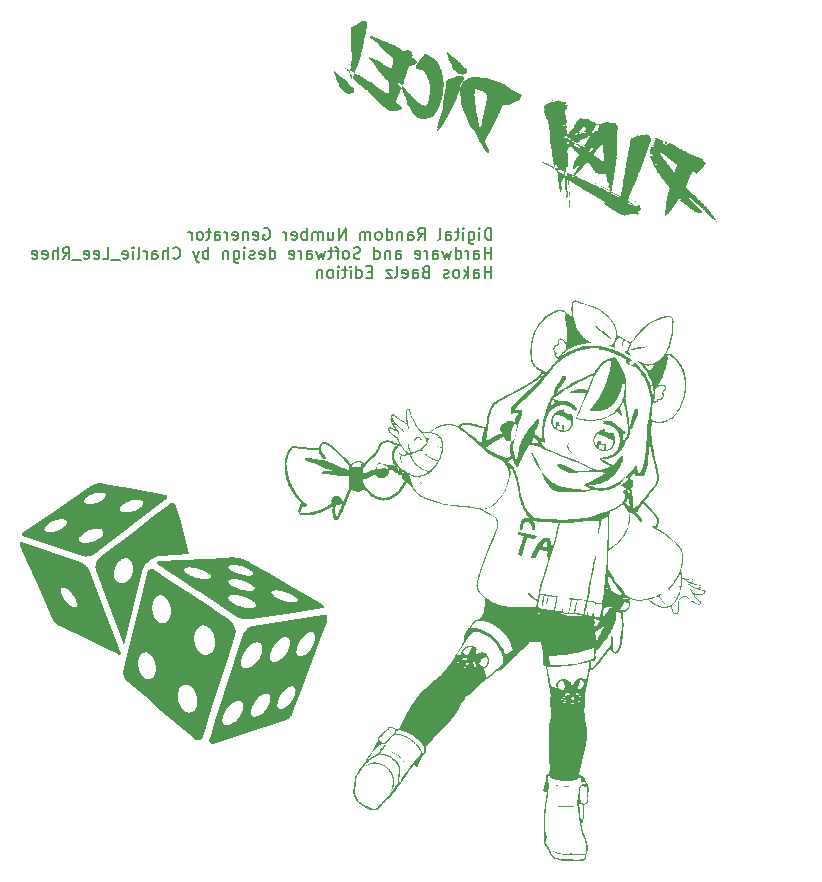
<source format=gbr>
%TF.GenerationSoftware,KiCad,Pcbnew,(6.0.10)*%
%TF.CreationDate,2023-06-10T20:41:06+09:00*%
%TF.ProjectId,BaeRNG_V1,42616552-4e47-45f5-9631-2e6b69636164,rev?*%
%TF.SameCoordinates,Original*%
%TF.FileFunction,Legend,Bot*%
%TF.FilePolarity,Positive*%
%FSLAX46Y46*%
G04 Gerber Fmt 4.6, Leading zero omitted, Abs format (unit mm)*
G04 Created by KiCad (PCBNEW (6.0.10)) date 2023-06-10 20:41:06*
%MOMM*%
%LPD*%
G01*
G04 APERTURE LIST*
%ADD10C,0.000000*%
%ADD11C,0.200000*%
G04 APERTURE END LIST*
D10*
G36*
X167461201Y-81917971D02*
G01*
X167458291Y-81915061D01*
X167461201Y-81915061D01*
X167461201Y-81917971D01*
G37*
G36*
X134983404Y-95274906D02*
G01*
X134997523Y-95280075D01*
X135011156Y-95285908D01*
X135024324Y-95292374D01*
X135037048Y-95299441D01*
X135049347Y-95307078D01*
X135061241Y-95315254D01*
X135072752Y-95323938D01*
X135094701Y-95342707D01*
X135115357Y-95363137D01*
X135134879Y-95384977D01*
X135153431Y-95407981D01*
X135171174Y-95431899D01*
X135188269Y-95456484D01*
X135221162Y-95506658D01*
X135253403Y-95556516D01*
X135269683Y-95580706D01*
X135286286Y-95604071D01*
X135272379Y-95600260D01*
X135259061Y-95595565D01*
X135246291Y-95590049D01*
X135234029Y-95583774D01*
X135222236Y-95576801D01*
X135210873Y-95569193D01*
X135199899Y-95561013D01*
X135189274Y-95552321D01*
X135178959Y-95543180D01*
X135168913Y-95533653D01*
X135149474Y-95513687D01*
X135112084Y-95471847D01*
X135093497Y-95450966D01*
X135074558Y-95430775D01*
X135054948Y-95411770D01*
X135044793Y-95402867D01*
X135034350Y-95394447D01*
X135023581Y-95386572D01*
X135012445Y-95379304D01*
X135000903Y-95372705D01*
X134988915Y-95366838D01*
X134976441Y-95361764D01*
X134963442Y-95357545D01*
X134949877Y-95354244D01*
X134935707Y-95351922D01*
X134920179Y-95355694D01*
X134905083Y-95360144D01*
X134890401Y-95365242D01*
X134876115Y-95370957D01*
X134862205Y-95377258D01*
X134848654Y-95384116D01*
X134835443Y-95391499D01*
X134822553Y-95399378D01*
X134797662Y-95416498D01*
X134773834Y-95435233D01*
X134750919Y-95455340D01*
X134728771Y-95476574D01*
X134707239Y-95498692D01*
X134686175Y-95521450D01*
X134644860Y-95567910D01*
X134603638Y-95614004D01*
X134582691Y-95636304D01*
X134561322Y-95657782D01*
X134562758Y-95637536D01*
X134565165Y-95617587D01*
X134568517Y-95597956D01*
X134572792Y-95578667D01*
X134577963Y-95559743D01*
X134584009Y-95541207D01*
X134590903Y-95523081D01*
X134598623Y-95505389D01*
X134607144Y-95488153D01*
X134616442Y-95471397D01*
X134626493Y-95455143D01*
X134637273Y-95439414D01*
X134648757Y-95424233D01*
X134660922Y-95409623D01*
X134673743Y-95395607D01*
X134687197Y-95382209D01*
X134701259Y-95369450D01*
X134715905Y-95357353D01*
X134731111Y-95345943D01*
X134746853Y-95335241D01*
X134763107Y-95325270D01*
X134779849Y-95316054D01*
X134797054Y-95307615D01*
X134814698Y-95299977D01*
X134832758Y-95293162D01*
X134851209Y-95287193D01*
X134870027Y-95282092D01*
X134889188Y-95277884D01*
X134908668Y-95274591D01*
X134928443Y-95272236D01*
X134948489Y-95270841D01*
X134968781Y-95270431D01*
X134983404Y-95274906D01*
G37*
G36*
X148043043Y-94120725D02*
G01*
X148032304Y-94167271D01*
X148019357Y-94213273D01*
X148004218Y-94258644D01*
X147986907Y-94303299D01*
X147967440Y-94347150D01*
X147945835Y-94390112D01*
X147922110Y-94432099D01*
X147896283Y-94473024D01*
X147868372Y-94512800D01*
X147838394Y-94551343D01*
X147806367Y-94588565D01*
X147772309Y-94624380D01*
X147736238Y-94658702D01*
X147698170Y-94691445D01*
X147658125Y-94722523D01*
X147616120Y-94751849D01*
X147557633Y-94783356D01*
X147497255Y-94809319D01*
X147435265Y-94829895D01*
X147371943Y-94845236D01*
X147307570Y-94855499D01*
X147242425Y-94860836D01*
X147176789Y-94861403D01*
X147110942Y-94857354D01*
X147045164Y-94848844D01*
X146979735Y-94836027D01*
X146914935Y-94819058D01*
X146851044Y-94798091D01*
X146788343Y-94773280D01*
X146727111Y-94744781D01*
X146667630Y-94712747D01*
X146610178Y-94677334D01*
X146555035Y-94638695D01*
X146502483Y-94596985D01*
X146452801Y-94552359D01*
X146406270Y-94504971D01*
X146363169Y-94454975D01*
X146323778Y-94402527D01*
X146288378Y-94347780D01*
X146257248Y-94290889D01*
X146230670Y-94232009D01*
X146208923Y-94171294D01*
X146192286Y-94108899D01*
X146181041Y-94044978D01*
X146175468Y-93979685D01*
X146175576Y-93960715D01*
X146308052Y-93960715D01*
X146309742Y-94005477D01*
X146314001Y-94049796D01*
X146320779Y-94093576D01*
X146330027Y-94136720D01*
X146341696Y-94179129D01*
X146355737Y-94220707D01*
X146372100Y-94261355D01*
X146390737Y-94300977D01*
X146411597Y-94339475D01*
X146434631Y-94376750D01*
X146459791Y-94412707D01*
X146487027Y-94447246D01*
X146516289Y-94480271D01*
X146547529Y-94511685D01*
X146580697Y-94541389D01*
X146615744Y-94569286D01*
X146604190Y-94536868D01*
X146593666Y-94504163D01*
X146584174Y-94471194D01*
X146575717Y-94437987D01*
X146568298Y-94404566D01*
X146564309Y-94383546D01*
X146653040Y-94383546D01*
X146655426Y-94437688D01*
X146657440Y-94491829D01*
X146659107Y-94546069D01*
X146660452Y-94600506D01*
X146686029Y-94620151D01*
X146712545Y-94638160D01*
X146739924Y-94654515D01*
X146768089Y-94669200D01*
X146796961Y-94682197D01*
X146826463Y-94693488D01*
X146856517Y-94703056D01*
X146887047Y-94710882D01*
X146917974Y-94716950D01*
X146949221Y-94721243D01*
X146980711Y-94723742D01*
X147012365Y-94724430D01*
X147044107Y-94723289D01*
X147075859Y-94720302D01*
X147107543Y-94715452D01*
X147139082Y-94708720D01*
X147137232Y-94708724D01*
X147138596Y-94659907D01*
X147138211Y-94611120D01*
X147136079Y-94562409D01*
X147132206Y-94513821D01*
X147126597Y-94465403D01*
X147119256Y-94417202D01*
X147110188Y-94369264D01*
X147099396Y-94321635D01*
X147070993Y-94320052D01*
X147042592Y-94319204D01*
X147014207Y-94319091D01*
X146985852Y-94319710D01*
X146957541Y-94321059D01*
X146929288Y-94323137D01*
X146901107Y-94325941D01*
X146873012Y-94329469D01*
X146845017Y-94333720D01*
X146817136Y-94338692D01*
X146789384Y-94344382D01*
X146761774Y-94350789D01*
X146734321Y-94357911D01*
X146707038Y-94365746D01*
X146679940Y-94374291D01*
X146653040Y-94383546D01*
X146564309Y-94383546D01*
X146561919Y-94370955D01*
X146556583Y-94337180D01*
X146552293Y-94303263D01*
X146549051Y-94269230D01*
X146546861Y-94235106D01*
X146545724Y-94200914D01*
X146545644Y-94166679D01*
X146546624Y-94132426D01*
X146548665Y-94098179D01*
X146551771Y-94063962D01*
X146555945Y-94029800D01*
X146859690Y-94023979D01*
X146860913Y-94080698D01*
X146861541Y-94137418D01*
X146861805Y-94251254D01*
X147268467Y-94254165D01*
X147270868Y-94708720D01*
X147271374Y-94804499D01*
X147308608Y-94795468D01*
X147345013Y-94784755D01*
X147380553Y-94772410D01*
X147415193Y-94758482D01*
X147448901Y-94743021D01*
X147481640Y-94726077D01*
X147513377Y-94707699D01*
X147544077Y-94687938D01*
X147573705Y-94666843D01*
X147602226Y-94644463D01*
X147629607Y-94620850D01*
X147655813Y-94596051D01*
X147680809Y-94570118D01*
X147704560Y-94543100D01*
X147727032Y-94515046D01*
X147748191Y-94486007D01*
X147768002Y-94456032D01*
X147786430Y-94425170D01*
X147803442Y-94393473D01*
X147819001Y-94360988D01*
X147833074Y-94327767D01*
X147845627Y-94293859D01*
X147856624Y-94259314D01*
X147866032Y-94224181D01*
X147873815Y-94188510D01*
X147879939Y-94152351D01*
X147884369Y-94115753D01*
X147887072Y-94078768D01*
X147888012Y-94041443D01*
X147887155Y-94003829D01*
X147884467Y-93965976D01*
X147879912Y-93927934D01*
X147879128Y-93927937D01*
X147797935Y-93895086D01*
X147717668Y-93859640D01*
X147638172Y-93822057D01*
X147559295Y-93782793D01*
X147246903Y-93618078D01*
X147090427Y-93537520D01*
X147011582Y-93499290D01*
X146932128Y-93463036D01*
X146851912Y-93429214D01*
X146770779Y-93398282D01*
X146688576Y-93370695D01*
X146605151Y-93346912D01*
X146570594Y-93375412D01*
X146537946Y-93405686D01*
X146507256Y-93437635D01*
X146478571Y-93471162D01*
X146451938Y-93506168D01*
X146427406Y-93542554D01*
X146405021Y-93580222D01*
X146384831Y-93619075D01*
X146366884Y-93659013D01*
X146351228Y-93699938D01*
X146337909Y-93741753D01*
X146326976Y-93784357D01*
X146318477Y-93827655D01*
X146312458Y-93871545D01*
X146308967Y-93915932D01*
X146308052Y-93960715D01*
X146175576Y-93960715D01*
X146175845Y-93913175D01*
X146182455Y-93845603D01*
X146195576Y-93777123D01*
X146207493Y-93731312D01*
X146221327Y-93686440D01*
X146237026Y-93642547D01*
X146254537Y-93599671D01*
X146273810Y-93557852D01*
X146294793Y-93517128D01*
X146317435Y-93477537D01*
X146341683Y-93439120D01*
X146367485Y-93401913D01*
X146394792Y-93365956D01*
X146423549Y-93331289D01*
X146453707Y-93297949D01*
X146518017Y-93235406D01*
X146587308Y-93178639D01*
X146661166Y-93127957D01*
X146739179Y-93083670D01*
X146779614Y-93064022D01*
X146820933Y-93046089D01*
X146863084Y-93029909D01*
X146906016Y-93015523D01*
X146949677Y-93002967D01*
X146994015Y-92992282D01*
X147038978Y-92983506D01*
X147084516Y-92976677D01*
X147130576Y-92971835D01*
X147177107Y-92969018D01*
X147224057Y-92968265D01*
X147271374Y-92969614D01*
X147275937Y-93070059D01*
X147280094Y-93170700D01*
X147314684Y-93193748D01*
X147350010Y-93215462D01*
X147386033Y-93235830D01*
X147422716Y-93254839D01*
X147460017Y-93272477D01*
X147497899Y-93288730D01*
X147536322Y-93303585D01*
X147575246Y-93317031D01*
X147614634Y-93329055D01*
X147654445Y-93339642D01*
X147694641Y-93348782D01*
X147735182Y-93356461D01*
X147776029Y-93362666D01*
X147817144Y-93367384D01*
X147858486Y-93370603D01*
X147900017Y-93372311D01*
X147927029Y-93415840D01*
X147951548Y-93460204D01*
X147973593Y-93505318D01*
X147993181Y-93551094D01*
X148010329Y-93597447D01*
X148025056Y-93644290D01*
X148037379Y-93691538D01*
X148047316Y-93739104D01*
X148054885Y-93786901D01*
X148060103Y-93834843D01*
X148062988Y-93882845D01*
X148063558Y-93930820D01*
X148061831Y-93978682D01*
X148057825Y-94026344D01*
X148055827Y-94041443D01*
X148051556Y-94073720D01*
X148043043Y-94120725D01*
G37*
G36*
X151579650Y-95746069D02*
G01*
X151558081Y-95830219D01*
X151544735Y-95871650D01*
X151529692Y-95912576D01*
X151512958Y-95952944D01*
X151494542Y-95992696D01*
X151474449Y-96031779D01*
X151452688Y-96070136D01*
X151429266Y-96107711D01*
X151404189Y-96144451D01*
X151377466Y-96180298D01*
X151349103Y-96215197D01*
X151319108Y-96249094D01*
X151287487Y-96281932D01*
X151250511Y-96312029D01*
X151212411Y-96339354D01*
X151173270Y-96363965D01*
X151133170Y-96385918D01*
X151092192Y-96405272D01*
X151050417Y-96422084D01*
X151007928Y-96436411D01*
X150964806Y-96448310D01*
X150921133Y-96457840D01*
X150876990Y-96465057D01*
X150832460Y-96470018D01*
X150787623Y-96472782D01*
X150742562Y-96473406D01*
X150697359Y-96471946D01*
X150652094Y-96468461D01*
X150606850Y-96463008D01*
X150516750Y-96446426D01*
X150427713Y-96422661D01*
X150340393Y-96392171D01*
X150255441Y-96355416D01*
X150173513Y-96312855D01*
X150095262Y-96264948D01*
X150046445Y-96230082D01*
X150207726Y-96230082D01*
X150255501Y-96254751D01*
X150303846Y-96278230D01*
X150352736Y-96300509D01*
X150402150Y-96321580D01*
X150452065Y-96341432D01*
X150502458Y-96360057D01*
X150553308Y-96377445D01*
X150604592Y-96393589D01*
X150620832Y-96360887D01*
X150635867Y-96327653D01*
X150649685Y-96293921D01*
X150662275Y-96259723D01*
X150673625Y-96225094D01*
X150683722Y-96190067D01*
X150692555Y-96154676D01*
X150700112Y-96118954D01*
X150642170Y-95986662D01*
X150642170Y-95985867D01*
X150537775Y-95987769D01*
X150433347Y-95990564D01*
X150328885Y-95994252D01*
X150224390Y-95998834D01*
X150216358Y-96114058D01*
X150207726Y-96230082D01*
X150046445Y-96230082D01*
X150021340Y-96212152D01*
X149952402Y-96154929D01*
X149924574Y-96119737D01*
X149898690Y-96083344D01*
X149874775Y-96045832D01*
X149852853Y-96007280D01*
X149832948Y-95967770D01*
X149815084Y-95927384D01*
X149799287Y-95886202D01*
X149785579Y-95844305D01*
X149773986Y-95801774D01*
X149764532Y-95758691D01*
X149757240Y-95715137D01*
X149752136Y-95671192D01*
X149749244Y-95626937D01*
X149749027Y-95612276D01*
X149836273Y-95612276D01*
X149837582Y-95648275D01*
X149840780Y-95684032D01*
X149845842Y-95719477D01*
X149852746Y-95754537D01*
X149861466Y-95789144D01*
X149871980Y-95823224D01*
X149884262Y-95856708D01*
X149898289Y-95889524D01*
X149914037Y-95921601D01*
X149931481Y-95952869D01*
X149950599Y-95983255D01*
X149971366Y-96012690D01*
X149993758Y-96041102D01*
X150017750Y-96068419D01*
X150023968Y-96051209D01*
X150029674Y-96033324D01*
X150039866Y-95995904D01*
X150048949Y-95956904D01*
X150057548Y-95917069D01*
X150066286Y-95877144D01*
X150075787Y-95837874D01*
X150086676Y-95800004D01*
X150092836Y-95781827D01*
X150099576Y-95764279D01*
X150106975Y-95747454D01*
X150115112Y-95731444D01*
X150124063Y-95716343D01*
X150133907Y-95702243D01*
X150144721Y-95689239D01*
X150156585Y-95677422D01*
X150169576Y-95666887D01*
X150183771Y-95657726D01*
X150199249Y-95650032D01*
X150216088Y-95643899D01*
X150234366Y-95639419D01*
X150254161Y-95636687D01*
X150275551Y-95635793D01*
X150298614Y-95636833D01*
X150323427Y-95639899D01*
X150350069Y-95645084D01*
X150358760Y-95660397D01*
X150366887Y-95675973D01*
X150374445Y-95691796D01*
X150381430Y-95707850D01*
X150387839Y-95724121D01*
X150393668Y-95740591D01*
X150398911Y-95757246D01*
X150403566Y-95774070D01*
X150407628Y-95791046D01*
X150411093Y-95808160D01*
X150413957Y-95825395D01*
X150416216Y-95842735D01*
X150417866Y-95860166D01*
X150418903Y-95877671D01*
X150419323Y-95895235D01*
X150419121Y-95912841D01*
X150829489Y-95912841D01*
X150830390Y-96118954D01*
X150830587Y-96163897D01*
X150831544Y-96289711D01*
X150833470Y-96415552D01*
X150868722Y-96405310D01*
X150903200Y-96393599D01*
X150936875Y-96380461D01*
X150969719Y-96365935D01*
X151001701Y-96350064D01*
X151032793Y-96332889D01*
X151062966Y-96314450D01*
X151092191Y-96294789D01*
X151120440Y-96273948D01*
X151147682Y-96251966D01*
X151199032Y-96204749D01*
X151246011Y-96153467D01*
X151288385Y-96098449D01*
X151325924Y-96040024D01*
X151358395Y-95978522D01*
X151385566Y-95914272D01*
X151397092Y-95881220D01*
X151407206Y-95847603D01*
X151415878Y-95813465D01*
X151423081Y-95778845D01*
X151428785Y-95743786D01*
X151432961Y-95708327D01*
X151435580Y-95672511D01*
X151436613Y-95636378D01*
X151436031Y-95599969D01*
X151433806Y-95563327D01*
X151433806Y-95563061D01*
X151351035Y-95532558D01*
X151268754Y-95500050D01*
X151105286Y-95430596D01*
X150780117Y-95284985D01*
X150616920Y-95215140D01*
X150534841Y-95182340D01*
X150452318Y-95151479D01*
X150369257Y-95122953D01*
X150285564Y-95097157D01*
X150201146Y-95074485D01*
X150115910Y-95055331D01*
X150087120Y-95077534D01*
X150059690Y-95101118D01*
X150033659Y-95126018D01*
X150009064Y-95152169D01*
X149985941Y-95179505D01*
X149964328Y-95207962D01*
X149944262Y-95237474D01*
X149925780Y-95267977D01*
X149908920Y-95299404D01*
X149893718Y-95331692D01*
X149880211Y-95364776D01*
X149868438Y-95398589D01*
X149858435Y-95433066D01*
X149850239Y-95468144D01*
X149843887Y-95503756D01*
X149839417Y-95539838D01*
X149836876Y-95576107D01*
X149836273Y-95612276D01*
X149749027Y-95612276D01*
X149748587Y-95582454D01*
X149750190Y-95537824D01*
X149754078Y-95493128D01*
X149760237Y-95448687D01*
X149768608Y-95404820D01*
X149779150Y-95361599D01*
X149791821Y-95319098D01*
X149806580Y-95277391D01*
X149823384Y-95236552D01*
X149842191Y-95196655D01*
X149862961Y-95157772D01*
X149885651Y-95119977D01*
X149910219Y-95083345D01*
X149936624Y-95047948D01*
X149964824Y-95013861D01*
X149994778Y-94981157D01*
X150026443Y-94949909D01*
X150059778Y-94920192D01*
X150094740Y-94892078D01*
X150130755Y-94862045D01*
X150167942Y-94833748D01*
X150206237Y-94807212D01*
X150245577Y-94782462D01*
X150285896Y-94759522D01*
X150327132Y-94738416D01*
X150369220Y-94719168D01*
X150412097Y-94701802D01*
X150455697Y-94686344D01*
X150499957Y-94672818D01*
X150544812Y-94661247D01*
X150590200Y-94651656D01*
X150636055Y-94644069D01*
X150682314Y-94638512D01*
X150728912Y-94635007D01*
X150775786Y-94633579D01*
X150765893Y-94723572D01*
X150755406Y-94814551D01*
X150795695Y-94836700D01*
X150836663Y-94857333D01*
X150878266Y-94876439D01*
X150920462Y-94894008D01*
X150963208Y-94910030D01*
X151006460Y-94924495D01*
X151050175Y-94937392D01*
X151094311Y-94948712D01*
X151138823Y-94958443D01*
X151183669Y-94966576D01*
X151228806Y-94973101D01*
X151274191Y-94978007D01*
X151319780Y-94981284D01*
X151365530Y-94982922D01*
X151411399Y-94982911D01*
X151457342Y-94981240D01*
X151479470Y-95021098D01*
X151499755Y-95061561D01*
X151518205Y-95102574D01*
X151534827Y-95144082D01*
X151549629Y-95186029D01*
X151562616Y-95228360D01*
X151573798Y-95271019D01*
X151583180Y-95313951D01*
X151590770Y-95357100D01*
X151596576Y-95400411D01*
X151600605Y-95443829D01*
X151602864Y-95487297D01*
X151602100Y-95574164D01*
X151596514Y-95636378D01*
X151594343Y-95660570D01*
X151579650Y-95746069D01*
G37*
G36*
X147649016Y-95835894D02*
G01*
X147638317Y-95873435D01*
X147630244Y-95910373D01*
X147624705Y-95946707D01*
X147621605Y-95982440D01*
X147620852Y-96017572D01*
X147622353Y-96052102D01*
X147626015Y-96086033D01*
X147631745Y-96119363D01*
X147639449Y-96152095D01*
X147649035Y-96184229D01*
X147660410Y-96215764D01*
X147673480Y-96246703D01*
X147688152Y-96277045D01*
X147704334Y-96306792D01*
X147721932Y-96335943D01*
X147740853Y-96364500D01*
X147761004Y-96392463D01*
X147804624Y-96446609D01*
X147852049Y-96498388D01*
X147902532Y-96547803D01*
X147955330Y-96594861D01*
X148009698Y-96639565D01*
X148064892Y-96681922D01*
X148120167Y-96721936D01*
X148083519Y-96714297D01*
X148046940Y-96704201D01*
X148010567Y-96691756D01*
X147974538Y-96677071D01*
X147938989Y-96660256D01*
X147904059Y-96641418D01*
X147869884Y-96620666D01*
X147836601Y-96598109D01*
X147804348Y-96573856D01*
X147773263Y-96548015D01*
X147743481Y-96520695D01*
X147715141Y-96492004D01*
X147688380Y-96462052D01*
X147663335Y-96430946D01*
X147640144Y-96398796D01*
X147618943Y-96365711D01*
X147599869Y-96331798D01*
X147583061Y-96297167D01*
X147568655Y-96261926D01*
X147556788Y-96226184D01*
X147547599Y-96190049D01*
X147541223Y-96153631D01*
X147537799Y-96117038D01*
X147537463Y-96080378D01*
X147540353Y-96043760D01*
X147546606Y-96007294D01*
X147556359Y-95971087D01*
X147569750Y-95935248D01*
X147586916Y-95899886D01*
X147607994Y-95865110D01*
X147633120Y-95831028D01*
X147662434Y-95797749D01*
X147649016Y-95835894D01*
G37*
G36*
X133472718Y-97000963D02*
G01*
X133474950Y-97054113D01*
X133479252Y-97107014D01*
X133485605Y-97159606D01*
X133493993Y-97211833D01*
X133504397Y-97263636D01*
X133516799Y-97314957D01*
X133531183Y-97365738D01*
X133547530Y-97415922D01*
X133565824Y-97465451D01*
X133586045Y-97514265D01*
X133608177Y-97562309D01*
X133632202Y-97609522D01*
X133658102Y-97655848D01*
X133685860Y-97701229D01*
X133715458Y-97745606D01*
X133675803Y-97706052D01*
X133638600Y-97664592D01*
X133603896Y-97621343D01*
X133571736Y-97576420D01*
X133542165Y-97529940D01*
X133515229Y-97482017D01*
X133490974Y-97432769D01*
X133469446Y-97382310D01*
X133450691Y-97330756D01*
X133434753Y-97278223D01*
X133421679Y-97224827D01*
X133411515Y-97170683D01*
X133404305Y-97115908D01*
X133400096Y-97060617D01*
X133398934Y-97004925D01*
X133400864Y-96948950D01*
X133472565Y-96947625D01*
X133472573Y-96947621D01*
X133472718Y-97000963D01*
G37*
G36*
X149931351Y-85873327D02*
G01*
X150034168Y-85936643D01*
X150135395Y-86002290D01*
X150234995Y-86070236D01*
X150332930Y-86140448D01*
X150429163Y-86212895D01*
X150523656Y-86287544D01*
X150616371Y-86364365D01*
X150707272Y-86443325D01*
X150796320Y-86524393D01*
X150883478Y-86607536D01*
X150968708Y-86692722D01*
X151051974Y-86779921D01*
X151133236Y-86869099D01*
X151212458Y-86960226D01*
X151289603Y-87053268D01*
X151092946Y-86915118D01*
X150900054Y-86771963D01*
X150711020Y-86623882D01*
X150525937Y-86470955D01*
X150344898Y-86313262D01*
X150167997Y-86150881D01*
X149995327Y-85983891D01*
X149826983Y-85812372D01*
X149931351Y-85873327D01*
G37*
G36*
X154352683Y-87591434D02*
G01*
X154266063Y-87633976D01*
X154178189Y-87673353D01*
X154089151Y-87709548D01*
X153999034Y-87742543D01*
X153907925Y-87772322D01*
X153815913Y-87798867D01*
X153723082Y-87822162D01*
X153629522Y-87842190D01*
X153535319Y-87858933D01*
X153440559Y-87872374D01*
X153345330Y-87882497D01*
X153249719Y-87889284D01*
X153153813Y-87892719D01*
X153057698Y-87892784D01*
X152961463Y-87889462D01*
X152865194Y-87882736D01*
X152908586Y-87822674D01*
X153270405Y-87770544D01*
X153631627Y-87713800D01*
X153992354Y-87653682D01*
X154352683Y-87591430D01*
X154352683Y-87591434D01*
G37*
G36*
X147449942Y-90141201D02*
G01*
X147448932Y-90160546D01*
X147448589Y-90180144D01*
X147448707Y-90199930D01*
X147449518Y-90239815D01*
X147449738Y-90279697D01*
X147449117Y-90299479D01*
X147447738Y-90319071D01*
X147445397Y-90338409D01*
X147441891Y-90357431D01*
X147437016Y-90376072D01*
X147434001Y-90385231D01*
X147430569Y-90394271D01*
X147426692Y-90403185D01*
X147422346Y-90411964D01*
X147417505Y-90420601D01*
X147412144Y-90429088D01*
X147094048Y-90865716D01*
X146937232Y-91085941D01*
X146783491Y-91308298D01*
X146773361Y-91324256D01*
X146764040Y-91341010D01*
X146755434Y-91358459D01*
X146747449Y-91376504D01*
X146732966Y-91413988D01*
X146719834Y-91452664D01*
X146694612Y-91530418D01*
X146681013Y-91567905D01*
X146673637Y-91585953D01*
X146665750Y-91603406D01*
X146657258Y-91620163D01*
X146648068Y-91636126D01*
X146638084Y-91651194D01*
X146627213Y-91665269D01*
X146621879Y-91671111D01*
X146520601Y-91705903D01*
X146455869Y-91729892D01*
X146448951Y-91729524D01*
X146422095Y-91726114D01*
X146393221Y-91720518D01*
X146388142Y-91684603D01*
X146385086Y-91648661D01*
X146384031Y-91612771D01*
X146384956Y-91577009D01*
X146387838Y-91541456D01*
X146392655Y-91506190D01*
X146399386Y-91471289D01*
X146408009Y-91436833D01*
X146418501Y-91402898D01*
X146430841Y-91369565D01*
X146445007Y-91336911D01*
X146460976Y-91305016D01*
X146478728Y-91273957D01*
X146498239Y-91243814D01*
X146519489Y-91214664D01*
X146542454Y-91186587D01*
X146688114Y-90919028D01*
X146831840Y-90650475D01*
X146904853Y-90516912D01*
X146979634Y-90384403D01*
X147056933Y-90253383D01*
X147137499Y-90124286D01*
X147451821Y-90122170D01*
X147449942Y-90141201D01*
G37*
G36*
X153331018Y-92900062D02*
G01*
X153402467Y-92902609D01*
X153545441Y-92906908D01*
X153552598Y-92962474D01*
X153556671Y-93017331D01*
X153557828Y-93071520D01*
X153556240Y-93125082D01*
X153552075Y-93178057D01*
X153545503Y-93230487D01*
X153536693Y-93282413D01*
X153525816Y-93333876D01*
X153498534Y-93435576D01*
X153465013Y-93535917D01*
X153426607Y-93635225D01*
X153384672Y-93733831D01*
X153295638Y-93930243D01*
X153208753Y-94127782D01*
X153169504Y-94227793D01*
X153134858Y-94329071D01*
X153106171Y-94431943D01*
X153084798Y-94536738D01*
X152840058Y-94606324D01*
X152850976Y-94486348D01*
X152865797Y-94366888D01*
X152884501Y-94248039D01*
X152907070Y-94129896D01*
X152933482Y-94012552D01*
X152963718Y-93896102D01*
X152997759Y-93780640D01*
X153035585Y-93666261D01*
X153056451Y-93568158D01*
X153079378Y-93470551D01*
X153104357Y-93373472D01*
X153131377Y-93276952D01*
X153160431Y-93181024D01*
X153191507Y-93085721D01*
X153224597Y-92991075D01*
X153259691Y-92897118D01*
X153331018Y-92900062D01*
G37*
G36*
X152387608Y-98713876D02*
G01*
X152358491Y-98739553D01*
X152354840Y-98742584D01*
X152372540Y-98709218D01*
X152387608Y-98713876D01*
G37*
G36*
X131869187Y-97587591D02*
G01*
X131802413Y-97577450D01*
X131746562Y-97569786D01*
X131691587Y-97564301D01*
X131638588Y-97562286D01*
X131613172Y-97562983D01*
X131588662Y-97565031D01*
X131565195Y-97568593D01*
X131542910Y-97573829D01*
X131521942Y-97580901D01*
X131506710Y-97587981D01*
X131588723Y-97441071D01*
X131869187Y-97587591D01*
G37*
G36*
X131415440Y-97751475D02*
G01*
X131418141Y-97722943D01*
X131423618Y-97695372D01*
X131431511Y-97670928D01*
X131441685Y-97649451D01*
X131454001Y-97630777D01*
X131468322Y-97614747D01*
X131484511Y-97601199D01*
X131502430Y-97589971D01*
X131506710Y-97587981D01*
X131415440Y-97751475D01*
G37*
G36*
X131912346Y-97594145D02*
G01*
X131964230Y-97600595D01*
X132012593Y-97604057D01*
X132063109Y-97614369D01*
X132114004Y-97621638D01*
X132165210Y-97626380D01*
X132216661Y-97629111D01*
X132320026Y-97630605D01*
X132423558Y-97630252D01*
X132526718Y-97632180D01*
X132577990Y-97635291D01*
X132628966Y-97640521D01*
X132679580Y-97648386D01*
X132729764Y-97659403D01*
X132779450Y-97674088D01*
X132828572Y-97692957D01*
X132853404Y-97699865D01*
X132878232Y-97708291D01*
X132902962Y-97718171D01*
X132927502Y-97729441D01*
X132951760Y-97742037D01*
X132975644Y-97755893D01*
X132999061Y-97770947D01*
X133021920Y-97787133D01*
X133044128Y-97804387D01*
X133065594Y-97822645D01*
X133086224Y-97841842D01*
X133105927Y-97861915D01*
X133124610Y-97882798D01*
X133142182Y-97904428D01*
X133158549Y-97926740D01*
X133173621Y-97949670D01*
X133187304Y-97973153D01*
X133199507Y-97997125D01*
X133210137Y-98021522D01*
X133219102Y-98046280D01*
X133226311Y-98071333D01*
X133231669Y-98096619D01*
X133235087Y-98122071D01*
X133236471Y-98147627D01*
X133235729Y-98173222D01*
X133233418Y-98193177D01*
X133216935Y-98222220D01*
X133196366Y-98263643D01*
X133187776Y-98284319D01*
X133180677Y-98304966D01*
X133175339Y-98325579D01*
X133174008Y-98333865D01*
X133163266Y-98348065D01*
X133143380Y-98350952D01*
X133124653Y-98352094D01*
X133107016Y-98351599D01*
X133090396Y-98349575D01*
X133074724Y-98346130D01*
X133059930Y-98341371D01*
X133045944Y-98335407D01*
X133032694Y-98328345D01*
X133020111Y-98320294D01*
X133008124Y-98311360D01*
X132996663Y-98301652D01*
X132985658Y-98291278D01*
X132964732Y-98268962D01*
X132944785Y-98245275D01*
X132905575Y-98197238D01*
X132885186Y-98174614D01*
X132874549Y-98164027D01*
X132863524Y-98154069D01*
X132852040Y-98144846D01*
X132840027Y-98136466D01*
X132827415Y-98129038D01*
X132814132Y-98122669D01*
X132800109Y-98117467D01*
X132785276Y-98113539D01*
X132769561Y-98110995D01*
X132752896Y-98109941D01*
X132703742Y-98102463D01*
X132655156Y-98092996D01*
X132607066Y-98081787D01*
X132559399Y-98069084D01*
X132512083Y-98055137D01*
X132465049Y-98040193D01*
X132446698Y-98033937D01*
X132422737Y-97973435D01*
X132383593Y-97902153D01*
X132332203Y-97829479D01*
X131869187Y-97587591D01*
X131912346Y-97594145D01*
G37*
G36*
X144515624Y-96619701D02*
G01*
X144527450Y-96622884D01*
X144538800Y-96626682D01*
X144549691Y-96631068D01*
X144560143Y-96636015D01*
X144570175Y-96641494D01*
X144579805Y-96647479D01*
X144589054Y-96653941D01*
X144597938Y-96660852D01*
X144606478Y-96668185D01*
X144622599Y-96684006D01*
X144637568Y-96701182D01*
X144651537Y-96719491D01*
X144664656Y-96738712D01*
X144677076Y-96758623D01*
X144700427Y-96799627D01*
X144722797Y-96840731D01*
X144733993Y-96860765D01*
X144745398Y-96880159D01*
X144745398Y-96880156D01*
X144823793Y-97028000D01*
X144899727Y-97177086D01*
X144973185Y-97327380D01*
X145044155Y-97478854D01*
X145112621Y-97631476D01*
X145178571Y-97785214D01*
X145241990Y-97940039D01*
X145302864Y-98095920D01*
X145279977Y-98081001D01*
X145258021Y-98065289D01*
X145236960Y-98048818D01*
X145216755Y-98031623D01*
X145178767Y-97995198D01*
X145143758Y-97956291D01*
X145111429Y-97915178D01*
X145081482Y-97872134D01*
X145053618Y-97827438D01*
X145027537Y-97781364D01*
X145002942Y-97734190D01*
X144979533Y-97686191D01*
X144935078Y-97588826D01*
X144891783Y-97491480D01*
X144847256Y-97396362D01*
X144794652Y-97303451D01*
X144744741Y-97209140D01*
X144697550Y-97113486D01*
X144653105Y-97016550D01*
X144611432Y-96918391D01*
X144572556Y-96819067D01*
X144536504Y-96718638D01*
X144503302Y-96617163D01*
X144515624Y-96619701D01*
G37*
G36*
X155925367Y-109490460D02*
G01*
X155925367Y-109490464D01*
X155925362Y-109490458D01*
X155925367Y-109490460D01*
G37*
G36*
X135147138Y-99066685D02*
G01*
X135156543Y-99081619D01*
X135165272Y-99096902D01*
X135173317Y-99112510D01*
X135180671Y-99128421D01*
X135187328Y-99144610D01*
X135193281Y-99161056D01*
X135198522Y-99177733D01*
X135203046Y-99194619D01*
X135206846Y-99211691D01*
X135209913Y-99228924D01*
X135212243Y-99246297D01*
X135213828Y-99263785D01*
X135214660Y-99281364D01*
X135214734Y-99299013D01*
X135214043Y-99316707D01*
X135206817Y-99314099D01*
X135199596Y-99310486D01*
X135192409Y-99305931D01*
X135185288Y-99300498D01*
X135178263Y-99294252D01*
X135171366Y-99287256D01*
X135164625Y-99279575D01*
X135158074Y-99271273D01*
X135145657Y-99253060D01*
X135134362Y-99233131D01*
X135124434Y-99211996D01*
X135116117Y-99190170D01*
X135109657Y-99168163D01*
X135107201Y-99157253D01*
X135105300Y-99146490D01*
X135103987Y-99135938D01*
X135103292Y-99125661D01*
X135103244Y-99115723D01*
X135103876Y-99106189D01*
X135105217Y-99097122D01*
X135107299Y-99088587D01*
X135110152Y-99080647D01*
X135113806Y-99073367D01*
X135118293Y-99066811D01*
X135123643Y-99061042D01*
X135129887Y-99056125D01*
X135137055Y-99052123D01*
X135137062Y-99052123D01*
X135147138Y-99066685D01*
G37*
G36*
X140679147Y-101326913D02*
G01*
X140695810Y-101328110D01*
X140712428Y-101330300D01*
X140728957Y-101333488D01*
X140745353Y-101337680D01*
X140761572Y-101342883D01*
X140758943Y-101351167D01*
X140755550Y-101358769D01*
X140751434Y-101365710D01*
X140746637Y-101372013D01*
X140741201Y-101377699D01*
X140735168Y-101382790D01*
X140728579Y-101387308D01*
X140721477Y-101391274D01*
X140713902Y-101394710D01*
X140705897Y-101397638D01*
X140697504Y-101400080D01*
X140688764Y-101402057D01*
X140670411Y-101404705D01*
X140651173Y-101405756D01*
X140631382Y-101405383D01*
X140611374Y-101403761D01*
X140591483Y-101401064D01*
X140572042Y-101397466D01*
X140553386Y-101393141D01*
X140535849Y-101388263D01*
X140519764Y-101383006D01*
X140505467Y-101377543D01*
X140519722Y-101368216D01*
X140534415Y-101359816D01*
X140549504Y-101352349D01*
X140564943Y-101345821D01*
X140580689Y-101340238D01*
X140596698Y-101335605D01*
X140612926Y-101331929D01*
X140629329Y-101329216D01*
X140645863Y-101327472D01*
X140662483Y-101326702D01*
X140679147Y-101326913D01*
G37*
G36*
X143580810Y-103370016D02*
G01*
X143780840Y-103398993D01*
X143979861Y-103433745D01*
X144177749Y-103474245D01*
X144374380Y-103520467D01*
X144569628Y-103572381D01*
X144763369Y-103629961D01*
X144955479Y-103693179D01*
X144934663Y-103727447D01*
X144912815Y-103761032D01*
X144889950Y-103793910D01*
X144866088Y-103826060D01*
X144841246Y-103857458D01*
X144815441Y-103888082D01*
X144788691Y-103917909D01*
X144761013Y-103946916D01*
X144688417Y-103930045D01*
X144616058Y-103912225D01*
X144543946Y-103893458D01*
X144472089Y-103873748D01*
X144400497Y-103853096D01*
X144329178Y-103831506D01*
X144258142Y-103808981D01*
X144187397Y-103785523D01*
X144137643Y-103876765D01*
X144092752Y-103969704D01*
X144052266Y-104064177D01*
X144015728Y-104160020D01*
X143982679Y-104257072D01*
X143952662Y-104355168D01*
X143925219Y-104454145D01*
X143899893Y-104553840D01*
X143853759Y-104754733D01*
X143810599Y-104956541D01*
X143766751Y-105157958D01*
X143718554Y-105357678D01*
X143631848Y-105332658D01*
X143545189Y-105307140D01*
X143458629Y-105281027D01*
X143372217Y-105254220D01*
X143426783Y-105056753D01*
X143484561Y-104860244D01*
X143545538Y-104664732D01*
X143609701Y-104470255D01*
X143677036Y-104276855D01*
X143747531Y-104084569D01*
X143821171Y-103893437D01*
X143897944Y-103703500D01*
X143862866Y-103691041D01*
X143827553Y-103679366D01*
X143792018Y-103668477D01*
X143756274Y-103658376D01*
X143720334Y-103649066D01*
X143684212Y-103640549D01*
X143647921Y-103632827D01*
X143611473Y-103625904D01*
X143574883Y-103619780D01*
X143538163Y-103614459D01*
X143501326Y-103609943D01*
X143464386Y-103606234D01*
X143427356Y-103603334D01*
X143390249Y-103601247D01*
X143353078Y-103599974D01*
X143315857Y-103599517D01*
X143329622Y-103535665D01*
X143336933Y-103503918D01*
X143344601Y-103472285D01*
X143352678Y-103440764D01*
X143361218Y-103409352D01*
X143370273Y-103378046D01*
X143379896Y-103346843D01*
X143580810Y-103370016D01*
G37*
G36*
X132599266Y-121928422D02*
G01*
X132694405Y-121953194D01*
X132787561Y-121983129D01*
X132878549Y-122018095D01*
X132967181Y-122057961D01*
X133053272Y-122102594D01*
X133136636Y-122151862D01*
X133217086Y-122205634D01*
X133294436Y-122263776D01*
X133368500Y-122326158D01*
X133439091Y-122392646D01*
X133506023Y-122463109D01*
X133569111Y-122537415D01*
X133628167Y-122615432D01*
X133683006Y-122697027D01*
X133733441Y-122782069D01*
X133671594Y-122708689D01*
X133607423Y-122637595D01*
X133540994Y-122568835D01*
X133472373Y-122502457D01*
X133401628Y-122438508D01*
X133328825Y-122377036D01*
X133254031Y-122318087D01*
X133177314Y-122261710D01*
X133098739Y-122207951D01*
X133018374Y-122156858D01*
X132936286Y-122108479D01*
X132852540Y-122062861D01*
X132767206Y-122020051D01*
X132680348Y-121980097D01*
X132592034Y-121943046D01*
X132502331Y-121908946D01*
X132599266Y-121928422D01*
G37*
G36*
X131354217Y-122850372D02*
G01*
X131446717Y-122860466D01*
X131538977Y-122876285D01*
X131630684Y-122897639D01*
X131721524Y-122924339D01*
X131811181Y-122956197D01*
X131899343Y-122993022D01*
X131985694Y-123034627D01*
X132069921Y-123080820D01*
X132151710Y-123131415D01*
X132230745Y-123186220D01*
X132306713Y-123245047D01*
X132379300Y-123307708D01*
X132448191Y-123374012D01*
X132513073Y-123443770D01*
X132573630Y-123516794D01*
X132629549Y-123592893D01*
X132680515Y-123671880D01*
X132726215Y-123753564D01*
X132766334Y-123837757D01*
X132800557Y-123924269D01*
X132828572Y-124012912D01*
X132845648Y-124101815D01*
X132859730Y-124192598D01*
X132870460Y-124284798D01*
X132877480Y-124377950D01*
X132880429Y-124471590D01*
X132878951Y-124565255D01*
X132872687Y-124658481D01*
X132861277Y-124750803D01*
X132844364Y-124841757D01*
X132821589Y-124930880D01*
X132792594Y-125017709D01*
X132775651Y-125060117D01*
X132757019Y-125101778D01*
X132736653Y-125142632D01*
X132714507Y-125182623D01*
X132690537Y-125221693D01*
X132664699Y-125259782D01*
X132636947Y-125296834D01*
X132607236Y-125332790D01*
X132575522Y-125367593D01*
X132541760Y-125401183D01*
X132577931Y-125321847D01*
X132610961Y-125241395D01*
X132640835Y-125159920D01*
X132667540Y-125077515D01*
X132691063Y-124994273D01*
X132711390Y-124910286D01*
X132728509Y-124825649D01*
X132742405Y-124740453D01*
X132753065Y-124654793D01*
X132760476Y-124568760D01*
X132764625Y-124482448D01*
X132765498Y-124395951D01*
X132763082Y-124309360D01*
X132757364Y-124222769D01*
X132748330Y-124136272D01*
X132735966Y-124049960D01*
X132705555Y-123963057D01*
X132670469Y-123878505D01*
X132630858Y-123796459D01*
X132586866Y-123717076D01*
X132538643Y-123640511D01*
X132486336Y-123566921D01*
X132430091Y-123496461D01*
X132370056Y-123429287D01*
X132306379Y-123365556D01*
X132239206Y-123305423D01*
X132168686Y-123249045D01*
X132094966Y-123196576D01*
X132018192Y-123148174D01*
X131938513Y-123103993D01*
X131856075Y-123064191D01*
X131771027Y-123028922D01*
X131685474Y-123005543D01*
X131599244Y-122986546D01*
X131512498Y-122971914D01*
X131425396Y-122961629D01*
X131338099Y-122955677D01*
X131250767Y-122954039D01*
X131163560Y-122956698D01*
X131076639Y-122963639D01*
X130990164Y-122974845D01*
X130904295Y-122990297D01*
X130819194Y-123009981D01*
X130735020Y-123033879D01*
X130651935Y-123061974D01*
X130570097Y-123094249D01*
X130489668Y-123130689D01*
X130410809Y-123171275D01*
X130485200Y-123105911D01*
X130562808Y-123048353D01*
X130643319Y-122998412D01*
X130726420Y-122955897D01*
X130811795Y-122920621D01*
X130899130Y-122892394D01*
X130988112Y-122871027D01*
X131078426Y-122856330D01*
X131169757Y-122848115D01*
X131261793Y-122846192D01*
X131354217Y-122850372D01*
G37*
G36*
X146480679Y-124740867D02*
G01*
X146504149Y-124741524D01*
X146527584Y-124742716D01*
X146550978Y-124744442D01*
X146574320Y-124746701D01*
X146597601Y-124749491D01*
X146620813Y-124752811D01*
X146643946Y-124756660D01*
X146666990Y-124761036D01*
X146689938Y-124765939D01*
X146712780Y-124771367D01*
X146735506Y-124777319D01*
X146758108Y-124783794D01*
X146780577Y-124790790D01*
X146857847Y-124805592D01*
X146935442Y-124816603D01*
X147013314Y-124824329D01*
X147091415Y-124829274D01*
X147169697Y-124831945D01*
X147248114Y-124832847D01*
X147405157Y-124831369D01*
X147562163Y-124828887D01*
X147718751Y-124829447D01*
X147796769Y-124832132D01*
X147874539Y-124837094D01*
X147952013Y-124844840D01*
X148029145Y-124855876D01*
X147927477Y-124868936D01*
X147825624Y-124879289D01*
X147723641Y-124886939D01*
X147621580Y-124891890D01*
X147519495Y-124894145D01*
X147417438Y-124893708D01*
X147315463Y-124890584D01*
X147213624Y-124884775D01*
X147111973Y-124876285D01*
X147010563Y-124865119D01*
X146909449Y-124851279D01*
X146808682Y-124834771D01*
X146708317Y-124815597D01*
X146608406Y-124793760D01*
X146509004Y-124769266D01*
X146410162Y-124742118D01*
X146433677Y-124741162D01*
X146457186Y-124740746D01*
X146480679Y-124740867D01*
G37*
G36*
X146652036Y-126520761D02*
G01*
X146881931Y-126530554D01*
X147342054Y-126540278D01*
X147802227Y-126547521D01*
X148032185Y-126554212D01*
X148261978Y-126565082D01*
X148147216Y-126582393D01*
X148032187Y-126596892D01*
X147916941Y-126608581D01*
X147801530Y-126617461D01*
X147686005Y-126623534D01*
X147570417Y-126626802D01*
X147454817Y-126627266D01*
X147339256Y-126624928D01*
X147223786Y-126619790D01*
X147108458Y-126611853D01*
X146993323Y-126601119D01*
X146878431Y-126587590D01*
X146763835Y-126571266D01*
X146649585Y-126552151D01*
X146535733Y-126530244D01*
X146422329Y-126505549D01*
X146652036Y-126520761D01*
G37*
G36*
X157601878Y-91236824D02*
G01*
X157576072Y-91457639D01*
X157538267Y-91676403D01*
X157488591Y-91892622D01*
X157427173Y-92105803D01*
X157354138Y-92315452D01*
X157269616Y-92521076D01*
X157173734Y-92722181D01*
X157066620Y-92918272D01*
X156948401Y-93108858D01*
X156819205Y-93293443D01*
X156679160Y-93471534D01*
X156585669Y-93565135D01*
X156484963Y-93653851D01*
X156377766Y-93736940D01*
X156264803Y-93813661D01*
X156146797Y-93883270D01*
X156024471Y-93945026D01*
X155898550Y-93998186D01*
X155769756Y-94042008D01*
X155638813Y-94075751D01*
X155506445Y-94098671D01*
X155439953Y-94105840D01*
X155373375Y-94110026D01*
X155306804Y-94111135D01*
X155240328Y-94109075D01*
X155174039Y-94103753D01*
X155108027Y-94095075D01*
X155042381Y-94082950D01*
X154977194Y-94067284D01*
X154912555Y-94047985D01*
X154848555Y-94024960D01*
X154785284Y-93998116D01*
X154722832Y-93967360D01*
X154685745Y-94231867D01*
X154663808Y-94496138D01*
X154655719Y-94760146D01*
X154660174Y-95023867D01*
X154675872Y-95287274D01*
X154701510Y-95550343D01*
X154735787Y-95813048D01*
X154777400Y-96075363D01*
X154877425Y-96598720D01*
X154991167Y-97120211D01*
X155108208Y-97639630D01*
X155218130Y-98156774D01*
X155246831Y-98305884D01*
X155271175Y-98457928D01*
X155280670Y-98534579D01*
X155287823Y-98611398D01*
X155292217Y-98688197D01*
X155292563Y-98709930D01*
X155293435Y-98764787D01*
X155291060Y-98840981D01*
X155284674Y-98916589D01*
X155273859Y-98991424D01*
X155258198Y-99065296D01*
X155237273Y-99138019D01*
X155210668Y-99209403D01*
X155195105Y-99244534D01*
X155177965Y-99279260D01*
X155159196Y-99313557D01*
X155138747Y-99347402D01*
X155003915Y-99532655D01*
X154866624Y-99716054D01*
X154726893Y-99897573D01*
X154584742Y-100077189D01*
X154440190Y-100254879D01*
X154293255Y-100430618D01*
X154143958Y-100604382D01*
X153992317Y-100776147D01*
X154083834Y-100844388D01*
X154173610Y-100914718D01*
X154261613Y-100987104D01*
X154347809Y-101061509D01*
X154432165Y-101137898D01*
X154514649Y-101216236D01*
X154595228Y-101296489D01*
X154673868Y-101378619D01*
X154750536Y-101462593D01*
X154825200Y-101548375D01*
X154897826Y-101635930D01*
X154968383Y-101725222D01*
X155036835Y-101816217D01*
X155103152Y-101908879D01*
X155167299Y-102003173D01*
X155229245Y-102099063D01*
X155245689Y-102127735D01*
X155259959Y-102156593D01*
X155272149Y-102185625D01*
X155282350Y-102214819D01*
X155290656Y-102244161D01*
X155297160Y-102273641D01*
X155301954Y-102303245D01*
X155305132Y-102332962D01*
X155306785Y-102362778D01*
X155307008Y-102392683D01*
X155303530Y-102452705D01*
X155295442Y-102512931D01*
X155283486Y-102573261D01*
X155268405Y-102633598D01*
X155250941Y-102693842D01*
X155211834Y-102813660D01*
X155172107Y-102931928D01*
X155153867Y-102990235D01*
X155137700Y-103047858D01*
X155270839Y-103120776D01*
X155402328Y-103196398D01*
X155532126Y-103274694D01*
X155660196Y-103355632D01*
X155786498Y-103439184D01*
X155910993Y-103525319D01*
X156033643Y-103614008D01*
X156154407Y-103705219D01*
X156273248Y-103798923D01*
X156390127Y-103895089D01*
X156505003Y-103993688D01*
X156617839Y-104094690D01*
X156728594Y-104198064D01*
X156837231Y-104303780D01*
X156943711Y-104411808D01*
X157047993Y-104522119D01*
X157089585Y-104578129D01*
X157127715Y-104635339D01*
X157162487Y-104693684D01*
X157194005Y-104753100D01*
X157222375Y-104813520D01*
X157247700Y-104874880D01*
X157289637Y-105000161D01*
X157320651Y-105128421D01*
X157341580Y-105259141D01*
X157353262Y-105391801D01*
X157356531Y-105525879D01*
X157354716Y-105582811D01*
X157352226Y-105660857D01*
X157341183Y-105796214D01*
X157324239Y-105931430D01*
X157302231Y-106065985D01*
X157275995Y-106199359D01*
X157246368Y-106331031D01*
X157180289Y-106587190D01*
X157193054Y-106622654D01*
X157204867Y-106658399D01*
X157215725Y-106694405D01*
X157225625Y-106730652D01*
X157234564Y-106767122D01*
X157242540Y-106803795D01*
X157249549Y-106840652D01*
X157255588Y-106877674D01*
X157260655Y-106914841D01*
X157264747Y-106952135D01*
X157267860Y-106989536D01*
X157269993Y-107027025D01*
X157271142Y-107064582D01*
X157271304Y-107102190D01*
X157270476Y-107139827D01*
X157268655Y-107177476D01*
X157293867Y-107195102D01*
X157319483Y-107210933D01*
X157345482Y-107225058D01*
X157371842Y-107237567D01*
X157398544Y-107248550D01*
X157425566Y-107258096D01*
X157452887Y-107266296D01*
X157480487Y-107273238D01*
X157536437Y-107283711D01*
X157593249Y-107290231D01*
X157650756Y-107293518D01*
X157708790Y-107294289D01*
X157825769Y-107291153D01*
X157942847Y-107286566D01*
X158001005Y-107285523D01*
X158058685Y-107286270D01*
X158115720Y-107289526D01*
X158171943Y-107296008D01*
X158185851Y-107308292D01*
X158197811Y-107320627D01*
X158207902Y-107333001D01*
X158216203Y-107345404D01*
X158222792Y-107357823D01*
X158227749Y-107370246D01*
X158230898Y-107381738D01*
X158231151Y-107382662D01*
X158233078Y-107395058D01*
X158233608Y-107407423D01*
X158232820Y-107419744D01*
X158230793Y-107432010D01*
X158227605Y-107444209D01*
X158223334Y-107456330D01*
X158218060Y-107468359D01*
X158211862Y-107480286D01*
X158204817Y-107492099D01*
X158197005Y-107503785D01*
X158188505Y-107515333D01*
X158169752Y-107537966D01*
X158149188Y-107559904D01*
X158127443Y-107581052D01*
X158105146Y-107601315D01*
X158082927Y-107620597D01*
X158041238Y-107655841D01*
X158110729Y-107671996D01*
X158179802Y-107689875D01*
X158317299Y-107728272D01*
X158386027Y-107747527D01*
X158454944Y-107765975D01*
X158524203Y-107782985D01*
X158593953Y-107797923D01*
X158603704Y-107799873D01*
X158613737Y-107801390D01*
X158634533Y-107803321D01*
X158656106Y-107804110D01*
X158678224Y-107804149D01*
X158723156Y-107803551D01*
X158745502Y-107803700D01*
X158767456Y-107804671D01*
X158788783Y-107806857D01*
X158799138Y-107808529D01*
X158809250Y-107810652D01*
X158819087Y-107813275D01*
X158828622Y-107816448D01*
X158837824Y-107820220D01*
X158846665Y-107824639D01*
X158855116Y-107829755D01*
X158863146Y-107835617D01*
X158870728Y-107842274D01*
X158877830Y-107849775D01*
X158884425Y-107858170D01*
X158890483Y-107867507D01*
X158895975Y-107877836D01*
X158900872Y-107889205D01*
X158902431Y-107901406D01*
X158903117Y-107913213D01*
X158902967Y-107924640D01*
X158902019Y-107935702D01*
X158900311Y-107946412D01*
X158897879Y-107956784D01*
X158894763Y-107966833D01*
X158891000Y-107976571D01*
X158886628Y-107986014D01*
X158881684Y-107995176D01*
X158876206Y-108004069D01*
X158870233Y-108012709D01*
X158863801Y-108021109D01*
X158856949Y-108029284D01*
X158842135Y-108045012D01*
X158826093Y-108060004D01*
X158809126Y-108074375D01*
X158791536Y-108088234D01*
X158773624Y-108101694D01*
X158738048Y-108127867D01*
X158720988Y-108140803D01*
X158704816Y-108153789D01*
X158731870Y-108166441D01*
X158759250Y-108178249D01*
X158786937Y-108189208D01*
X158814911Y-108199314D01*
X158843152Y-108208562D01*
X158871639Y-108216949D01*
X158900354Y-108224471D01*
X158929276Y-108231122D01*
X158958385Y-108236899D01*
X158987661Y-108241798D01*
X159017085Y-108245814D01*
X159046637Y-108248942D01*
X159076296Y-108251180D01*
X159106043Y-108252522D01*
X159135858Y-108252964D01*
X159165721Y-108252502D01*
X159174407Y-108257785D01*
X159182703Y-108263547D01*
X159190593Y-108269764D01*
X159198063Y-108276414D01*
X159205099Y-108283475D01*
X159211686Y-108290923D01*
X159217810Y-108298736D01*
X159223454Y-108306892D01*
X159228606Y-108315368D01*
X159233250Y-108324142D01*
X159237371Y-108333190D01*
X159240956Y-108342491D01*
X159243989Y-108352022D01*
X159246455Y-108361759D01*
X159248341Y-108371682D01*
X159249630Y-108381766D01*
X159250306Y-108391910D01*
X159250367Y-108402010D01*
X159249821Y-108412040D01*
X159248680Y-108421975D01*
X159246954Y-108431792D01*
X159244651Y-108441464D01*
X159243077Y-108446681D01*
X159241784Y-108450967D01*
X159238360Y-108460276D01*
X159234392Y-108469366D01*
X159229887Y-108478212D01*
X159224858Y-108486789D01*
X159219313Y-108495071D01*
X159213263Y-108503035D01*
X159206717Y-108510655D01*
X159199687Y-108517907D01*
X159192181Y-108524764D01*
X159168766Y-108542905D01*
X159144826Y-108559377D01*
X159120387Y-108574254D01*
X159095475Y-108587611D01*
X159070117Y-108599523D01*
X159044339Y-108610065D01*
X159018168Y-108619311D01*
X158991630Y-108627336D01*
X158937557Y-108640024D01*
X158882333Y-108648725D01*
X158826170Y-108654038D01*
X158769277Y-108656560D01*
X158711866Y-108656891D01*
X158654149Y-108655627D01*
X158538640Y-108650710D01*
X158424440Y-108646593D01*
X158368358Y-108646330D01*
X158313237Y-108648061D01*
X158338801Y-108692799D01*
X158365684Y-108736657D01*
X158393861Y-108779608D01*
X158423308Y-108821626D01*
X158454000Y-108862683D01*
X158485912Y-108902754D01*
X158519020Y-108941812D01*
X158553300Y-108979830D01*
X158588725Y-109016783D01*
X158625273Y-109052642D01*
X158662918Y-109087383D01*
X158701636Y-109120978D01*
X158741401Y-109153401D01*
X158782190Y-109184626D01*
X158823978Y-109214625D01*
X158866740Y-109243373D01*
X158876696Y-109254577D01*
X158885025Y-109265940D01*
X158891786Y-109277423D01*
X158897041Y-109288987D01*
X158900850Y-109300593D01*
X158903274Y-109312204D01*
X158904373Y-109323780D01*
X158904208Y-109335283D01*
X158902840Y-109346674D01*
X158900329Y-109357915D01*
X158896735Y-109368968D01*
X158892121Y-109379793D01*
X158886545Y-109390352D01*
X158880068Y-109400607D01*
X158872752Y-109410518D01*
X158864657Y-109420048D01*
X158855844Y-109429159D01*
X158846372Y-109437810D01*
X158836303Y-109445964D01*
X158825697Y-109453582D01*
X158814615Y-109460626D01*
X158803118Y-109467057D01*
X158791265Y-109472837D01*
X158779119Y-109477926D01*
X158766738Y-109482287D01*
X158754185Y-109485880D01*
X158741519Y-109488668D01*
X158728801Y-109490612D01*
X158716092Y-109491672D01*
X158703452Y-109491811D01*
X158690942Y-109490990D01*
X158678623Y-109489171D01*
X158637088Y-109485904D01*
X158596494Y-109480488D01*
X158556795Y-109473028D01*
X158517948Y-109463630D01*
X158479907Y-109452399D01*
X158442628Y-109439440D01*
X158406068Y-109424859D01*
X158370181Y-109408760D01*
X158334923Y-109391250D01*
X158300249Y-109372432D01*
X158232478Y-109331299D01*
X158166513Y-109286202D01*
X158101997Y-109237985D01*
X158038576Y-109187488D01*
X157975894Y-109135554D01*
X157851326Y-109030746D01*
X157788728Y-108979555D01*
X157725448Y-108930296D01*
X157661130Y-108883812D01*
X157595419Y-108840943D01*
X157568637Y-108839777D01*
X157542041Y-108839795D01*
X157515661Y-108840976D01*
X157489527Y-108843300D01*
X157463666Y-108846746D01*
X157438110Y-108851292D01*
X157412886Y-108856918D01*
X157388024Y-108863601D01*
X157363554Y-108871322D01*
X157339504Y-108880060D01*
X157315904Y-108889792D01*
X157292784Y-108900498D01*
X157270171Y-108912158D01*
X157248096Y-108924749D01*
X157226589Y-108938252D01*
X157205677Y-108952644D01*
X157185391Y-108967905D01*
X157165759Y-108984014D01*
X157146811Y-109000950D01*
X157128576Y-109018691D01*
X157111084Y-109037217D01*
X157094363Y-109056507D01*
X157078443Y-109076539D01*
X157063354Y-109097292D01*
X157049123Y-109118746D01*
X157035781Y-109140879D01*
X157023357Y-109163670D01*
X157011881Y-109187099D01*
X157001380Y-109211144D01*
X156991885Y-109235784D01*
X156983425Y-109260998D01*
X156976030Y-109286765D01*
X156971135Y-109337447D01*
X156967814Y-109388183D01*
X156965850Y-109438966D01*
X156965025Y-109489789D01*
X156965919Y-109591526D01*
X156968754Y-109693333D01*
X156971788Y-109795153D01*
X156973277Y-109896926D01*
X156971479Y-109998593D01*
X156968803Y-110049369D01*
X156964652Y-110100097D01*
X156961456Y-110118211D01*
X156956829Y-110135347D01*
X156950849Y-110151508D01*
X156943592Y-110166696D01*
X156935135Y-110180913D01*
X156925554Y-110194161D01*
X156914926Y-110206443D01*
X156903327Y-110217761D01*
X156890835Y-110228117D01*
X156877526Y-110237513D01*
X156863476Y-110245952D01*
X156848763Y-110253436D01*
X156833462Y-110259966D01*
X156817651Y-110265546D01*
X156801406Y-110270177D01*
X156784803Y-110273861D01*
X156767920Y-110276602D01*
X156750834Y-110278401D01*
X156733620Y-110279260D01*
X156716355Y-110279182D01*
X156699116Y-110278168D01*
X156681980Y-110276222D01*
X156665023Y-110273344D01*
X156648322Y-110269539D01*
X156631954Y-110264807D01*
X156615995Y-110259151D01*
X156600522Y-110252573D01*
X156585611Y-110245076D01*
X156571340Y-110236661D01*
X156557784Y-110227331D01*
X156545020Y-110217089D01*
X156533126Y-110205935D01*
X156508844Y-110173454D01*
X156486021Y-110140086D01*
X156464672Y-110105880D01*
X156444816Y-110070887D01*
X156426469Y-110035156D01*
X156409648Y-109998738D01*
X156394370Y-109961681D01*
X156380653Y-109924037D01*
X156368513Y-109885855D01*
X156357967Y-109847185D01*
X156349033Y-109808076D01*
X156341727Y-109768579D01*
X156336066Y-109728744D01*
X156332067Y-109688619D01*
X156329748Y-109648257D01*
X156329125Y-109607705D01*
X156276503Y-109641325D01*
X156222218Y-109671212D01*
X156166460Y-109697349D01*
X156109420Y-109719719D01*
X156051287Y-109738307D01*
X155992252Y-109753095D01*
X155932504Y-109764067D01*
X155872235Y-109771207D01*
X155811633Y-109774499D01*
X155750889Y-109773926D01*
X155690193Y-109769471D01*
X155629735Y-109761118D01*
X155569706Y-109748852D01*
X155510295Y-109732654D01*
X155451692Y-109712509D01*
X155394088Y-109688401D01*
X155321848Y-109665617D01*
X155250538Y-109640508D01*
X155180207Y-109613107D01*
X155110910Y-109583446D01*
X155042698Y-109551558D01*
X154975623Y-109517473D01*
X154909737Y-109481226D01*
X154845093Y-109442846D01*
X154781742Y-109402367D01*
X154719737Y-109359821D01*
X154659129Y-109315240D01*
X154599971Y-109268656D01*
X154542316Y-109220100D01*
X154486214Y-109169606D01*
X154431718Y-109117206D01*
X154378881Y-109062930D01*
X154313779Y-109078349D01*
X154248406Y-109092287D01*
X154182785Y-109104745D01*
X154116943Y-109115720D01*
X154050904Y-109125211D01*
X153984694Y-109133216D01*
X153918337Y-109139733D01*
X153851860Y-109144762D01*
X153785286Y-109148299D01*
X153718641Y-109150344D01*
X153651951Y-109150895D01*
X153585240Y-109149951D01*
X153518534Y-109147510D01*
X153451857Y-109143570D01*
X153385236Y-109138129D01*
X153318694Y-109131186D01*
X153285004Y-109124958D01*
X153251214Y-109116998D01*
X153217343Y-109107772D01*
X153183410Y-109097743D01*
X153115433Y-109077136D01*
X153081426Y-109067486D01*
X153047431Y-109058891D01*
X153013467Y-109051816D01*
X152979553Y-109046724D01*
X152945707Y-109044080D01*
X152928815Y-109043821D01*
X152911947Y-109044348D01*
X152895106Y-109045720D01*
X152878294Y-109047993D01*
X152861512Y-109051227D01*
X152844764Y-109055479D01*
X152828051Y-109060807D01*
X152811377Y-109067270D01*
X152794742Y-109074925D01*
X152778151Y-109083831D01*
X152798511Y-109123503D01*
X152816200Y-109164090D01*
X152831217Y-109205462D01*
X152843561Y-109247492D01*
X152853231Y-109290053D01*
X152860226Y-109333016D01*
X152864545Y-109376254D01*
X152865440Y-109399914D01*
X152866187Y-109419638D01*
X152865152Y-109463041D01*
X152861438Y-109506335D01*
X152855045Y-109549392D01*
X152845972Y-109592084D01*
X152834217Y-109634284D01*
X152819781Y-109675862D01*
X152802661Y-109716692D01*
X152782858Y-109756646D01*
X152760569Y-109795268D01*
X152736063Y-109832141D01*
X152709448Y-109867195D01*
X152680830Y-109900360D01*
X152650317Y-109931567D01*
X152618014Y-109960744D01*
X152584030Y-109987822D01*
X152548471Y-110012731D01*
X152511444Y-110035400D01*
X152473056Y-110055760D01*
X152433414Y-110073740D01*
X152392625Y-110089270D01*
X152350795Y-110102281D01*
X152308032Y-110112701D01*
X152264443Y-110120461D01*
X152220134Y-110125491D01*
X152256388Y-110383013D01*
X152282473Y-110641461D01*
X152298391Y-110900536D01*
X152304140Y-111159936D01*
X152302198Y-111273841D01*
X152299718Y-111419362D01*
X152285127Y-111678514D01*
X152260365Y-111937092D01*
X152225431Y-112194797D01*
X152184678Y-112557982D01*
X152172673Y-112650268D01*
X152158785Y-112742339D01*
X152142433Y-112833791D01*
X152123038Y-112924219D01*
X152100022Y-113013218D01*
X152072806Y-113100382D01*
X152040810Y-113185307D01*
X152003455Y-113267587D01*
X151960163Y-113346818D01*
X151936109Y-113385163D01*
X151910354Y-113422594D01*
X151882825Y-113459060D01*
X151853449Y-113494511D01*
X151822155Y-113528896D01*
X151788870Y-113562163D01*
X151761675Y-113581041D01*
X151734367Y-113596674D01*
X151707026Y-113609177D01*
X151679730Y-113618666D01*
X151652559Y-113625254D01*
X151625592Y-113629057D01*
X151598908Y-113630190D01*
X151572587Y-113628768D01*
X151546708Y-113624905D01*
X151521349Y-113618716D01*
X151496592Y-113610317D01*
X151472513Y-113599821D01*
X151449194Y-113587345D01*
X151426713Y-113573002D01*
X151405149Y-113556908D01*
X151384582Y-113539177D01*
X151365091Y-113519925D01*
X151346755Y-113499266D01*
X151329653Y-113477316D01*
X151313866Y-113454188D01*
X151299471Y-113429998D01*
X151286548Y-113404861D01*
X151275177Y-113378891D01*
X151265437Y-113352204D01*
X151257406Y-113324915D01*
X151251165Y-113297137D01*
X151246793Y-113268987D01*
X151244368Y-113240578D01*
X151243970Y-113212026D01*
X151245679Y-113183446D01*
X151249573Y-113154953D01*
X151255732Y-113126660D01*
X151070687Y-113345465D01*
X150891433Y-113569153D01*
X150542216Y-114024421D01*
X150368208Y-114252622D01*
X150191907Y-114478947D01*
X150011289Y-114701707D01*
X149824333Y-114919211D01*
X149814165Y-114928530D01*
X149803712Y-114937108D01*
X149792985Y-114944973D01*
X149782001Y-114952155D01*
X149770771Y-114958681D01*
X149759309Y-114964580D01*
X149747629Y-114969880D01*
X149735745Y-114974610D01*
X149711417Y-114982470D01*
X149686432Y-114988389D01*
X149660899Y-114992593D01*
X149634926Y-114995307D01*
X149608622Y-114996760D01*
X149582094Y-114997178D01*
X149528799Y-114995816D01*
X149424286Y-114990645D01*
X149059567Y-117027133D01*
X149044876Y-117109160D01*
X149032519Y-117192679D01*
X149026580Y-117244357D01*
X149022905Y-117276337D01*
X149015694Y-117360120D01*
X149010548Y-117444012D01*
X149005094Y-117612066D01*
X149004124Y-117741252D01*
X149003830Y-117780376D01*
X149003016Y-118117286D01*
X148998040Y-118285642D01*
X148993223Y-118369743D01*
X148986401Y-118453773D01*
X148998758Y-118612173D01*
X149014677Y-118770488D01*
X149054107Y-119086961D01*
X149141681Y-119720001D01*
X149177455Y-120036977D01*
X149190632Y-120195668D01*
X149199638Y-120354529D01*
X149203701Y-120513586D01*
X149202046Y-120672863D01*
X149193901Y-120832387D01*
X149178492Y-120992183D01*
X149156234Y-121174390D01*
X149129826Y-121355842D01*
X149066244Y-121716778D01*
X148991109Y-122075587D01*
X148907786Y-122432869D01*
X148730032Y-123145242D01*
X148642328Y-123501530D01*
X148559893Y-123858684D01*
X148605568Y-123890700D01*
X148651671Y-123922081D01*
X148698196Y-123952823D01*
X148745137Y-123982922D01*
X148792486Y-124012372D01*
X148840237Y-124041171D01*
X148888384Y-124069314D01*
X148936920Y-124096797D01*
X148947646Y-124107703D01*
X148957627Y-124119021D01*
X148966914Y-124130726D01*
X148975551Y-124142791D01*
X148983588Y-124155189D01*
X148991071Y-124167895D01*
X149004567Y-124194124D01*
X149016417Y-124221267D01*
X149027003Y-124249116D01*
X149045894Y-124306085D01*
X149064278Y-124363352D01*
X149071888Y-124384936D01*
X149074228Y-124391571D01*
X149085189Y-124419234D01*
X149097540Y-124446132D01*
X149111662Y-124472053D01*
X149119506Y-124484581D01*
X149127934Y-124496787D01*
X149136994Y-124508644D01*
X149146735Y-124520125D01*
X149184505Y-124565077D01*
X149218767Y-124612127D01*
X149245219Y-124654281D01*
X149249485Y-124661080D01*
X149276621Y-124711736D01*
X149300136Y-124763896D01*
X149319995Y-124817364D01*
X149336159Y-124871940D01*
X149348590Y-124927426D01*
X149357252Y-124983624D01*
X149362107Y-125040336D01*
X149363118Y-125097363D01*
X149360246Y-125154508D01*
X149353456Y-125211572D01*
X149342708Y-125268356D01*
X149327966Y-125324663D01*
X149309193Y-125380294D01*
X149301365Y-125398066D01*
X149294662Y-125415909D01*
X149289026Y-125433821D01*
X149284397Y-125451796D01*
X149280717Y-125469834D01*
X149277928Y-125487929D01*
X149274791Y-125524282D01*
X149274516Y-125560828D01*
X149276639Y-125597542D01*
X149280691Y-125634398D01*
X149286205Y-125671370D01*
X149313546Y-125819895D01*
X149319367Y-125857056D01*
X149323848Y-125894177D01*
X149325995Y-125923917D01*
X149326523Y-125931233D01*
X149326924Y-125968196D01*
X149326235Y-125989758D01*
X149324673Y-126011128D01*
X149322253Y-126032287D01*
X149318991Y-126053215D01*
X149314901Y-126073890D01*
X149309999Y-126094294D01*
X149304300Y-126114406D01*
X149297820Y-126134207D01*
X149290574Y-126153675D01*
X149282577Y-126172792D01*
X149273845Y-126191536D01*
X149264393Y-126209889D01*
X149254236Y-126227829D01*
X149243390Y-126245338D01*
X149231870Y-126262394D01*
X149219691Y-126278978D01*
X149206869Y-126295070D01*
X149193419Y-126310650D01*
X149179356Y-126325698D01*
X149164696Y-126340193D01*
X149149454Y-126354115D01*
X149133645Y-126367446D01*
X149117285Y-126380164D01*
X149100389Y-126392249D01*
X149082973Y-126403682D01*
X149065051Y-126414442D01*
X149046639Y-126424509D01*
X149027752Y-126433864D01*
X149008406Y-126442486D01*
X148988616Y-126450355D01*
X148968398Y-126457452D01*
X148947766Y-126463756D01*
X148958543Y-126641759D01*
X148964086Y-126819887D01*
X148964112Y-126834694D01*
X148964400Y-126998025D01*
X148959491Y-127176057D01*
X148949362Y-127353869D01*
X148934019Y-127531346D01*
X148913465Y-127708372D01*
X148887707Y-127884833D01*
X148887214Y-127892791D01*
X148886102Y-127900164D01*
X148884401Y-127906979D01*
X148882142Y-127913264D01*
X148879356Y-127919046D01*
X148876072Y-127924352D01*
X148872321Y-127929210D01*
X148868134Y-127933646D01*
X148863542Y-127937689D01*
X148858574Y-127941366D01*
X148853261Y-127944703D01*
X148847634Y-127947729D01*
X148835558Y-127952954D01*
X148822590Y-127957260D01*
X148808975Y-127960865D01*
X148794955Y-127963989D01*
X148766677Y-127969663D01*
X148752907Y-127972651D01*
X148739707Y-127976032D01*
X148727322Y-127980023D01*
X148715996Y-127984843D01*
X148731143Y-128102532D01*
X148751126Y-128218952D01*
X148775411Y-128334245D01*
X148803465Y-128448550D01*
X148834752Y-128562006D01*
X148868739Y-128674754D01*
X148942678Y-128898686D01*
X149099452Y-129344207D01*
X149173744Y-129568034D01*
X149207996Y-129680705D01*
X149239607Y-129794066D01*
X149249872Y-129832053D01*
X149258349Y-129869916D01*
X149265126Y-129907661D01*
X149270287Y-129945296D01*
X149276107Y-130020259D01*
X149276495Y-130094858D01*
X149272137Y-130169143D01*
X149263721Y-130243167D01*
X149251932Y-130316981D01*
X149237457Y-130390638D01*
X149203193Y-130537689D01*
X149166421Y-130684733D01*
X149132631Y-130832186D01*
X149118571Y-130906196D01*
X149107315Y-130980464D01*
X149092786Y-131007289D01*
X149076829Y-131031869D01*
X149059515Y-131054298D01*
X149040916Y-131074670D01*
X149021102Y-131093079D01*
X149000144Y-131109620D01*
X148978115Y-131124386D01*
X148955085Y-131137471D01*
X148931124Y-131148970D01*
X148906305Y-131158977D01*
X148880699Y-131167585D01*
X148854377Y-131174890D01*
X148799867Y-131185964D01*
X148743347Y-131192953D01*
X148685385Y-131196608D01*
X148626550Y-131197683D01*
X148508541Y-131195106D01*
X148393875Y-131191245D01*
X148339218Y-131190717D01*
X148287106Y-131192126D01*
X148156801Y-131186218D01*
X148024216Y-131183725D01*
X147754371Y-131183939D01*
X147481904Y-131182684D01*
X147346040Y-131178353D01*
X147211144Y-131169872D01*
X147077759Y-131155981D01*
X146946425Y-131135418D01*
X146817684Y-131106923D01*
X146692077Y-131069235D01*
X146630619Y-131046550D01*
X146570146Y-131021093D01*
X146510728Y-130992708D01*
X146452432Y-130961237D01*
X146395326Y-130926522D01*
X146339477Y-130888405D01*
X146284953Y-130846729D01*
X146231821Y-130801337D01*
X146212144Y-130786177D01*
X146193933Y-130770241D01*
X146177105Y-130753575D01*
X146161573Y-130736222D01*
X146147252Y-130718225D01*
X146134059Y-130699629D01*
X146121907Y-130680476D01*
X146110712Y-130660812D01*
X146090852Y-130620123D01*
X146073798Y-130577912D01*
X146058870Y-130534528D01*
X146045389Y-130490323D01*
X146020043Y-130400849D01*
X146006818Y-130356281D01*
X145992319Y-130312292D01*
X145975865Y-130269234D01*
X145956775Y-130227456D01*
X145946030Y-130207156D01*
X145934371Y-130187308D01*
X145921713Y-130167956D01*
X145907971Y-130149142D01*
X145860878Y-130088042D01*
X145815171Y-130025934D01*
X145770865Y-129962843D01*
X145727976Y-129898792D01*
X145686519Y-129833806D01*
X145646510Y-129767907D01*
X145607964Y-129701120D01*
X145570896Y-129633468D01*
X145570934Y-129590132D01*
X145572022Y-129546840D01*
X145576670Y-129460361D01*
X145591074Y-129287653D01*
X145598102Y-129201324D01*
X145603196Y-129114946D01*
X145604590Y-129071723D01*
X145604989Y-129028469D01*
X145604223Y-128985178D01*
X145602120Y-128941844D01*
X145573225Y-128719185D01*
X145553999Y-128496507D01*
X145548571Y-128380954D01*
X145662714Y-128380954D01*
X145663791Y-128443533D01*
X145666979Y-128505952D01*
X145672266Y-128568158D01*
X145679642Y-128630099D01*
X145689095Y-128691722D01*
X145700616Y-128752974D01*
X145714193Y-128813804D01*
X145729816Y-128874158D01*
X145747473Y-128933985D01*
X145767154Y-128993232D01*
X145788849Y-129051846D01*
X145812546Y-129109775D01*
X145838235Y-129166967D01*
X145865904Y-129223369D01*
X145833245Y-129211003D01*
X145794334Y-129195884D01*
X145723551Y-129167808D01*
X145727375Y-129222017D01*
X145729155Y-129276274D01*
X145728894Y-129330521D01*
X145726595Y-129384702D01*
X145722262Y-129438758D01*
X145715900Y-129492632D01*
X145707511Y-129546266D01*
X145697100Y-129599605D01*
X145720799Y-129641306D01*
X145745372Y-129682432D01*
X145796590Y-129763310D01*
X145849656Y-129842942D01*
X145903473Y-129922031D01*
X145956943Y-130001281D01*
X146008968Y-130081396D01*
X146034096Y-130121998D01*
X146058451Y-130163080D01*
X146081896Y-130204729D01*
X146104294Y-130247035D01*
X146114546Y-130279735D01*
X146124065Y-130313108D01*
X146142059Y-130381072D01*
X146160592Y-130449321D01*
X146170785Y-130483051D01*
X146181982Y-130516249D01*
X146194471Y-130548716D01*
X146208542Y-130580250D01*
X146224486Y-130610651D01*
X146233250Y-130625364D01*
X146242591Y-130639718D01*
X146252545Y-130653689D01*
X146263147Y-130667251D01*
X146274435Y-130680379D01*
X146286444Y-130693047D01*
X146299211Y-130705232D01*
X146312771Y-130716908D01*
X146327161Y-130728049D01*
X146342417Y-130738631D01*
X146387956Y-130773653D01*
X146434452Y-130805965D01*
X146481860Y-130835677D01*
X146530134Y-130862903D01*
X146629098Y-130910336D01*
X146730980Y-130949157D01*
X146835413Y-130980255D01*
X146942033Y-131004522D01*
X147050474Y-131022849D01*
X147160372Y-131036127D01*
X147271361Y-131045247D01*
X147383077Y-131051101D01*
X147607226Y-131056572D01*
X147829899Y-131059668D01*
X148048174Y-131067519D01*
X148104783Y-131073037D01*
X148161450Y-131077321D01*
X148218158Y-131080373D01*
X148274884Y-131082195D01*
X148331611Y-131082787D01*
X148388317Y-131082150D01*
X148444983Y-131080287D01*
X148501589Y-131077198D01*
X148558115Y-131072885D01*
X148614540Y-131067348D01*
X148670846Y-131060589D01*
X148727013Y-131052610D01*
X148783019Y-131043412D01*
X148838846Y-131032996D01*
X148894473Y-131021362D01*
X148949881Y-131008513D01*
X148957795Y-130999664D01*
X148965134Y-130990539D01*
X148971926Y-130981151D01*
X148978198Y-130971515D01*
X148989287Y-130951554D01*
X148998620Y-130930765D01*
X149006412Y-130909261D01*
X149012879Y-130887151D01*
X149018238Y-130864546D01*
X149022705Y-130841558D01*
X149029827Y-130794875D01*
X149035975Y-130747987D01*
X149042881Y-130701782D01*
X149047158Y-130679212D01*
X149052273Y-130657146D01*
X148848677Y-130675883D01*
X148644774Y-130689636D01*
X148440657Y-130698405D01*
X148236416Y-130702189D01*
X148032144Y-130700987D01*
X147827932Y-130694800D01*
X147623872Y-130683626D01*
X147420056Y-130667464D01*
X147331797Y-130663947D01*
X147240403Y-130658295D01*
X147146838Y-130649967D01*
X147052066Y-130638420D01*
X146957050Y-130623114D01*
X146862755Y-130603508D01*
X146770144Y-130579059D01*
X146724772Y-130564849D01*
X146680182Y-130549226D01*
X146636495Y-130532122D01*
X146593831Y-130513469D01*
X146552312Y-130493199D01*
X146512057Y-130471244D01*
X146473187Y-130447538D01*
X146435822Y-130422012D01*
X146400084Y-130394599D01*
X146366092Y-130365230D01*
X146333967Y-130333839D01*
X146303830Y-130300358D01*
X146275800Y-130264718D01*
X146249999Y-130226853D01*
X146226546Y-130186694D01*
X146205564Y-130144174D01*
X146187171Y-130099225D01*
X146171488Y-130051780D01*
X146197757Y-130101681D01*
X146226432Y-130148364D01*
X146257404Y-130191932D01*
X146290562Y-130232488D01*
X146325795Y-130270136D01*
X146362993Y-130304976D01*
X146402044Y-130337114D01*
X146442840Y-130366651D01*
X146485268Y-130393691D01*
X146529218Y-130418336D01*
X146574580Y-130440689D01*
X146621243Y-130460854D01*
X146718030Y-130495028D01*
X146818693Y-130521682D01*
X146922348Y-130541638D01*
X147028111Y-130555720D01*
X147135096Y-130564752D01*
X147242419Y-130569556D01*
X147349194Y-130570955D01*
X147454538Y-130569772D01*
X147657389Y-130562957D01*
X147745703Y-130560435D01*
X147834030Y-130559882D01*
X148010698Y-130563308D01*
X148363930Y-130578666D01*
X148540401Y-130585097D01*
X148716715Y-130587030D01*
X148804797Y-130585449D01*
X148892823Y-130581713D01*
X148980786Y-130575477D01*
X149068680Y-130566398D01*
X149086726Y-130527541D01*
X149102802Y-130488377D01*
X149116969Y-130448929D01*
X149129286Y-130409219D01*
X149148615Y-130329108D01*
X149161268Y-130248227D01*
X149167726Y-130166761D01*
X149168469Y-130084891D01*
X149163979Y-130002804D01*
X149154735Y-129920681D01*
X149141219Y-129838707D01*
X149123911Y-129757066D01*
X149103291Y-129675941D01*
X149079841Y-129595516D01*
X149054040Y-129515975D01*
X149026370Y-129437502D01*
X148967345Y-129284492D01*
X148894531Y-129094866D01*
X148829132Y-128903329D01*
X148770626Y-128710048D01*
X148718490Y-128515190D01*
X148672201Y-128318921D01*
X148631238Y-128121409D01*
X148595078Y-127922818D01*
X148563198Y-127723318D01*
X148510190Y-127322251D01*
X148468033Y-126919541D01*
X148399559Y-126114528D01*
X148424004Y-125986681D01*
X148429717Y-125953587D01*
X148533377Y-125953587D01*
X148535488Y-125996705D01*
X148540737Y-126039200D01*
X148547635Y-126073864D01*
X148554531Y-126167732D01*
X148568042Y-126424523D01*
X148579134Y-126682604D01*
X148593233Y-126940264D01*
X148603106Y-127068401D01*
X148615765Y-127195791D01*
X148631890Y-127322221D01*
X148652157Y-127447475D01*
X148677245Y-127571340D01*
X148707834Y-127693603D01*
X148744600Y-127814049D01*
X148788222Y-127932464D01*
X148814176Y-127750507D01*
X148835133Y-127568011D01*
X148851090Y-127385079D01*
X148862041Y-127201814D01*
X148867981Y-127018318D01*
X148868906Y-126834694D01*
X148864811Y-126651044D01*
X148855692Y-126467471D01*
X148817421Y-126446572D01*
X148781176Y-126423122D01*
X148747044Y-126397268D01*
X148715111Y-126369159D01*
X148685461Y-126338944D01*
X148658181Y-126306771D01*
X148633355Y-126272788D01*
X148611070Y-126237144D01*
X148591410Y-126199988D01*
X148574461Y-126161466D01*
X148560309Y-126121729D01*
X148549039Y-126080924D01*
X148547635Y-126073864D01*
X148545173Y-126040355D01*
X148534132Y-125924032D01*
X148533377Y-125953587D01*
X148429717Y-125953587D01*
X148436561Y-125913943D01*
X148533175Y-125913943D01*
X148534132Y-125924032D01*
X148534491Y-125909995D01*
X148533175Y-125913943D01*
X148436561Y-125913943D01*
X148446141Y-125858446D01*
X148465965Y-125729854D01*
X148483472Y-125600937D01*
X148498659Y-125471726D01*
X148511520Y-125342253D01*
X148522052Y-125212550D01*
X148525987Y-125150201D01*
X148612156Y-125150201D01*
X148612419Y-125167657D01*
X148613488Y-125185205D01*
X148615378Y-125202821D01*
X148618101Y-125220485D01*
X148631235Y-125318186D01*
X148641905Y-125416140D01*
X148650111Y-125514299D01*
X148655848Y-125612619D01*
X148659116Y-125711052D01*
X148659913Y-125809551D01*
X148658235Y-125908071D01*
X148658154Y-125909995D01*
X148654082Y-126006564D01*
X148655199Y-126023134D01*
X148657101Y-126039864D01*
X148659774Y-126056697D01*
X148663202Y-126073576D01*
X148667371Y-126090442D01*
X148672266Y-126107238D01*
X148677871Y-126123906D01*
X148684173Y-126140387D01*
X148691155Y-126156625D01*
X148698805Y-126172561D01*
X148707106Y-126188138D01*
X148716044Y-126203298D01*
X148725604Y-126217983D01*
X148735771Y-126232135D01*
X148746531Y-126245697D01*
X148757868Y-126258610D01*
X148769767Y-126270817D01*
X148782215Y-126282260D01*
X148795196Y-126292882D01*
X148808695Y-126302624D01*
X148822698Y-126311428D01*
X148837189Y-126319238D01*
X148852154Y-126325994D01*
X148867578Y-126331640D01*
X148883446Y-126336117D01*
X148899744Y-126339368D01*
X148916456Y-126341334D01*
X148933567Y-126341959D01*
X148951064Y-126341184D01*
X148968931Y-126338952D01*
X148987152Y-126335204D01*
X149005715Y-126329883D01*
X149025089Y-126319570D01*
X149043777Y-126308451D01*
X149061766Y-126296559D01*
X149079045Y-126283925D01*
X149095601Y-126270580D01*
X149111422Y-126256556D01*
X149126496Y-126241884D01*
X149140812Y-126226597D01*
X149154356Y-126210724D01*
X149167118Y-126194298D01*
X149179084Y-126177351D01*
X149190244Y-126159914D01*
X149210092Y-126123696D01*
X149226567Y-126085895D01*
X149239572Y-126046765D01*
X149249009Y-126006557D01*
X149252360Y-125986128D01*
X149254783Y-125965524D01*
X149256266Y-125944776D01*
X149256796Y-125923917D01*
X149256363Y-125902977D01*
X149254953Y-125881989D01*
X149252555Y-125860984D01*
X149249156Y-125839992D01*
X149244745Y-125819047D01*
X149239309Y-125798179D01*
X149232837Y-125777420D01*
X149225315Y-125756801D01*
X149223999Y-125760749D01*
X149208194Y-125695755D01*
X149197357Y-125630216D01*
X149190696Y-125564226D01*
X149187418Y-125497879D01*
X149186730Y-125431268D01*
X149187839Y-125364487D01*
X149192282Y-125230792D01*
X149194405Y-125097543D01*
X149192615Y-125031321D01*
X149187868Y-124965492D01*
X149179370Y-124900150D01*
X149166329Y-124835388D01*
X149157857Y-124803255D01*
X149147952Y-124771302D01*
X149136515Y-124739541D01*
X149123448Y-124707984D01*
X149115093Y-124714175D01*
X149107227Y-124720683D01*
X149099826Y-124727491D01*
X149092863Y-124734584D01*
X149086315Y-124741948D01*
X149080158Y-124749566D01*
X149068916Y-124765504D01*
X149058941Y-124782274D01*
X149050035Y-124799753D01*
X149042003Y-124817817D01*
X149034648Y-124836342D01*
X149021184Y-124874284D01*
X149008070Y-124912588D01*
X149001153Y-124931567D01*
X148993735Y-124950265D01*
X148985618Y-124968560D01*
X148976607Y-124986327D01*
X148951739Y-124937293D01*
X148927067Y-124887935D01*
X148877920Y-124788947D01*
X148861035Y-124794805D01*
X148844582Y-124801378D01*
X148828573Y-124808643D01*
X148813023Y-124816579D01*
X148797944Y-124825162D01*
X148783351Y-124834371D01*
X148769256Y-124844183D01*
X148755673Y-124854576D01*
X148742616Y-124865528D01*
X148730097Y-124877017D01*
X148718130Y-124889020D01*
X148706729Y-124901515D01*
X148685677Y-124927892D01*
X148667048Y-124955971D01*
X148650948Y-124985573D01*
X148637487Y-125016521D01*
X148631778Y-125032443D01*
X148626769Y-125048635D01*
X148622473Y-125065074D01*
X148618904Y-125081739D01*
X148616074Y-125098606D01*
X148613997Y-125115654D01*
X148612686Y-125132859D01*
X148612156Y-125150201D01*
X148525987Y-125150201D01*
X148530251Y-125082648D01*
X148529606Y-125068877D01*
X148529733Y-125055386D01*
X148530598Y-125042166D01*
X148532169Y-125029206D01*
X148534412Y-125016496D01*
X148537294Y-125004025D01*
X148540783Y-124991784D01*
X148544845Y-124979761D01*
X148549447Y-124967946D01*
X148554557Y-124956328D01*
X148560141Y-124944898D01*
X148566166Y-124933645D01*
X148579407Y-124911628D01*
X148594016Y-124890193D01*
X148609729Y-124869257D01*
X148626281Y-124848738D01*
X148660847Y-124808613D01*
X148695599Y-124769153D01*
X148712384Y-124749463D01*
X148728422Y-124729690D01*
X148784134Y-124717406D01*
X148840011Y-124705935D01*
X148896043Y-124695279D01*
X148952221Y-124685439D01*
X149008537Y-124676418D01*
X149064981Y-124668217D01*
X149121544Y-124660837D01*
X149178217Y-124654281D01*
X149167170Y-124638540D01*
X149155477Y-124623517D01*
X149143169Y-124609219D01*
X149130278Y-124595652D01*
X149116835Y-124582824D01*
X149102870Y-124570742D01*
X149088415Y-124559412D01*
X149073501Y-124548841D01*
X149058158Y-124539035D01*
X149042419Y-124530002D01*
X149026313Y-124521749D01*
X149009873Y-124514281D01*
X148993129Y-124507607D01*
X148976112Y-124501732D01*
X148958853Y-124496664D01*
X148941384Y-124492410D01*
X148923735Y-124488975D01*
X148905937Y-124486368D01*
X148888022Y-124484595D01*
X148870021Y-124483662D01*
X148851964Y-124483576D01*
X148833884Y-124484345D01*
X148815810Y-124485975D01*
X148797774Y-124488473D01*
X148779807Y-124491845D01*
X148761940Y-124496099D01*
X148744204Y-124501241D01*
X148726630Y-124507279D01*
X148709250Y-124514218D01*
X148692094Y-124522066D01*
X148675193Y-124530829D01*
X148658579Y-124540515D01*
X148673101Y-124504963D01*
X148684836Y-124468796D01*
X148693808Y-124432161D01*
X148700042Y-124395206D01*
X148702042Y-124374091D01*
X148845106Y-124374091D01*
X148884795Y-124376380D01*
X148924482Y-124378917D01*
X148964169Y-124381753D01*
X149000160Y-124384640D01*
X149002543Y-124389415D01*
X149003859Y-124384936D01*
X149000160Y-124384640D01*
X148966179Y-124316534D01*
X148928723Y-124244128D01*
X148889875Y-124171875D01*
X148849337Y-124099456D01*
X148846529Y-124236473D01*
X148845508Y-124305319D01*
X148845106Y-124374091D01*
X148702042Y-124374091D01*
X148703559Y-124358079D01*
X148704383Y-124320925D01*
X148702539Y-124283893D01*
X148698048Y-124247130D01*
X148690935Y-124210784D01*
X148681223Y-124175001D01*
X148668935Y-124139929D01*
X148654095Y-124105715D01*
X148636726Y-124072507D01*
X148616852Y-124040451D01*
X148594495Y-124009696D01*
X148569680Y-123980388D01*
X148561701Y-124015081D01*
X148551714Y-124047673D01*
X148539808Y-124078239D01*
X148526069Y-124106853D01*
X148510586Y-124133589D01*
X148493447Y-124158521D01*
X148474740Y-124181725D01*
X148454553Y-124203273D01*
X148432974Y-124223241D01*
X148410091Y-124241703D01*
X148385991Y-124258733D01*
X148360763Y-124274405D01*
X148334495Y-124288795D01*
X148307275Y-124301975D01*
X148250329Y-124325006D01*
X148190630Y-124344093D01*
X148128882Y-124359831D01*
X148065788Y-124372814D01*
X148002052Y-124383637D01*
X147754767Y-124417216D01*
X147658884Y-124422242D01*
X147563011Y-124424864D01*
X147467192Y-124425091D01*
X147371471Y-124422927D01*
X147275893Y-124418379D01*
X147180502Y-124411452D01*
X147085343Y-124402153D01*
X146990459Y-124390488D01*
X146895895Y-124376462D01*
X146801696Y-124360081D01*
X146707906Y-124341353D01*
X146614569Y-124320281D01*
X146521729Y-124296874D01*
X146429431Y-124271135D01*
X146337719Y-124243073D01*
X146246638Y-124212691D01*
X146245322Y-124217174D01*
X146231176Y-124211468D01*
X146217376Y-124205224D01*
X146190849Y-124191182D01*
X146165817Y-124175173D01*
X146142358Y-124157318D01*
X146120549Y-124137742D01*
X146100467Y-124116569D01*
X146082190Y-124093921D01*
X146065796Y-124069922D01*
X146051361Y-124044696D01*
X146038963Y-124018366D01*
X146028679Y-123991057D01*
X146020587Y-123962890D01*
X146014763Y-123933990D01*
X146011286Y-123904481D01*
X146010232Y-123874485D01*
X146010638Y-123859343D01*
X146011679Y-123844127D01*
X145984105Y-123871265D01*
X145960142Y-123899127D01*
X145939600Y-123927675D01*
X145922287Y-123956874D01*
X145908014Y-123986688D01*
X145896590Y-124017079D01*
X145887825Y-124048012D01*
X145881527Y-124079450D01*
X145877508Y-124111357D01*
X145875576Y-124143697D01*
X145875540Y-124176433D01*
X145877212Y-124209529D01*
X145884911Y-124276656D01*
X145897151Y-124344786D01*
X145930854Y-124490768D01*
X145961044Y-124621531D01*
X145973133Y-124690320D01*
X145980621Y-124758368D01*
X145982164Y-124792024D01*
X145981985Y-124825386D01*
X145979894Y-124858417D01*
X145975701Y-124891082D01*
X145937084Y-125310998D01*
X145888316Y-125730544D01*
X145780640Y-126569633D01*
X145731889Y-126989727D01*
X145693302Y-127410556D01*
X145669958Y-127832396D01*
X145665588Y-128043781D01*
X145666933Y-128255523D01*
X145663758Y-128318266D01*
X145662714Y-128380954D01*
X145548571Y-128380954D01*
X145543539Y-128273823D01*
X145540942Y-128051144D01*
X145545304Y-127828484D01*
X145555721Y-127605855D01*
X145591110Y-127160739D01*
X145794211Y-125383994D01*
X145605826Y-125383994D01*
X145548309Y-125306800D01*
X145519392Y-125268649D01*
X145505306Y-125250384D01*
X145622225Y-125250384D01*
X145728056Y-125265994D01*
X145728927Y-125217060D01*
X145731232Y-125168276D01*
X145734805Y-125119623D01*
X145739481Y-125071082D01*
X145751475Y-124974267D01*
X145765889Y-124877684D01*
X145796664Y-124684634D01*
X145810371Y-124587876D01*
X145821188Y-124490768D01*
X145819605Y-124494723D01*
X145790213Y-124587895D01*
X145762161Y-124681462D01*
X145735454Y-124775410D01*
X145710096Y-124869726D01*
X145686090Y-124964395D01*
X145663440Y-125059404D01*
X145642151Y-125154738D01*
X145622225Y-125250384D01*
X145505306Y-125250384D01*
X145490200Y-125230796D01*
X145505858Y-125152159D01*
X145524294Y-125074219D01*
X145544970Y-124996858D01*
X145567346Y-124919955D01*
X145663071Y-124614520D01*
X145707119Y-124461426D01*
X145726302Y-124384365D01*
X145742873Y-124306800D01*
X145756292Y-124228612D01*
X145766020Y-124149681D01*
X145771518Y-124069886D01*
X145772248Y-123989108D01*
X145772102Y-123974841D01*
X145772975Y-123961194D01*
X145774817Y-123948138D01*
X145777582Y-123935648D01*
X145781223Y-123923695D01*
X145785690Y-123912252D01*
X145790939Y-123901293D01*
X145796919Y-123890789D01*
X145803585Y-123880714D01*
X145810889Y-123871041D01*
X145818783Y-123861742D01*
X145827220Y-123852790D01*
X145845533Y-123835817D01*
X145865446Y-123819906D01*
X145886582Y-123804839D01*
X145908559Y-123790396D01*
X145953520Y-123762517D01*
X145975744Y-123748645D01*
X145997290Y-123734526D01*
X146017779Y-123719944D01*
X146036831Y-123704680D01*
X146043608Y-123462483D01*
X146044649Y-123220280D01*
X146033444Y-122735893D01*
X145985336Y-121767403D01*
X145964114Y-121283424D01*
X145955236Y-120799706D01*
X145957876Y-120557965D01*
X145966542Y-120316311D01*
X145982215Y-120074754D01*
X146005875Y-119833301D01*
X146017777Y-119740551D01*
X146033277Y-119647740D01*
X146071706Y-119461947D01*
X146114425Y-119275936D01*
X146154702Y-119089724D01*
X146171820Y-118996547D01*
X146185801Y-118903326D01*
X146195805Y-118810061D01*
X146200989Y-118716757D01*
X146200511Y-118623413D01*
X146193529Y-118530033D01*
X146179203Y-118436617D01*
X146169022Y-118389897D01*
X146156689Y-118343169D01*
X146141187Y-118256893D01*
X146129335Y-118170422D01*
X146120725Y-118083778D01*
X146114953Y-117996983D01*
X146111611Y-117910059D01*
X146110294Y-117823029D01*
X146110644Y-117789401D01*
X147136967Y-117789401D01*
X147140853Y-117796279D01*
X147145718Y-117802534D01*
X147151494Y-117808177D01*
X147158112Y-117813219D01*
X147165504Y-117817672D01*
X147173602Y-117821545D01*
X147182336Y-117824851D01*
X147191638Y-117827599D01*
X147201440Y-117829802D01*
X147211673Y-117831471D01*
X147222269Y-117832616D01*
X147233159Y-117833248D01*
X147244273Y-117833379D01*
X147255545Y-117833019D01*
X147278285Y-117830872D01*
X147300830Y-117826896D01*
X147311857Y-117824250D01*
X147322630Y-117821179D01*
X147333081Y-117817695D01*
X147343139Y-117813809D01*
X147352737Y-117809533D01*
X147361807Y-117804876D01*
X147370280Y-117799850D01*
X147378086Y-117794466D01*
X147385158Y-117788736D01*
X147391428Y-117782669D01*
X147396826Y-117776278D01*
X147401283Y-117769574D01*
X147404733Y-117762566D01*
X147405658Y-117759720D01*
X147405789Y-117759749D01*
X147407105Y-117755267D01*
X147405658Y-117759720D01*
X147388803Y-117755987D01*
X147371727Y-117752987D01*
X147354586Y-117750745D01*
X147337403Y-117749259D01*
X147320204Y-117748526D01*
X147303014Y-117748543D01*
X147285856Y-117749308D01*
X147268755Y-117750819D01*
X147251736Y-117753071D01*
X147234824Y-117756064D01*
X147218043Y-117759793D01*
X147201418Y-117764257D01*
X147184973Y-117769452D01*
X147168733Y-117775377D01*
X147152723Y-117782027D01*
X147136967Y-117789401D01*
X146110644Y-117789401D01*
X146111175Y-117738441D01*
X147824238Y-117738441D01*
X147824571Y-117755267D01*
X147824592Y-117756350D01*
X147825651Y-117774257D01*
X147827417Y-117792143D01*
X147829893Y-117809988D01*
X147833081Y-117827769D01*
X147841745Y-117838228D01*
X147851220Y-117847828D01*
X147861439Y-117856574D01*
X147872332Y-117864468D01*
X147883831Y-117871514D01*
X147895866Y-117877716D01*
X147908370Y-117883077D01*
X147921273Y-117887601D01*
X147934507Y-117891292D01*
X147948002Y-117894152D01*
X147961691Y-117896186D01*
X147975504Y-117897396D01*
X147989372Y-117897787D01*
X148003227Y-117897363D01*
X148017001Y-117896125D01*
X148030624Y-117894079D01*
X148044028Y-117891228D01*
X148057143Y-117887574D01*
X148069902Y-117883123D01*
X148082235Y-117877877D01*
X148094074Y-117871839D01*
X148105349Y-117865014D01*
X148115993Y-117857404D01*
X148125936Y-117849015D01*
X148135110Y-117839848D01*
X148143446Y-117829907D01*
X148150875Y-117819197D01*
X148157329Y-117807720D01*
X148162738Y-117795480D01*
X148167034Y-117782481D01*
X148170149Y-117768725D01*
X148172013Y-117754218D01*
X148167560Y-117703420D01*
X148165007Y-117680967D01*
X148424591Y-117680967D01*
X148425401Y-117688135D01*
X148427599Y-117695426D01*
X148431077Y-117702776D01*
X148435727Y-117710122D01*
X148441442Y-117717400D01*
X148448115Y-117724545D01*
X148455639Y-117731494D01*
X148463906Y-117738183D01*
X148472809Y-117744548D01*
X148482242Y-117750525D01*
X148488830Y-117754218D01*
X148492096Y-117756050D01*
X148502265Y-117761059D01*
X148512640Y-117765488D01*
X148523116Y-117769274D01*
X148533584Y-117772353D01*
X148543937Y-117774660D01*
X148554069Y-117776132D01*
X148563871Y-117776705D01*
X148573237Y-117776315D01*
X148582060Y-117774898D01*
X148590231Y-117772390D01*
X148597644Y-117768728D01*
X148604192Y-117763846D01*
X148609767Y-117757683D01*
X148614262Y-117750172D01*
X148617569Y-117741252D01*
X148612051Y-117729464D01*
X148605705Y-117718262D01*
X148598578Y-117707678D01*
X148590717Y-117697740D01*
X148582169Y-117688477D01*
X148572980Y-117679920D01*
X148563198Y-117672098D01*
X148552869Y-117665040D01*
X148542040Y-117658777D01*
X148530758Y-117653337D01*
X148519070Y-117648749D01*
X148507023Y-117645045D01*
X148494663Y-117642252D01*
X148482038Y-117640402D01*
X148469193Y-117639522D01*
X148456177Y-117639644D01*
X148454861Y-117644126D01*
X148445097Y-117649212D01*
X148437364Y-117654806D01*
X148431554Y-117660842D01*
X148427560Y-117667256D01*
X148425274Y-117673986D01*
X148424591Y-117680967D01*
X148165007Y-117680967D01*
X148161801Y-117652779D01*
X148154739Y-117602320D01*
X148146378Y-117552068D01*
X148136724Y-117502049D01*
X148125781Y-117452286D01*
X148113553Y-117402804D01*
X148100045Y-117353629D01*
X148098728Y-117357844D01*
X148081548Y-117352450D01*
X148072199Y-117350181D01*
X148370716Y-117350181D01*
X148395111Y-117349581D01*
X148419422Y-117348152D01*
X148443627Y-117345900D01*
X148467707Y-117342831D01*
X148491642Y-117338950D01*
X148515411Y-117334263D01*
X148538994Y-117328776D01*
X148562371Y-117322495D01*
X148585522Y-117315425D01*
X148608426Y-117307573D01*
X148631063Y-117298945D01*
X148653414Y-117289546D01*
X148675457Y-117279381D01*
X148697172Y-117268458D01*
X148718540Y-117256781D01*
X148732384Y-117248591D01*
X148738224Y-117248580D01*
X148739540Y-117244357D01*
X148732384Y-117248591D01*
X148713932Y-117248626D01*
X148689711Y-117249542D01*
X148665585Y-117251321D01*
X148641577Y-117253957D01*
X148617708Y-117257444D01*
X148594000Y-117261775D01*
X148570476Y-117266945D01*
X148547158Y-117272947D01*
X148524069Y-117279776D01*
X148501231Y-117287424D01*
X148478666Y-117295885D01*
X148456396Y-117305154D01*
X148434444Y-117315225D01*
X148412831Y-117326090D01*
X148391582Y-117337744D01*
X148370716Y-117350181D01*
X148072199Y-117350181D01*
X148064185Y-117348236D01*
X148046697Y-117345192D01*
X148029137Y-117343307D01*
X148011563Y-117342570D01*
X147994028Y-117342972D01*
X147976589Y-117344503D01*
X147959301Y-117347151D01*
X147942219Y-117350907D01*
X147925399Y-117355760D01*
X147908896Y-117361700D01*
X147892766Y-117368716D01*
X147877064Y-117376799D01*
X147861845Y-117385937D01*
X147847166Y-117396121D01*
X147833081Y-117407340D01*
X147853964Y-117430095D01*
X147902136Y-117482584D01*
X147971194Y-117558421D01*
X147980321Y-117671531D01*
X147990240Y-117785434D01*
X147992881Y-117776811D01*
X147995082Y-117767832D01*
X147996890Y-117758537D01*
X147998354Y-117748960D01*
X148000439Y-117729114D01*
X148001720Y-117708592D01*
X148003406Y-117666710D01*
X148004577Y-117645946D01*
X148006478Y-117625696D01*
X148007821Y-117615857D01*
X148009491Y-117606259D01*
X148011535Y-117596938D01*
X148014001Y-117587931D01*
X148016937Y-117579277D01*
X148020391Y-117571012D01*
X148024410Y-117563173D01*
X148029043Y-117555797D01*
X148034338Y-117548922D01*
X148040342Y-117542585D01*
X148047104Y-117536823D01*
X148054670Y-117531674D01*
X148063090Y-117527174D01*
X148072411Y-117523361D01*
X148082682Y-117520272D01*
X148093949Y-117517943D01*
X148098503Y-117554996D01*
X148101642Y-117592154D01*
X148103366Y-117629378D01*
X148103676Y-117666626D01*
X148102572Y-117703860D01*
X148100055Y-117741038D01*
X148096126Y-117778120D01*
X148090784Y-117815066D01*
X147989220Y-117820593D01*
X147887848Y-117826713D01*
X147881186Y-117756343D01*
X147875614Y-117686419D01*
X147866152Y-117547313D01*
X147858916Y-117563865D01*
X147852358Y-117580644D01*
X147846480Y-117597629D01*
X147841774Y-117613181D01*
X147841284Y-117614799D01*
X147836774Y-117632134D01*
X147832952Y-117649613D01*
X147829819Y-117667214D01*
X147827379Y-117684919D01*
X147825634Y-117702705D01*
X147824586Y-117720553D01*
X147824238Y-117738441D01*
X146111175Y-117738441D01*
X146112109Y-117648737D01*
X146116031Y-117512641D01*
X147048592Y-117512641D01*
X147073991Y-117527520D01*
X147099906Y-117541291D01*
X147126300Y-117553946D01*
X147153138Y-117565477D01*
X147180383Y-117575875D01*
X147207998Y-117585133D01*
X147235948Y-117593242D01*
X147264195Y-117600194D01*
X147292703Y-117605982D01*
X147321437Y-117610595D01*
X147350360Y-117614028D01*
X147379434Y-117616270D01*
X147408625Y-117617315D01*
X147437895Y-117617154D01*
X147467209Y-117615779D01*
X147487416Y-117613988D01*
X147495220Y-117617404D01*
X147496529Y-117613181D01*
X147487416Y-117613988D01*
X147468720Y-117605806D01*
X147441974Y-117594868D01*
X147414993Y-117584592D01*
X147387791Y-117574982D01*
X147360380Y-117566041D01*
X147332772Y-117557771D01*
X147304979Y-117550176D01*
X147277015Y-117543257D01*
X147248890Y-117537019D01*
X147220619Y-117531464D01*
X147192213Y-117526595D01*
X147163684Y-117522415D01*
X147135045Y-117518926D01*
X147106309Y-117516133D01*
X147077487Y-117514036D01*
X147048592Y-117512641D01*
X146116031Y-117512641D01*
X146121314Y-117329295D01*
X147147278Y-117329295D01*
X147168351Y-117342869D01*
X147189905Y-117355513D01*
X147211910Y-117367216D01*
X147234335Y-117377972D01*
X147257148Y-117387773D01*
X147280319Y-117396608D01*
X147303815Y-117404471D01*
X147327607Y-117411354D01*
X147351663Y-117417246D01*
X147375952Y-117422142D01*
X147400443Y-117426031D01*
X147425105Y-117428905D01*
X147449906Y-117430758D01*
X147474816Y-117431579D01*
X147499804Y-117431361D01*
X147516337Y-117430525D01*
X147523529Y-117434302D01*
X147524838Y-117430095D01*
X147516337Y-117430525D01*
X147501656Y-117422813D01*
X147479497Y-117411961D01*
X147457068Y-117401752D01*
X147434381Y-117392190D01*
X147411453Y-117383277D01*
X147388296Y-117375019D01*
X147364925Y-117367419D01*
X147341354Y-117360481D01*
X147317597Y-117354210D01*
X147293668Y-117348608D01*
X147269581Y-117343681D01*
X147245351Y-117339432D01*
X147220992Y-117335864D01*
X147196517Y-117332983D01*
X147171941Y-117330792D01*
X147147278Y-117329295D01*
X146121314Y-117329295D01*
X146122163Y-117299846D01*
X146123306Y-117185344D01*
X147350745Y-117185344D01*
X147378052Y-117188030D01*
X147405367Y-117189599D01*
X147432655Y-117190057D01*
X147459884Y-117189411D01*
X147487021Y-117187668D01*
X147514034Y-117184835D01*
X147540889Y-117180919D01*
X147567554Y-117175926D01*
X147593997Y-117169863D01*
X147620184Y-117162737D01*
X147646083Y-117154555D01*
X147671661Y-117145324D01*
X147696885Y-117135050D01*
X147721722Y-117123740D01*
X147746141Y-117111401D01*
X147767894Y-117099274D01*
X147768791Y-117102263D01*
X147770108Y-117098041D01*
X147767894Y-117099274D01*
X147765379Y-117090896D01*
X148230213Y-117090896D01*
X148248950Y-117098041D01*
X148293914Y-117115186D01*
X148357744Y-117139115D01*
X148421707Y-117162681D01*
X148485802Y-117185882D01*
X148520928Y-117106507D01*
X148553879Y-117031188D01*
X148554337Y-117031356D01*
X148555653Y-117027133D01*
X148553879Y-117031188D01*
X148487827Y-117006905D01*
X148421516Y-116983598D01*
X148288689Y-116938231D01*
X148230213Y-117090896D01*
X147765379Y-117090896D01*
X147763353Y-117084146D01*
X147756943Y-117067796D01*
X147749610Y-117053143D01*
X147741401Y-117040114D01*
X147732366Y-117028638D01*
X147722553Y-117018642D01*
X147712009Y-117010054D01*
X147700784Y-117002802D01*
X147688926Y-116996815D01*
X147676483Y-116992020D01*
X147663503Y-116988345D01*
X147650035Y-116985719D01*
X147636127Y-116984069D01*
X147621827Y-116983323D01*
X147607184Y-116983410D01*
X147592247Y-116984257D01*
X147561680Y-116987944D01*
X147530514Y-116993809D01*
X147499136Y-117001275D01*
X147467932Y-117009767D01*
X147407594Y-117027524D01*
X147379234Y-117035637D01*
X147352595Y-117042472D01*
X147350745Y-117185344D01*
X146123306Y-117185344D01*
X146123902Y-117125600D01*
X146122529Y-117038605D01*
X146119118Y-116951724D01*
X146074000Y-116670564D01*
X146025819Y-116389913D01*
X145925376Y-115829293D01*
X145828009Y-115268179D01*
X145783673Y-114986909D01*
X145750835Y-114753829D01*
X145861939Y-114753829D01*
X145983414Y-115518842D01*
X146049945Y-115900143D01*
X146086688Y-116089917D01*
X146126522Y-116278888D01*
X146157376Y-116306682D01*
X146189129Y-116333299D01*
X146221747Y-116358722D01*
X146255195Y-116382934D01*
X146289437Y-116405917D01*
X146324439Y-116427652D01*
X146360167Y-116448124D01*
X146396585Y-116467314D01*
X146433659Y-116485204D01*
X146471353Y-116501778D01*
X146509634Y-116517017D01*
X146548466Y-116530904D01*
X146587814Y-116543421D01*
X146627644Y-116554552D01*
X146667920Y-116564278D01*
X146708609Y-116572581D01*
X146696882Y-116557696D01*
X146685882Y-116542435D01*
X146675611Y-116526825D01*
X146666069Y-116510888D01*
X146657257Y-116494648D01*
X146649174Y-116478130D01*
X146635202Y-116444353D01*
X146624156Y-116409747D01*
X146616040Y-116374505D01*
X146610859Y-116338818D01*
X146609326Y-116314247D01*
X146725836Y-116314247D01*
X146726276Y-116338859D01*
X146728618Y-116364117D01*
X146732937Y-116390017D01*
X146740223Y-116410855D01*
X146748601Y-116430681D01*
X146758021Y-116449542D01*
X146768432Y-116467480D01*
X146779783Y-116484541D01*
X146792022Y-116500766D01*
X146805098Y-116516202D01*
X146818959Y-116530891D01*
X146833556Y-116544879D01*
X146848837Y-116558207D01*
X146881244Y-116583066D01*
X146915772Y-116605819D01*
X146952012Y-116626819D01*
X146989554Y-116646418D01*
X147027989Y-116664966D01*
X147105901Y-116700323D01*
X147182474Y-116735704D01*
X147219235Y-116754283D01*
X147254433Y-116773925D01*
X147255932Y-116749591D01*
X147258211Y-116725361D01*
X147261262Y-116701255D01*
X147265080Y-116677290D01*
X147269661Y-116653484D01*
X147274998Y-116629854D01*
X147281085Y-116606419D01*
X147285963Y-116589841D01*
X148458753Y-116589841D01*
X148459744Y-116644688D01*
X148461967Y-116672423D01*
X148465437Y-116700385D01*
X148492553Y-116694419D01*
X148519138Y-116687278D01*
X148545167Y-116678994D01*
X148570615Y-116669598D01*
X148595459Y-116659122D01*
X148619673Y-116647597D01*
X148643233Y-116635054D01*
X148666115Y-116621525D01*
X148688293Y-116607042D01*
X148709744Y-116591635D01*
X148730442Y-116575337D01*
X148750363Y-116558179D01*
X148769483Y-116540192D01*
X148787777Y-116521408D01*
X148805220Y-116501858D01*
X148821787Y-116481574D01*
X148837455Y-116460586D01*
X148852198Y-116438928D01*
X148865993Y-116416630D01*
X148878813Y-116393723D01*
X148890636Y-116370239D01*
X148901435Y-116346210D01*
X148911188Y-116321666D01*
X148919868Y-116296640D01*
X148927452Y-116271163D01*
X148933915Y-116245266D01*
X148939232Y-116218981D01*
X148943379Y-116192340D01*
X148946332Y-116165373D01*
X148948064Y-116138112D01*
X148948553Y-116110589D01*
X148947773Y-116082835D01*
X148946457Y-116087058D01*
X148944644Y-116071616D01*
X148941863Y-116057018D01*
X148938156Y-116043232D01*
X148933567Y-116030225D01*
X148928139Y-116017964D01*
X148921913Y-116006416D01*
X148914933Y-115995548D01*
X148907242Y-115985327D01*
X148898883Y-115975721D01*
X148889898Y-115966696D01*
X148880329Y-115958219D01*
X148870221Y-115950259D01*
X148859615Y-115942781D01*
X148848554Y-115935753D01*
X148825240Y-115922914D01*
X148800621Y-115911481D01*
X148775038Y-115901190D01*
X148748835Y-115891777D01*
X148722353Y-115882979D01*
X148669922Y-115866178D01*
X148644658Y-115857648D01*
X148620484Y-115848681D01*
X148615295Y-115903354D01*
X148606855Y-115957313D01*
X148595731Y-116010671D01*
X148582492Y-116063540D01*
X148551941Y-116168253D01*
X148519745Y-116272347D01*
X148504452Y-116324441D01*
X148490452Y-116376715D01*
X148478314Y-116429280D01*
X148468606Y-116482248D01*
X148461896Y-116535731D01*
X148458753Y-116589841D01*
X147285963Y-116589841D01*
X147287918Y-116583197D01*
X147295490Y-116560205D01*
X147303797Y-116537462D01*
X147312831Y-116514984D01*
X147322589Y-116492791D01*
X147333063Y-116470900D01*
X147344250Y-116449329D01*
X147356142Y-116428096D01*
X147368735Y-116407218D01*
X147341363Y-116345365D01*
X147316043Y-116282703D01*
X147292792Y-116219281D01*
X147271627Y-116155153D01*
X147252562Y-116090370D01*
X147235614Y-116024982D01*
X147220799Y-115959041D01*
X147208134Y-115892600D01*
X147206818Y-115896823D01*
X147161716Y-115906352D01*
X147115906Y-115918849D01*
X147069982Y-115934285D01*
X147024539Y-115952635D01*
X146980170Y-115973870D01*
X146937469Y-115997963D01*
X146916930Y-116011072D01*
X146897031Y-116024886D01*
X146877846Y-116039400D01*
X146859449Y-116054611D01*
X146841915Y-116070516D01*
X146825319Y-116087112D01*
X146809733Y-116104395D01*
X146795233Y-116122361D01*
X146781893Y-116141007D01*
X146769787Y-116160330D01*
X146758989Y-116180326D01*
X146749574Y-116200992D01*
X146741615Y-116222324D01*
X146735188Y-116244319D01*
X146730366Y-116266974D01*
X146727224Y-116290284D01*
X146725836Y-116314247D01*
X146609326Y-116314247D01*
X146608616Y-116302876D01*
X146609317Y-116266870D01*
X146612964Y-116230993D01*
X146619563Y-116195435D01*
X146629117Y-116160387D01*
X146641630Y-116126041D01*
X146648997Y-116109191D01*
X146657106Y-116092588D01*
X146665957Y-116076255D01*
X146675551Y-116060218D01*
X146685887Y-116044500D01*
X146696966Y-116029124D01*
X146733519Y-115986485D01*
X146773360Y-115948264D01*
X146816167Y-115914390D01*
X146861620Y-115884793D01*
X146909395Y-115859403D01*
X146959170Y-115838150D01*
X147010625Y-115820963D01*
X147063436Y-115807772D01*
X147117283Y-115798507D01*
X147171842Y-115793097D01*
X147226792Y-115791473D01*
X147281811Y-115793563D01*
X147336577Y-115799298D01*
X147390767Y-115808607D01*
X147444061Y-115821420D01*
X147496136Y-115837666D01*
X147546670Y-115857277D01*
X147595341Y-115880180D01*
X147641827Y-115906305D01*
X147685806Y-115935584D01*
X147726956Y-115967944D01*
X147764955Y-116003317D01*
X147799482Y-116041630D01*
X147830213Y-116082816D01*
X147856828Y-116126802D01*
X147879004Y-116173519D01*
X147896420Y-116222896D01*
X147908752Y-116274863D01*
X147915680Y-116329351D01*
X147916882Y-116386287D01*
X147915171Y-116407218D01*
X147912034Y-116445603D01*
X147900816Y-116507228D01*
X147930168Y-116453593D01*
X147958498Y-116398036D01*
X148013907Y-116283424D01*
X148070674Y-116167919D01*
X148100701Y-116111246D01*
X148132429Y-116056047D01*
X148166312Y-116002889D01*
X148184203Y-115977252D01*
X148202804Y-115952337D01*
X148222170Y-115928214D01*
X148242358Y-115904956D01*
X148263425Y-115882632D01*
X148285428Y-115861313D01*
X148308424Y-115841071D01*
X148332469Y-115821974D01*
X148357620Y-115804096D01*
X148383934Y-115787505D01*
X148411467Y-115772273D01*
X148440277Y-115758471D01*
X148470419Y-115746169D01*
X148501952Y-115735438D01*
X148567392Y-115727172D01*
X148636587Y-115720254D01*
X148671975Y-115717963D01*
X148707562Y-115716803D01*
X148743099Y-115717039D01*
X148778341Y-115718936D01*
X148813040Y-115722758D01*
X148846950Y-115728771D01*
X148879824Y-115737239D01*
X148895795Y-115742476D01*
X148911414Y-115748426D01*
X148926651Y-115755122D01*
X148941475Y-115762597D01*
X148955854Y-115770884D01*
X148969758Y-115780017D01*
X148983156Y-115790028D01*
X148996018Y-115800951D01*
X149008311Y-115812819D01*
X149020006Y-115825664D01*
X149028603Y-115876819D01*
X149034861Y-115928124D01*
X149038794Y-115979504D01*
X149040415Y-116030880D01*
X149039737Y-116082178D01*
X149038090Y-116110589D01*
X149036773Y-116133320D01*
X149031536Y-116184231D01*
X149024039Y-116234834D01*
X149014296Y-116285053D01*
X149002318Y-116334811D01*
X148988120Y-116384032D01*
X148971715Y-116432641D01*
X148953114Y-116480559D01*
X148932332Y-116527712D01*
X148909382Y-116574022D01*
X148884276Y-116619414D01*
X148901544Y-116611727D01*
X148918161Y-116603015D01*
X148934091Y-116593321D01*
X148949302Y-116582688D01*
X148963756Y-116571160D01*
X148977419Y-116558780D01*
X148990257Y-116545592D01*
X149002234Y-116531639D01*
X149013315Y-116516964D01*
X149023465Y-116501612D01*
X149032650Y-116485624D01*
X149040834Y-116469046D01*
X149047983Y-116451920D01*
X149054061Y-116434289D01*
X149059034Y-116416198D01*
X149062867Y-116397689D01*
X149163798Y-115879421D01*
X149260908Y-115360287D01*
X149305938Y-115100123D01*
X149342545Y-114870505D01*
X149492831Y-114870505D01*
X149514059Y-114873176D01*
X149534650Y-114874383D01*
X149554622Y-114874187D01*
X149573996Y-114872647D01*
X149592792Y-114869824D01*
X149611030Y-114865778D01*
X149628731Y-114860569D01*
X149645915Y-114854257D01*
X149662602Y-114846903D01*
X149678813Y-114838566D01*
X149694567Y-114829307D01*
X149709885Y-114819186D01*
X149724787Y-114808264D01*
X149739294Y-114796599D01*
X149767201Y-114771286D01*
X149793769Y-114743727D01*
X149819160Y-114714405D01*
X149843535Y-114683802D01*
X149867057Y-114652397D01*
X149955851Y-114528399D01*
X150239874Y-114143460D01*
X150528041Y-113761274D01*
X150674445Y-113571918D01*
X150822807Y-113384098D01*
X150973432Y-113198094D01*
X151126629Y-113014190D01*
X151145128Y-112988432D01*
X151161289Y-112962040D01*
X151175265Y-112935056D01*
X151187209Y-112907523D01*
X151197273Y-112879486D01*
X151205611Y-112850989D01*
X151212377Y-112822074D01*
X151217722Y-112792786D01*
X151224765Y-112733264D01*
X151227965Y-112672772D01*
X151228545Y-112611660D01*
X151227731Y-112550275D01*
X151226815Y-112428088D01*
X151229162Y-112367984D01*
X151235012Y-112309005D01*
X151239633Y-112280046D01*
X151245588Y-112251500D01*
X151253032Y-112223409D01*
X151262116Y-112195818D01*
X151272994Y-112168771D01*
X151285818Y-112142310D01*
X151300743Y-112116479D01*
X151317921Y-112091323D01*
X151337567Y-112132120D01*
X151354231Y-112173660D01*
X151368126Y-112215891D01*
X151379464Y-112258761D01*
X151388460Y-112302215D01*
X151395324Y-112346200D01*
X151403515Y-112435555D01*
X151405741Y-112526402D01*
X151403704Y-112618315D01*
X151393661Y-112803649D01*
X151389062Y-112896220D01*
X151387016Y-112988163D01*
X151389227Y-113079054D01*
X151397399Y-113168467D01*
X151404252Y-113212488D01*
X151413235Y-113255980D01*
X151424560Y-113298891D01*
X151438440Y-113341169D01*
X151455088Y-113382758D01*
X151474718Y-113423608D01*
X151497541Y-113463665D01*
X151523771Y-113502875D01*
X151538405Y-113504096D01*
X151552598Y-113504360D01*
X151566362Y-113503704D01*
X151579705Y-113502165D01*
X151592640Y-113499779D01*
X151605176Y-113496585D01*
X151617324Y-113492617D01*
X151629094Y-113487914D01*
X151640498Y-113482512D01*
X151651545Y-113476448D01*
X151662245Y-113469760D01*
X151672611Y-113462482D01*
X151682651Y-113454654D01*
X151692377Y-113446311D01*
X151710928Y-113428230D01*
X151728346Y-113408533D01*
X151744718Y-113387515D01*
X151760126Y-113365472D01*
X151774654Y-113342699D01*
X151788387Y-113319490D01*
X151801410Y-113296140D01*
X151825657Y-113250199D01*
X151869817Y-113147827D01*
X151908044Y-113044010D01*
X151940939Y-112938899D01*
X151969104Y-112832641D01*
X151993143Y-112725386D01*
X152013656Y-112617284D01*
X152031248Y-112508483D01*
X152046519Y-112399133D01*
X152096448Y-111959226D01*
X152123151Y-111739857D01*
X152139045Y-111630841D01*
X152157437Y-111522470D01*
X152166160Y-111398205D01*
X152169874Y-111273841D01*
X152168592Y-111149528D01*
X152162322Y-111025416D01*
X152151077Y-110901655D01*
X152134867Y-110778396D01*
X152113701Y-110655789D01*
X152087592Y-110533984D01*
X152080650Y-110510447D01*
X152074471Y-110486742D01*
X152069055Y-110462890D01*
X152064404Y-110438908D01*
X152060518Y-110414815D01*
X152057398Y-110390628D01*
X152055045Y-110366368D01*
X152053461Y-110342050D01*
X152052645Y-110317695D01*
X152052600Y-110293321D01*
X152053325Y-110268945D01*
X152054822Y-110244587D01*
X152057091Y-110220264D01*
X152060134Y-110195996D01*
X152063952Y-110171800D01*
X152068545Y-110147695D01*
X152068537Y-110147687D01*
X152034763Y-110151838D01*
X152000134Y-110155233D01*
X151965121Y-110157531D01*
X151930196Y-110158392D01*
X151912914Y-110158176D01*
X151895831Y-110157474D01*
X151879006Y-110156242D01*
X151862497Y-110154438D01*
X151846364Y-110152018D01*
X151830666Y-110148942D01*
X151815462Y-110145165D01*
X151800810Y-110140646D01*
X151786770Y-110135341D01*
X151773401Y-110129209D01*
X151760761Y-110122206D01*
X151748909Y-110114290D01*
X151737905Y-110105419D01*
X151727807Y-110095550D01*
X151718675Y-110084640D01*
X151710567Y-110072646D01*
X151703542Y-110059527D01*
X151697659Y-110045239D01*
X151694220Y-110033853D01*
X151689652Y-109932591D01*
X151687443Y-109954784D01*
X151686730Y-109975553D01*
X151687454Y-109994940D01*
X151689557Y-110012988D01*
X151692978Y-110029741D01*
X151694220Y-110033853D01*
X151695188Y-110055314D01*
X151695914Y-110177826D01*
X151691864Y-110299993D01*
X151683072Y-110421681D01*
X151669572Y-110542755D01*
X151651397Y-110663080D01*
X151645277Y-110695119D01*
X151628581Y-110782522D01*
X151601160Y-110900945D01*
X151569165Y-111018216D01*
X151532632Y-111134200D01*
X151491595Y-111248761D01*
X151446087Y-111361766D01*
X151396142Y-111473079D01*
X151341794Y-111582566D01*
X151283078Y-111690093D01*
X151220026Y-111795524D01*
X151092124Y-112000829D01*
X150958559Y-112202321D01*
X150819417Y-112399887D01*
X150674789Y-112593411D01*
X150524761Y-112782781D01*
X150370035Y-112967149D01*
X150369421Y-112967881D01*
X150208858Y-113148597D01*
X150043160Y-113324815D01*
X150025703Y-113347923D01*
X150010034Y-113371539D01*
X149996061Y-113395639D01*
X149983694Y-113420194D01*
X149972844Y-113445180D01*
X149963419Y-113470570D01*
X149955329Y-113496337D01*
X149948485Y-113522457D01*
X149938169Y-113575646D01*
X149931748Y-113629928D01*
X149928501Y-113685094D01*
X149927703Y-113740934D01*
X149934554Y-113966852D01*
X149935163Y-114022924D01*
X149933886Y-114078415D01*
X149929998Y-114133116D01*
X149922777Y-114186816D01*
X149901274Y-114198659D01*
X149879497Y-114209927D01*
X149857456Y-114220614D01*
X149835165Y-114230718D01*
X149812634Y-114240235D01*
X149789876Y-114249160D01*
X149766902Y-114257491D01*
X149743723Y-114265224D01*
X149720353Y-114272354D01*
X149696802Y-114278879D01*
X149673082Y-114284793D01*
X149649205Y-114290095D01*
X149625183Y-114294779D01*
X149601028Y-114298842D01*
X149576750Y-114302281D01*
X149552363Y-114305091D01*
X149551106Y-114315944D01*
X149548275Y-114340390D01*
X149545810Y-114375996D01*
X149544630Y-114411845D01*
X149544399Y-114447872D01*
X149546209Y-114592462D01*
X149545659Y-114628406D01*
X149544035Y-114664141D01*
X149540999Y-114699600D01*
X149536213Y-114734720D01*
X149529340Y-114769435D01*
X149520044Y-114803680D01*
X149507986Y-114837392D01*
X149500817Y-114854028D01*
X149492831Y-114870505D01*
X149342545Y-114870505D01*
X149347501Y-114839418D01*
X149384762Y-114578061D01*
X149416557Y-114318591D01*
X149416615Y-114318576D01*
X149416882Y-114315944D01*
X149416557Y-114318591D01*
X148981964Y-114436050D01*
X148543442Y-114535640D01*
X148101601Y-114617279D01*
X147656994Y-114680897D01*
X147210172Y-114726429D01*
X146761687Y-114753807D01*
X146312092Y-114762962D01*
X145861939Y-114753829D01*
X145750835Y-114753829D01*
X145743939Y-114704883D01*
X145727466Y-114696474D01*
X145710301Y-114688702D01*
X145692600Y-114681403D01*
X145674518Y-114674413D01*
X145637842Y-114660707D01*
X145619561Y-114653664D01*
X145601526Y-114646276D01*
X145583894Y-114638379D01*
X145566822Y-114629811D01*
X145550466Y-114620406D01*
X145542606Y-114615340D01*
X145534983Y-114610003D01*
X145527618Y-114604375D01*
X145520530Y-114598436D01*
X145513738Y-114592166D01*
X145507262Y-114585544D01*
X145501122Y-114578549D01*
X145495337Y-114571161D01*
X145489927Y-114563360D01*
X145484911Y-114555125D01*
X145475022Y-114320666D01*
X145470087Y-114085528D01*
X145466793Y-113889506D01*
X145963764Y-113889506D01*
X145966692Y-113939521D01*
X145972791Y-113989026D01*
X145981458Y-114038113D01*
X145992093Y-114086875D01*
X146004094Y-114135403D01*
X146029791Y-114232129D01*
X146042284Y-114280511D01*
X146053739Y-114329029D01*
X146063554Y-114377774D01*
X146071128Y-114426840D01*
X146075861Y-114476318D01*
X146077151Y-114526301D01*
X146076317Y-114551511D01*
X146074397Y-114576881D01*
X146071316Y-114602424D01*
X146066998Y-114628150D01*
X146495266Y-114632901D01*
X146922836Y-114620165D01*
X147349177Y-114590014D01*
X147773758Y-114542517D01*
X148196049Y-114477744D01*
X148615519Y-114395766D01*
X149031638Y-114296652D01*
X149443875Y-114180472D01*
X149471676Y-114169644D01*
X149501315Y-114158820D01*
X149563776Y-114136192D01*
X149595434Y-114123888D01*
X149626602Y-114110593D01*
X149656698Y-114096057D01*
X149671163Y-114088245D01*
X149685141Y-114080030D01*
X149698560Y-114071380D01*
X149711348Y-114062264D01*
X149723431Y-114052651D01*
X149734737Y-114042510D01*
X149745194Y-114031809D01*
X149754728Y-114020517D01*
X149763267Y-114008604D01*
X149770738Y-113996037D01*
X149777068Y-113982787D01*
X149782185Y-113968822D01*
X149786016Y-113954110D01*
X149788488Y-113938620D01*
X149789528Y-113922322D01*
X149789064Y-113905184D01*
X149787024Y-113887175D01*
X149783333Y-113868264D01*
X149782255Y-113766288D01*
X149783380Y-113664348D01*
X149786705Y-113562482D01*
X149792228Y-113460722D01*
X149799946Y-113359106D01*
X149809858Y-113257668D01*
X149821961Y-113156443D01*
X149834294Y-113069302D01*
X149988826Y-113069302D01*
X149989981Y-113132461D01*
X149994752Y-112967149D01*
X149994726Y-112935928D01*
X149993986Y-112943291D01*
X149990165Y-113006221D01*
X149989120Y-113055467D01*
X149988826Y-113069302D01*
X149834294Y-113069302D01*
X149835805Y-113058627D01*
X149836245Y-113058103D01*
X149836252Y-113055467D01*
X149835805Y-113058627D01*
X149823853Y-113072888D01*
X149810994Y-113087217D01*
X149797681Y-113101080D01*
X149783929Y-113114467D01*
X149769749Y-113127370D01*
X149755156Y-113139778D01*
X149740162Y-113151683D01*
X149724781Y-113163074D01*
X149709026Y-113173942D01*
X149692911Y-113184278D01*
X149676449Y-113194073D01*
X149659652Y-113203316D01*
X149642535Y-113211998D01*
X149625110Y-113220110D01*
X149607392Y-113227643D01*
X149589392Y-113234586D01*
X149148682Y-113372846D01*
X148703359Y-113493365D01*
X148253959Y-113596053D01*
X147801019Y-113680820D01*
X147345077Y-113747577D01*
X146886670Y-113796234D01*
X146426334Y-113826701D01*
X145964606Y-113838889D01*
X145963764Y-113889506D01*
X145466793Y-113889506D01*
X145466132Y-113850197D01*
X145459182Y-113615161D01*
X145445261Y-113380906D01*
X145434445Y-113264223D01*
X145420396Y-113147919D01*
X145402616Y-113032053D01*
X145380610Y-112916687D01*
X145353879Y-112801882D01*
X145321928Y-112687697D01*
X145202632Y-112670290D01*
X145082933Y-112656435D01*
X144962925Y-112645346D01*
X144842699Y-112636235D01*
X144601970Y-112620799D01*
X144361491Y-112603824D01*
X144288551Y-112713401D01*
X144210235Y-112818073D01*
X144127153Y-112918396D01*
X144039912Y-113014927D01*
X143949121Y-113108225D01*
X143855389Y-113198846D01*
X143759323Y-113287349D01*
X143735936Y-113308141D01*
X143661533Y-113374289D01*
X143265295Y-113717577D01*
X143168008Y-113805068D01*
X143072648Y-113894341D01*
X142979823Y-113985953D01*
X142890141Y-114080462D01*
X142830985Y-114144118D01*
X142208311Y-114814155D01*
X142193772Y-114832867D01*
X142178552Y-114850440D01*
X142162683Y-114866923D01*
X142146198Y-114882367D01*
X142129128Y-114896821D01*
X142111507Y-114910335D01*
X142074739Y-114934744D01*
X142036150Y-114955991D01*
X141995999Y-114974476D01*
X141954545Y-114990598D01*
X141912044Y-115004755D01*
X141868757Y-115017346D01*
X141824939Y-115028771D01*
X141736750Y-115049714D01*
X141649540Y-115070775D01*
X141606947Y-115082347D01*
X141565375Y-115095145D01*
X141404732Y-115236359D01*
X141241137Y-115374026D01*
X141074650Y-115508103D01*
X140905330Y-115638545D01*
X140733238Y-115765306D01*
X140558431Y-115888341D01*
X140380970Y-116007605D01*
X140200915Y-116123054D01*
X140128418Y-116197462D01*
X140057829Y-116274319D01*
X139920332Y-116432865D01*
X139784335Y-116593668D01*
X139715622Y-116673346D01*
X139645752Y-116751705D01*
X139574214Y-116828117D01*
X139500496Y-116901954D01*
X139424090Y-116972588D01*
X139344482Y-117039391D01*
X139261163Y-117101735D01*
X139217952Y-117131039D01*
X139173622Y-117158992D01*
X139128109Y-117185518D01*
X139081348Y-117210536D01*
X139033276Y-117233968D01*
X138983830Y-117255736D01*
X138854725Y-117460964D01*
X138731000Y-117669723D01*
X138489357Y-118091125D01*
X138366274Y-118300413D01*
X138238238Y-118506523D01*
X138171556Y-118607863D01*
X138102668Y-118707779D01*
X138031250Y-118806062D01*
X137956980Y-118902503D01*
X137816820Y-119075371D01*
X137673008Y-119245024D01*
X137526059Y-119411913D01*
X137376487Y-119576489D01*
X137071540Y-119900499D01*
X136762286Y-120220658D01*
X136452846Y-120540569D01*
X136147341Y-120863835D01*
X135849892Y-121194059D01*
X135705476Y-121362905D01*
X135564619Y-121534843D01*
X135562330Y-121560570D01*
X135560740Y-121586351D01*
X135559173Y-121638039D01*
X135559151Y-121694631D01*
X135559133Y-121741683D01*
X135558737Y-121793502D01*
X135556810Y-121845227D01*
X135554971Y-121871033D01*
X135552389Y-121896790D01*
X135548943Y-121922490D01*
X135544514Y-121948123D01*
X135450373Y-122100243D01*
X135358874Y-122253919D01*
X135270035Y-122409119D01*
X135183874Y-122565806D01*
X135100411Y-122723947D01*
X135019664Y-122883507D01*
X134941651Y-123044451D01*
X134866391Y-123206744D01*
X134852191Y-123208728D01*
X134838413Y-123209695D01*
X134825053Y-123209681D01*
X134812109Y-123208726D01*
X134799576Y-123206867D01*
X134787451Y-123204143D01*
X134775732Y-123200591D01*
X134764415Y-123196250D01*
X134753497Y-123191157D01*
X134742974Y-123185351D01*
X134732844Y-123178869D01*
X134723102Y-123171750D01*
X134713747Y-123164031D01*
X134704774Y-123155751D01*
X134696180Y-123146948D01*
X134687962Y-123137659D01*
X134672642Y-123117778D01*
X134658788Y-123096412D01*
X134646373Y-123073865D01*
X134635371Y-123050442D01*
X134625757Y-123026447D01*
X134617505Y-123002184D01*
X134610588Y-122977957D01*
X134604981Y-122954070D01*
X134453619Y-123153646D01*
X134305860Y-123356225D01*
X134017796Y-123767595D01*
X133448022Y-124595609D01*
X133152906Y-125001064D01*
X132999858Y-125199207D01*
X132842032Y-125393361D01*
X132678592Y-125582827D01*
X132508698Y-125766905D01*
X132331513Y-125944897D01*
X132146199Y-126116103D01*
X132076992Y-126182106D01*
X132009879Y-126250141D01*
X131944901Y-126320159D01*
X131882102Y-126392107D01*
X131821524Y-126465935D01*
X131763212Y-126541593D01*
X131707207Y-126619028D01*
X131653553Y-126698192D01*
X131638333Y-126722092D01*
X131621885Y-126744452D01*
X131604270Y-126765303D01*
X131585553Y-126784675D01*
X131565797Y-126802600D01*
X131545063Y-126819106D01*
X131523415Y-126834226D01*
X131500915Y-126847989D01*
X131477628Y-126860426D01*
X131453615Y-126871568D01*
X131428939Y-126881446D01*
X131403664Y-126890089D01*
X131351565Y-126903795D01*
X131297823Y-126912931D01*
X131242939Y-126917742D01*
X131187418Y-126918472D01*
X131131761Y-126915366D01*
X131076473Y-126908668D01*
X131022056Y-126898624D01*
X130969014Y-126885476D01*
X130917849Y-126869471D01*
X130869065Y-126850852D01*
X130783562Y-126818445D01*
X130699303Y-126783363D01*
X130616344Y-126745648D01*
X130534745Y-126705339D01*
X130454562Y-126662476D01*
X130375855Y-126617098D01*
X130298680Y-126569247D01*
X130223097Y-126518960D01*
X130149162Y-126466280D01*
X130076935Y-126411245D01*
X130006472Y-126353895D01*
X129937832Y-126294271D01*
X129871074Y-126232411D01*
X129806254Y-126168357D01*
X129743431Y-126102148D01*
X129682663Y-126033824D01*
X129639475Y-125975326D01*
X129600053Y-125914764D01*
X129564433Y-125852316D01*
X129532653Y-125788162D01*
X129504747Y-125722481D01*
X129480752Y-125655451D01*
X129460704Y-125587252D01*
X129444640Y-125518062D01*
X129432595Y-125448060D01*
X129424606Y-125377426D01*
X129421128Y-125313989D01*
X129568280Y-125313989D01*
X129572668Y-125397527D01*
X129577521Y-125439200D01*
X129584333Y-125480805D01*
X129593247Y-125522336D01*
X129604400Y-125563792D01*
X129617935Y-125605168D01*
X129633992Y-125646461D01*
X129654662Y-125697089D01*
X129677287Y-125746210D01*
X129701792Y-125793861D01*
X129728106Y-125840079D01*
X129756155Y-125884903D01*
X129785867Y-125928370D01*
X129849988Y-126011386D01*
X129919890Y-126089429D01*
X129994989Y-126162800D01*
X130074705Y-126231803D01*
X130158457Y-126296740D01*
X130245663Y-126357913D01*
X130335742Y-126415623D01*
X130428112Y-126470175D01*
X130522192Y-126521869D01*
X130617401Y-126571008D01*
X130713158Y-126617894D01*
X130903988Y-126706119D01*
X130924263Y-126717997D01*
X130944884Y-126728832D01*
X130965818Y-126738629D01*
X130987030Y-126747395D01*
X131008487Y-126755134D01*
X131030154Y-126761853D01*
X131051999Y-126767557D01*
X131073988Y-126772252D01*
X131096086Y-126775943D01*
X131118260Y-126778636D01*
X131140477Y-126780337D01*
X131162702Y-126781052D01*
X131184901Y-126780785D01*
X131207042Y-126779543D01*
X131229089Y-126777332D01*
X131251010Y-126774156D01*
X131272771Y-126770022D01*
X131294337Y-126764935D01*
X131315676Y-126758901D01*
X131336753Y-126751926D01*
X131357534Y-126744015D01*
X131377987Y-126735174D01*
X131398076Y-126725408D01*
X131417769Y-126714724D01*
X131437031Y-126703126D01*
X131455829Y-126690621D01*
X131474129Y-126677213D01*
X131491897Y-126662910D01*
X131509099Y-126647716D01*
X131525703Y-126631637D01*
X131541673Y-126614679D01*
X131556977Y-126596847D01*
X131642890Y-126476645D01*
X131732935Y-126359967D01*
X131826492Y-126246285D01*
X131922945Y-126135074D01*
X132122058Y-125917958D01*
X132325326Y-125704408D01*
X132527801Y-125490213D01*
X132627194Y-125381558D01*
X132724534Y-125271162D01*
X132819200Y-125158500D01*
X132910576Y-125043045D01*
X132998041Y-124924270D01*
X133080979Y-124801650D01*
X133102610Y-124764894D01*
X133122586Y-124727369D01*
X133140892Y-124689131D01*
X133157517Y-124650235D01*
X133172449Y-124610738D01*
X133185675Y-124570695D01*
X133197184Y-124530164D01*
X133206963Y-124489200D01*
X133215001Y-124447858D01*
X133221285Y-124406196D01*
X133225802Y-124364269D01*
X133228541Y-124322133D01*
X133229490Y-124279845D01*
X133228637Y-124237460D01*
X133225969Y-124195035D01*
X133221474Y-124152625D01*
X133222620Y-124084372D01*
X133226938Y-124015611D01*
X133233661Y-123946449D01*
X133242023Y-123876993D01*
X133260599Y-123737625D01*
X133276538Y-123598359D01*
X133281603Y-123529031D01*
X133283709Y-123460048D01*
X133282091Y-123391517D01*
X133275982Y-123323545D01*
X133264616Y-123256237D01*
X133256722Y-123222866D01*
X133247227Y-123189701D01*
X133236035Y-123156756D01*
X133223049Y-123124044D01*
X133208174Y-123091578D01*
X133191315Y-123059371D01*
X133137590Y-122980135D01*
X133080204Y-122904049D01*
X133019303Y-122831213D01*
X132955032Y-122761727D01*
X132887539Y-122695692D01*
X132816969Y-122633207D01*
X132743468Y-122574372D01*
X132667184Y-122519289D01*
X132588261Y-122468056D01*
X132506847Y-122420774D01*
X132423087Y-122377544D01*
X132337127Y-122338466D01*
X132249115Y-122303639D01*
X132159195Y-122273163D01*
X132067515Y-122247140D01*
X131974221Y-122225669D01*
X131972897Y-122229625D01*
X131915987Y-122224163D01*
X131859097Y-122221300D01*
X131802310Y-122221018D01*
X131745710Y-122223294D01*
X131689382Y-122228107D01*
X131633409Y-122235438D01*
X131577876Y-122245265D01*
X131522865Y-122257568D01*
X131468462Y-122272325D01*
X131414750Y-122289517D01*
X131361813Y-122309122D01*
X131309735Y-122331119D01*
X131258600Y-122355488D01*
X131208493Y-122382208D01*
X131159496Y-122411259D01*
X131111695Y-122442618D01*
X131029525Y-122496656D01*
X130949123Y-122553023D01*
X130870532Y-122611672D01*
X130793797Y-122672558D01*
X130718963Y-122735634D01*
X130646074Y-122800854D01*
X130575176Y-122868171D01*
X130506313Y-122937540D01*
X130439530Y-123008912D01*
X130374872Y-123082243D01*
X130312383Y-123157486D01*
X130252108Y-123234594D01*
X130194093Y-123313521D01*
X130138381Y-123394220D01*
X130085017Y-123476646D01*
X130034046Y-123560752D01*
X130007503Y-123604752D01*
X129979028Y-123648265D01*
X129918404Y-123734510D01*
X129856416Y-123820850D01*
X129826236Y-123864480D01*
X129797306Y-123908643D01*
X129770155Y-123953511D01*
X129745315Y-123999252D01*
X129723315Y-124046038D01*
X129704686Y-124094038D01*
X129696801Y-124118546D01*
X129689957Y-124143422D01*
X129684221Y-124168686D01*
X129679659Y-124194361D01*
X129676337Y-124220466D01*
X129674322Y-124247024D01*
X129673680Y-124274055D01*
X129674477Y-124301581D01*
X129679136Y-124386019D01*
X129677596Y-124470539D01*
X129670978Y-124555114D01*
X129660406Y-124639714D01*
X129631895Y-124808875D01*
X129601046Y-124977795D01*
X129587554Y-125062092D01*
X129576846Y-125146242D01*
X129570047Y-125230217D01*
X129568280Y-125313989D01*
X129421128Y-125313989D01*
X129420708Y-125306337D01*
X129420938Y-125234974D01*
X129425332Y-125163514D01*
X129433927Y-125092137D01*
X129446757Y-125021022D01*
X129463860Y-124950347D01*
X129480459Y-124890322D01*
X129493515Y-124829676D01*
X129503577Y-124768516D01*
X129511196Y-124706947D01*
X129516920Y-124645075D01*
X129521299Y-124583003D01*
X129528221Y-124458687D01*
X129536359Y-124334842D01*
X129542257Y-124273360D01*
X129550108Y-124212312D01*
X129560461Y-124151803D01*
X129573865Y-124091939D01*
X129590870Y-124032825D01*
X129612027Y-123974566D01*
X129703435Y-123815024D01*
X129799851Y-123658625D01*
X129901190Y-123505484D01*
X130007370Y-123355716D01*
X130118305Y-123209436D01*
X130233911Y-123066758D01*
X130354105Y-122927798D01*
X130478802Y-122792670D01*
X130487117Y-122751476D01*
X130497171Y-122711113D01*
X130506463Y-122679694D01*
X130575363Y-122679694D01*
X130650864Y-122611908D01*
X130728705Y-122546980D01*
X130808804Y-122484967D01*
X130891077Y-122425928D01*
X130975442Y-122369919D01*
X131061815Y-122316997D01*
X131150114Y-122267220D01*
X131240254Y-122220645D01*
X131279928Y-122206308D01*
X131317626Y-122189638D01*
X131353476Y-122170787D01*
X131387606Y-122149904D01*
X131420144Y-122127138D01*
X131451218Y-122102641D01*
X131480956Y-122076563D01*
X131509485Y-122049052D01*
X131536934Y-122020260D01*
X131563430Y-121990336D01*
X131614075Y-121927693D01*
X131662445Y-121862324D01*
X131709563Y-121795429D01*
X131804132Y-121661863D01*
X131853631Y-121597593D01*
X131905969Y-121536598D01*
X131933524Y-121507704D01*
X131962171Y-121480079D01*
X131992041Y-121453873D01*
X132023260Y-121429236D01*
X132055956Y-121406318D01*
X132090258Y-121385269D01*
X132126293Y-121366240D01*
X132164189Y-121349380D01*
X132108823Y-121446820D01*
X132051689Y-121543201D01*
X131992800Y-121638497D01*
X131932173Y-121732685D01*
X131869822Y-121825741D01*
X131805763Y-121917642D01*
X131740013Y-122008363D01*
X131672585Y-122097880D01*
X131760337Y-122098059D01*
X131847606Y-122102495D01*
X131934250Y-122111136D01*
X132020126Y-122123926D01*
X132105092Y-122140812D01*
X132189005Y-122161738D01*
X132271723Y-122186650D01*
X132353103Y-122215495D01*
X132433003Y-122248217D01*
X132511281Y-122284763D01*
X132587793Y-122325077D01*
X132662397Y-122369105D01*
X132734950Y-122416794D01*
X132805311Y-122468088D01*
X132873337Y-122522933D01*
X132938885Y-122581275D01*
X133000479Y-122628717D01*
X133058117Y-122679877D01*
X133111695Y-122734509D01*
X133161108Y-122792365D01*
X133206252Y-122853197D01*
X133247022Y-122916759D01*
X133283312Y-122982802D01*
X133315018Y-123051080D01*
X133342035Y-123121346D01*
X133364258Y-123193351D01*
X133381583Y-123266850D01*
X133393904Y-123341594D01*
X133401117Y-123417336D01*
X133402234Y-123460048D01*
X133403118Y-123493829D01*
X133399800Y-123570825D01*
X133391060Y-123648078D01*
X133387758Y-123709839D01*
X133382419Y-123771323D01*
X133375352Y-123832568D01*
X133366863Y-123893613D01*
X133346854Y-124015258D01*
X133324855Y-124136567D01*
X133303326Y-124257851D01*
X133284729Y-124379421D01*
X133277300Y-124440409D01*
X133271528Y-124501586D01*
X133267719Y-124562988D01*
X133266182Y-124624656D01*
X133429674Y-124394478D01*
X133588286Y-124160833D01*
X133899923Y-123689618D01*
X134057476Y-123455285D01*
X134219202Y-123223959D01*
X134387365Y-122997260D01*
X134474568Y-122886150D01*
X134564228Y-122776805D01*
X134584007Y-122749930D01*
X134605096Y-122723588D01*
X134650607Y-122672254D01*
X134699576Y-122622309D01*
X134750819Y-122573262D01*
X134855384Y-122475888D01*
X134906336Y-122426576D01*
X134954820Y-122376192D01*
X134999653Y-122324241D01*
X135020329Y-122297525D01*
X135039647Y-122270232D01*
X135057460Y-122242302D01*
X135073619Y-122213672D01*
X135087975Y-122184282D01*
X135100382Y-122154068D01*
X135110690Y-122122971D01*
X135118752Y-122090928D01*
X135124420Y-122057879D01*
X135127544Y-122023760D01*
X135127978Y-121988511D01*
X135125573Y-121952070D01*
X135120180Y-121914375D01*
X135111653Y-121875365D01*
X135070043Y-121800508D01*
X135026037Y-121727231D01*
X134979681Y-121655588D01*
X134931026Y-121585630D01*
X134880120Y-121517409D01*
X134827013Y-121450976D01*
X134771752Y-121386383D01*
X134714388Y-121323683D01*
X134654969Y-121262926D01*
X134593544Y-121204165D01*
X134530162Y-121147451D01*
X134464871Y-121092836D01*
X134397722Y-121040372D01*
X134328762Y-120990111D01*
X134258041Y-120942104D01*
X134185608Y-120896403D01*
X134184292Y-120900878D01*
X134118022Y-120853560D01*
X134050108Y-120809050D01*
X133980641Y-120767377D01*
X133909712Y-120728573D01*
X133837411Y-120692668D01*
X133763829Y-120659692D01*
X133689057Y-120629674D01*
X133613185Y-120602646D01*
X133536304Y-120578638D01*
X133458505Y-120557680D01*
X133379879Y-120539803D01*
X133300515Y-120525036D01*
X133220505Y-120513409D01*
X133139940Y-120504955D01*
X133058909Y-120499701D01*
X132977505Y-120497680D01*
X132926824Y-120525094D01*
X132877318Y-120554300D01*
X132829029Y-120585259D01*
X132781998Y-120617928D01*
X132736268Y-120652267D01*
X132691881Y-120688235D01*
X132648878Y-120725790D01*
X132607303Y-120764891D01*
X132567197Y-120805498D01*
X132528601Y-120847569D01*
X132491559Y-120891064D01*
X132456113Y-120935940D01*
X132422303Y-120982158D01*
X132390173Y-121029676D01*
X132359765Y-121078453D01*
X132331120Y-121128448D01*
X132320199Y-121144102D01*
X132308664Y-121159097D01*
X132296542Y-121173427D01*
X132283862Y-121187083D01*
X132270649Y-121200058D01*
X132256932Y-121212345D01*
X132242737Y-121223938D01*
X132228093Y-121234828D01*
X132213025Y-121245008D01*
X132197562Y-121254471D01*
X132165559Y-121271217D01*
X132132301Y-121285008D01*
X132098007Y-121295786D01*
X132062895Y-121303492D01*
X132027183Y-121308069D01*
X131991090Y-121309458D01*
X131972969Y-121308940D01*
X131954834Y-121307602D01*
X131936713Y-121305438D01*
X131918634Y-121302441D01*
X131900622Y-121298604D01*
X131882706Y-121293919D01*
X131864914Y-121288379D01*
X131847271Y-121281976D01*
X131829806Y-121274704D01*
X131812546Y-121266555D01*
X131719338Y-121339696D01*
X131628079Y-121415054D01*
X131538805Y-121492587D01*
X131451554Y-121572253D01*
X131366360Y-121654012D01*
X131283260Y-121737822D01*
X131202290Y-121823643D01*
X131123486Y-121911432D01*
X131046885Y-122001150D01*
X130972521Y-122092754D01*
X130900432Y-122186204D01*
X130830653Y-122281458D01*
X130763221Y-122378475D01*
X130698171Y-122477214D01*
X130635540Y-122577634D01*
X130575363Y-122679694D01*
X130506463Y-122679694D01*
X130508875Y-122671538D01*
X130522142Y-122632710D01*
X130536883Y-122594589D01*
X130553011Y-122557132D01*
X130570439Y-122520300D01*
X130589077Y-122484049D01*
X130629635Y-122413130D01*
X130673983Y-122344045D01*
X130721417Y-122276464D01*
X130771235Y-122210056D01*
X130980281Y-121949558D01*
X131031470Y-121884065D01*
X131080826Y-121817764D01*
X131127643Y-121750325D01*
X131171219Y-121681418D01*
X131184035Y-121638506D01*
X131198226Y-121596118D01*
X131213774Y-121554286D01*
X131230660Y-121513039D01*
X131248867Y-121472410D01*
X131268375Y-121432428D01*
X131289168Y-121393124D01*
X131311225Y-121354529D01*
X131334530Y-121316675D01*
X131359064Y-121279591D01*
X131384808Y-121243308D01*
X131411745Y-121207858D01*
X131439855Y-121173271D01*
X131469122Y-121139578D01*
X131499525Y-121106809D01*
X131531048Y-121074996D01*
X131521750Y-121020777D01*
X131516929Y-120968732D01*
X131516367Y-120918759D01*
X131519849Y-120870756D01*
X131527159Y-120824621D01*
X131538080Y-120780252D01*
X131543225Y-120764903D01*
X131621537Y-120764903D01*
X131625770Y-120834952D01*
X131627639Y-120870126D01*
X131629208Y-120905398D01*
X131713491Y-120981563D01*
X131798245Y-121057106D01*
X131967877Y-121207820D01*
X131998521Y-121197896D01*
X132027944Y-121186438D01*
X132056216Y-121173532D01*
X132083407Y-121159264D01*
X132109587Y-121143720D01*
X132134827Y-121126986D01*
X132159196Y-121109149D01*
X132182765Y-121090293D01*
X132227782Y-121049874D01*
X132270440Y-121006416D01*
X132311300Y-120960608D01*
X132350923Y-120913137D01*
X132428702Y-120815965D01*
X132467981Y-120767639D01*
X132508268Y-120720405D01*
X132550123Y-120674950D01*
X132594109Y-120631963D01*
X132617076Y-120611611D01*
X132640786Y-120592133D01*
X132665310Y-120573617D01*
X132690716Y-120556148D01*
X132707933Y-120548287D01*
X132724684Y-120539772D01*
X132756748Y-120520856D01*
X132786817Y-120499561D01*
X132814801Y-120476049D01*
X132840611Y-120450483D01*
X132864157Y-120423024D01*
X132875839Y-120406932D01*
X133033081Y-120406932D01*
X133110213Y-120411857D01*
X133186758Y-120419640D01*
X133262689Y-120430208D01*
X133337977Y-120443488D01*
X133412594Y-120459408D01*
X133486511Y-120477896D01*
X133559701Y-120498878D01*
X133632135Y-120522284D01*
X133774623Y-120576071D01*
X133913749Y-120638677D01*
X134049287Y-120709523D01*
X134181011Y-120788028D01*
X134308695Y-120873611D01*
X134432113Y-120965693D01*
X134551039Y-121063693D01*
X134665247Y-121167031D01*
X134774511Y-121275127D01*
X134878606Y-121387401D01*
X134977304Y-121503272D01*
X135070381Y-121622161D01*
X135094088Y-121650807D01*
X135116115Y-121680529D01*
X135136439Y-121711252D01*
X135155037Y-121742902D01*
X135171888Y-121775405D01*
X135186968Y-121808686D01*
X135200256Y-121842672D01*
X135211729Y-121877287D01*
X135221364Y-121912459D01*
X135229139Y-121948112D01*
X135235032Y-121984173D01*
X135235507Y-121988511D01*
X135239020Y-122020567D01*
X135241081Y-122057220D01*
X135241191Y-122094058D01*
X135239330Y-122131006D01*
X135235474Y-122167991D01*
X135265345Y-122132477D01*
X135294167Y-122094671D01*
X135321546Y-122054836D01*
X135347084Y-122013234D01*
X135370384Y-121970129D01*
X135391051Y-121925782D01*
X135408688Y-121880457D01*
X135422898Y-121834417D01*
X135433285Y-121787924D01*
X135436921Y-121764590D01*
X135439453Y-121741241D01*
X135440831Y-121717910D01*
X135441005Y-121694631D01*
X135439926Y-121671435D01*
X135437545Y-121648356D01*
X135433811Y-121625427D01*
X135428675Y-121602680D01*
X135422089Y-121580148D01*
X135414001Y-121557865D01*
X135404363Y-121535863D01*
X135393125Y-121514174D01*
X135380237Y-121492832D01*
X135365650Y-121471869D01*
X135291217Y-121360227D01*
X135212211Y-121252343D01*
X135128783Y-121148335D01*
X135041086Y-121048318D01*
X134949271Y-120952409D01*
X134853491Y-120860726D01*
X134753896Y-120773383D01*
X134650639Y-120690498D01*
X134543871Y-120612188D01*
X134433744Y-120538568D01*
X134320410Y-120469755D01*
X134204021Y-120405865D01*
X134084728Y-120347016D01*
X133962684Y-120293323D01*
X133838039Y-120244903D01*
X133710945Y-120201873D01*
X133709629Y-120206355D01*
X133672435Y-120192890D01*
X133634860Y-120180834D01*
X133596943Y-120170191D01*
X133558725Y-120160963D01*
X133520246Y-120153153D01*
X133481544Y-120146765D01*
X133442659Y-120141800D01*
X133403632Y-120138262D01*
X133364501Y-120136154D01*
X133325307Y-120135478D01*
X133286088Y-120136237D01*
X133246886Y-120138435D01*
X133207738Y-120142073D01*
X133168685Y-120147155D01*
X133129767Y-120153684D01*
X133125264Y-120154611D01*
X133091023Y-120161662D01*
X133077470Y-120222871D01*
X133063145Y-120284201D01*
X133033081Y-120406932D01*
X132875839Y-120406932D01*
X132885348Y-120393833D01*
X132904095Y-120363073D01*
X132920308Y-120330905D01*
X132933897Y-120297491D01*
X132944773Y-120262993D01*
X132952845Y-120227572D01*
X132958024Y-120191391D01*
X132960219Y-120154611D01*
X132959341Y-120117394D01*
X132957721Y-120098672D01*
X132955300Y-120079902D01*
X132953984Y-120084384D01*
X132928575Y-120056995D01*
X132900499Y-120030569D01*
X132870097Y-120005518D01*
X132837710Y-119982250D01*
X132803678Y-119961179D01*
X132768341Y-119942713D01*
X132750290Y-119934586D01*
X132732041Y-119927265D01*
X132713636Y-119920801D01*
X132695118Y-119915245D01*
X132676530Y-119910649D01*
X132657913Y-119907064D01*
X132639311Y-119904541D01*
X132620767Y-119903132D01*
X132602322Y-119902889D01*
X132584019Y-119903861D01*
X132565902Y-119906102D01*
X132548012Y-119909662D01*
X132530392Y-119914592D01*
X132513085Y-119920944D01*
X132496133Y-119928770D01*
X132479579Y-119938120D01*
X132463466Y-119949046D01*
X132447835Y-119961599D01*
X132432731Y-119975832D01*
X132418194Y-119991794D01*
X132328090Y-120097803D01*
X132235166Y-120201245D01*
X132139477Y-120302065D01*
X132041080Y-120400207D01*
X131940031Y-120495616D01*
X131836387Y-120588239D01*
X131730203Y-120678019D01*
X131621537Y-120764903D01*
X131543225Y-120764903D01*
X131552396Y-120737547D01*
X131569890Y-120696403D01*
X131590346Y-120656720D01*
X131613549Y-120618395D01*
X131639281Y-120581326D01*
X131667326Y-120545411D01*
X131697468Y-120510548D01*
X131729490Y-120476635D01*
X131798312Y-120411252D01*
X131872061Y-120348445D01*
X131949006Y-120287399D01*
X132105563Y-120167326D01*
X132181714Y-120106668D01*
X132254139Y-120044507D01*
X132321108Y-119980027D01*
X132352006Y-119946663D01*
X132380890Y-119912414D01*
X132400347Y-119894636D01*
X132420338Y-119878868D01*
X132440818Y-119865050D01*
X132461742Y-119853125D01*
X132483065Y-119843034D01*
X132504741Y-119834717D01*
X132526725Y-119828117D01*
X132548972Y-119823174D01*
X132571437Y-119819831D01*
X132594073Y-119818028D01*
X132616836Y-119817707D01*
X132639681Y-119818809D01*
X132662562Y-119821276D01*
X132685434Y-119825049D01*
X132708252Y-119830070D01*
X132730970Y-119836279D01*
X132753543Y-119843618D01*
X132775925Y-119852029D01*
X132798073Y-119861453D01*
X132819939Y-119871831D01*
X132862648Y-119895216D01*
X132903690Y-119921714D01*
X132942703Y-119950858D01*
X132979324Y-119982177D01*
X133013191Y-120015204D01*
X133043942Y-120049468D01*
X133165318Y-120021355D01*
X133285504Y-119994441D01*
X133451430Y-119666940D01*
X133622169Y-119341993D01*
X133797691Y-119019654D01*
X133977966Y-118699973D01*
X134162964Y-118383002D01*
X134352655Y-118068795D01*
X134547010Y-117757401D01*
X134745999Y-117448874D01*
X134860251Y-117298425D01*
X134980148Y-117153458D01*
X135105068Y-117013374D01*
X135234392Y-116877572D01*
X135367500Y-116745452D01*
X135503773Y-116616413D01*
X135783334Y-116365178D01*
X136353161Y-115873272D01*
X136633511Y-115622995D01*
X136770377Y-115494675D01*
X136904209Y-115363433D01*
X136957488Y-115294773D01*
X137012528Y-115227528D01*
X137068999Y-115161441D01*
X137126573Y-115096251D01*
X137174468Y-115043822D01*
X139309271Y-115043822D01*
X139313343Y-115070636D01*
X139318208Y-115097273D01*
X139323859Y-115123717D01*
X139330290Y-115149951D01*
X139337495Y-115175958D01*
X139345466Y-115201723D01*
X139354198Y-115227226D01*
X139363683Y-115252453D01*
X139373915Y-115277386D01*
X139384887Y-115302009D01*
X139396593Y-115326304D01*
X139409026Y-115350254D01*
X139422180Y-115373844D01*
X139436048Y-115397056D01*
X139450623Y-115419873D01*
X139463819Y-115439228D01*
X139464583Y-115446494D01*
X139465899Y-115442279D01*
X139463819Y-115439228D01*
X139461709Y-115419165D01*
X139457882Y-115392014D01*
X139453110Y-115365065D01*
X139447403Y-115338341D01*
X139440769Y-115311866D01*
X139433218Y-115285664D01*
X139424759Y-115259757D01*
X139415401Y-115234170D01*
X139405154Y-115208927D01*
X139394025Y-115184051D01*
X139382025Y-115159565D01*
X139369163Y-115135494D01*
X139355447Y-115111860D01*
X139340887Y-115088688D01*
X139325492Y-115066001D01*
X139309271Y-115043822D01*
X137174468Y-115043822D01*
X137297503Y-114909141D01*
X139392607Y-114909141D01*
X139451967Y-115016414D01*
X139509490Y-115124382D01*
X139565324Y-115233142D01*
X139618218Y-115339965D01*
X139618304Y-115347018D01*
X139619620Y-115342795D01*
X139618218Y-115339965D01*
X139617908Y-115314400D01*
X139615488Y-115282099D01*
X139611085Y-115250197D01*
X139604740Y-115218777D01*
X139596497Y-115187921D01*
X139586398Y-115157711D01*
X139574485Y-115128227D01*
X139560800Y-115099554D01*
X139545386Y-115071771D01*
X139528284Y-115044962D01*
X139509537Y-115019209D01*
X139489188Y-114994593D01*
X139467278Y-114971196D01*
X139443850Y-114949100D01*
X139418945Y-114928388D01*
X139392607Y-114909141D01*
X137297503Y-114909141D01*
X137361313Y-114839291D01*
X137476743Y-114709466D01*
X137492971Y-114690322D01*
X138668185Y-114690322D01*
X138677490Y-114707993D01*
X138688052Y-114724670D01*
X138699793Y-114740310D01*
X138712633Y-114754869D01*
X138726494Y-114768306D01*
X138741297Y-114780577D01*
X138756964Y-114791638D01*
X138773415Y-114801448D01*
X138790573Y-114809964D01*
X138808357Y-114817141D01*
X138826691Y-114822938D01*
X138845494Y-114827311D01*
X138864688Y-114830218D01*
X138884194Y-114831616D01*
X138903935Y-114831461D01*
X138923830Y-114829711D01*
X138933741Y-114828236D01*
X138943522Y-114826377D01*
X138953164Y-114824143D01*
X138962661Y-114821540D01*
X138972002Y-114818576D01*
X138981181Y-114815259D01*
X138990189Y-114811598D01*
X138999018Y-114807598D01*
X139007659Y-114803269D01*
X139016106Y-114798617D01*
X139024348Y-114793651D01*
X139032379Y-114788378D01*
X139047774Y-114776941D01*
X139050617Y-114774467D01*
X139457438Y-114774467D01*
X139472925Y-114793046D01*
X139488782Y-114811287D01*
X139505003Y-114829185D01*
X139521582Y-114846733D01*
X139538514Y-114863926D01*
X139555793Y-114880761D01*
X139573412Y-114897231D01*
X139591366Y-114913331D01*
X139609649Y-114929056D01*
X139628256Y-114944402D01*
X139647180Y-114959362D01*
X139666416Y-114973933D01*
X139685957Y-114988108D01*
X139705798Y-115001882D01*
X139725934Y-115015251D01*
X139741305Y-115025003D01*
X139745041Y-115032954D01*
X139746357Y-115028209D01*
X139741305Y-115025003D01*
X139734314Y-115010124D01*
X139722435Y-114988019D01*
X139709446Y-114966673D01*
X139695385Y-114946122D01*
X139680292Y-114926402D01*
X139664206Y-114907548D01*
X139647167Y-114889596D01*
X139629214Y-114872581D01*
X139610387Y-114856539D01*
X139590725Y-114841505D01*
X139570268Y-114827515D01*
X139549056Y-114814605D01*
X139527127Y-114802809D01*
X139504521Y-114792164D01*
X139481278Y-114782704D01*
X139457438Y-114774467D01*
X139050617Y-114774467D01*
X139062223Y-114764369D01*
X139075662Y-114750722D01*
X139088026Y-114736062D01*
X139093785Y-114728372D01*
X139099249Y-114720451D01*
X139104413Y-114712307D01*
X139109267Y-114703949D01*
X139113803Y-114695384D01*
X139118013Y-114686619D01*
X139121888Y-114677662D01*
X139125422Y-114668521D01*
X139128605Y-114659203D01*
X139131429Y-114649716D01*
X139133887Y-114640068D01*
X139135969Y-114630267D01*
X139116290Y-114655071D01*
X139095519Y-114678228D01*
X139073753Y-114699505D01*
X139051091Y-114718669D01*
X139039454Y-114727386D01*
X139027630Y-114735487D01*
X139015631Y-114742944D01*
X139003469Y-114749727D01*
X138991157Y-114755807D01*
X138978706Y-114761155D01*
X138966129Y-114765743D01*
X138953439Y-114769539D01*
X138940646Y-114772517D01*
X138927765Y-114774646D01*
X138914807Y-114775897D01*
X138901784Y-114776242D01*
X138888708Y-114775651D01*
X138875592Y-114774095D01*
X138862448Y-114771545D01*
X138849289Y-114767972D01*
X138836125Y-114763347D01*
X138822971Y-114757640D01*
X138809838Y-114750823D01*
X138796738Y-114742866D01*
X138783683Y-114733741D01*
X138770686Y-114723418D01*
X138757760Y-114711868D01*
X138744915Y-114699061D01*
X138770894Y-114666879D01*
X138797184Y-114634983D01*
X138836766Y-114587939D01*
X138963192Y-114587939D01*
X139034575Y-114579317D01*
X139105808Y-114570148D01*
X139176840Y-114560481D01*
X139245971Y-114550604D01*
X139247357Y-114553260D01*
X139247622Y-114550368D01*
X139245971Y-114550604D01*
X139237024Y-114533463D01*
X139225429Y-114514613D01*
X139212637Y-114496750D01*
X139198716Y-114479919D01*
X139183730Y-114464162D01*
X139167748Y-114449521D01*
X139150835Y-114436040D01*
X139133057Y-114423759D01*
X139114482Y-114412724D01*
X139095175Y-114402975D01*
X139075202Y-114394555D01*
X139054632Y-114387508D01*
X139033529Y-114381875D01*
X139011960Y-114377700D01*
X138989991Y-114375025D01*
X138967690Y-114373893D01*
X138966408Y-114434885D01*
X138966172Y-114446120D01*
X138963192Y-114587939D01*
X138836766Y-114587939D01*
X138850348Y-114571797D01*
X138903711Y-114509008D01*
X138953648Y-114449608D01*
X138955246Y-114449027D01*
X138956580Y-114446120D01*
X138953648Y-114449608D01*
X138932479Y-114457297D01*
X138910214Y-114466594D01*
X138888482Y-114476891D01*
X138867313Y-114488165D01*
X138846738Y-114500389D01*
X138826786Y-114513538D01*
X138807488Y-114527586D01*
X138788873Y-114542509D01*
X138770972Y-114558281D01*
X138753815Y-114574876D01*
X138737432Y-114592270D01*
X138721854Y-114610436D01*
X138707110Y-114629350D01*
X138693230Y-114648986D01*
X138680245Y-114669318D01*
X138668185Y-114690322D01*
X137492971Y-114690322D01*
X137532821Y-114643311D01*
X137587370Y-114575982D01*
X137640060Y-114507221D01*
X137690562Y-114436768D01*
X137721094Y-114390699D01*
X138242547Y-114390699D01*
X138242843Y-114396316D01*
X138244240Y-114402232D01*
X138246666Y-114408370D01*
X138250049Y-114414655D01*
X138254319Y-114421010D01*
X138259405Y-114427358D01*
X138265234Y-114433624D01*
X138271737Y-114439730D01*
X138278841Y-114445600D01*
X138286476Y-114451158D01*
X138294570Y-114456328D01*
X138303052Y-114461033D01*
X138311851Y-114465196D01*
X138320895Y-114468742D01*
X138330114Y-114471593D01*
X138339436Y-114473674D01*
X138348790Y-114474909D01*
X138358105Y-114475219D01*
X138367310Y-114474530D01*
X138376333Y-114472765D01*
X138385103Y-114469848D01*
X138393549Y-114465701D01*
X138401563Y-114462480D01*
X138408375Y-114459032D01*
X138414038Y-114455380D01*
X138418606Y-114451549D01*
X138422131Y-114447560D01*
X138424666Y-114443438D01*
X138426263Y-114439205D01*
X138426976Y-114434885D01*
X138426857Y-114430500D01*
X138425959Y-114426074D01*
X138424336Y-114421630D01*
X138422039Y-114417192D01*
X138419121Y-114412781D01*
X138415636Y-114408422D01*
X138411635Y-114404138D01*
X138407173Y-114399951D01*
X138397074Y-114391964D01*
X138385760Y-114384645D01*
X138373653Y-114378181D01*
X138361177Y-114372756D01*
X138348754Y-114368556D01*
X138336806Y-114365766D01*
X138332537Y-114365157D01*
X139520943Y-114365157D01*
X139539683Y-114412950D01*
X139559533Y-114460270D01*
X139580482Y-114507098D01*
X139601072Y-114550368D01*
X139602522Y-114553414D01*
X139625642Y-114599201D01*
X139642255Y-114630267D01*
X139649833Y-114644438D01*
X139675085Y-114689108D01*
X139701390Y-114733191D01*
X139825397Y-114645964D01*
X139826002Y-114647990D01*
X139826269Y-114645350D01*
X139825397Y-114645964D01*
X139818537Y-114623006D01*
X139810320Y-114598305D01*
X139801361Y-114573903D01*
X139791668Y-114549814D01*
X139781251Y-114526057D01*
X139770120Y-114502645D01*
X139766904Y-114496383D01*
X140061220Y-114496383D01*
X140091936Y-114516328D01*
X140122892Y-114539387D01*
X140154130Y-114564719D01*
X140185694Y-114591480D01*
X140249290Y-114645350D01*
X140249966Y-114645923D01*
X140282759Y-114671921D01*
X140316046Y-114695979D01*
X140349869Y-114717256D01*
X140366995Y-114726589D01*
X140384271Y-114734910D01*
X140401702Y-114742115D01*
X140419294Y-114748098D01*
X140437052Y-114752754D01*
X140454980Y-114755978D01*
X140473085Y-114757664D01*
X140491372Y-114757707D01*
X140509845Y-114756003D01*
X140528511Y-114752445D01*
X140547374Y-114746928D01*
X140566440Y-114739348D01*
X140585715Y-114729598D01*
X140605202Y-114717574D01*
X140641337Y-114671735D01*
X140673756Y-114623861D01*
X140702429Y-114574165D01*
X140727328Y-114522864D01*
X140748422Y-114470173D01*
X140765684Y-114416307D01*
X140779083Y-114361480D01*
X140788592Y-114305908D01*
X140794180Y-114249807D01*
X140795819Y-114193390D01*
X140793479Y-114136874D01*
X140787132Y-114080473D01*
X140776748Y-114024403D01*
X140762299Y-113968879D01*
X140743755Y-113914115D01*
X140721087Y-113860328D01*
X140721079Y-113862967D01*
X140666867Y-113902683D01*
X140611574Y-113940808D01*
X140555236Y-113977319D01*
X140497890Y-114012198D01*
X140494641Y-114014049D01*
X140439570Y-114045422D01*
X140380312Y-114076971D01*
X140320152Y-114106825D01*
X140259125Y-114134963D01*
X140252364Y-114160225D01*
X140244810Y-114185212D01*
X140236474Y-114209907D01*
X140227364Y-114234292D01*
X140217491Y-114258350D01*
X140206863Y-114282063D01*
X140195491Y-114305414D01*
X140183384Y-114328384D01*
X140170552Y-114350958D01*
X140157004Y-114373117D01*
X140142750Y-114394844D01*
X140127799Y-114416121D01*
X140112161Y-114436931D01*
X140095845Y-114457256D01*
X140078862Y-114477079D01*
X140061220Y-114496383D01*
X139766904Y-114496383D01*
X139758282Y-114479596D01*
X139745748Y-114456924D01*
X139732526Y-114434647D01*
X139718626Y-114412780D01*
X139704056Y-114391338D01*
X139688826Y-114370339D01*
X139672944Y-114349797D01*
X139656421Y-114329728D01*
X139639265Y-114310149D01*
X139621485Y-114291076D01*
X139563681Y-114333667D01*
X139520943Y-114365157D01*
X138332537Y-114365157D01*
X138331142Y-114364958D01*
X138325755Y-114364571D01*
X138320699Y-114364630D01*
X138316025Y-114365157D01*
X138315760Y-114367789D01*
X138301138Y-114366213D01*
X138288328Y-114365700D01*
X138277259Y-114366174D01*
X138267860Y-114367557D01*
X138260060Y-114369775D01*
X138253787Y-114372751D01*
X138248971Y-114376407D01*
X138245539Y-114380668D01*
X138243422Y-114385458D01*
X138242547Y-114390699D01*
X137721094Y-114390699D01*
X137738547Y-114364365D01*
X137783686Y-114289752D01*
X137843907Y-114192115D01*
X138318407Y-114192115D01*
X138338810Y-114205660D01*
X138359559Y-114218603D01*
X138380640Y-114230939D01*
X138402040Y-114242664D01*
X138423746Y-114253771D01*
X138445743Y-114264255D01*
X138468019Y-114274110D01*
X138490559Y-114283333D01*
X138513350Y-114291916D01*
X138536378Y-114299856D01*
X138559630Y-114307146D01*
X138583092Y-114313781D01*
X138606751Y-114319756D01*
X138630593Y-114325065D01*
X138654604Y-114329704D01*
X138674723Y-114333003D01*
X138678511Y-114336307D01*
X138678770Y-114333667D01*
X138674723Y-114333003D01*
X138659678Y-114319884D01*
X138640193Y-114304384D01*
X138620091Y-114289821D01*
X138599407Y-114276210D01*
X138578175Y-114263563D01*
X138556430Y-114251895D01*
X138534207Y-114241220D01*
X138511540Y-114231552D01*
X138488465Y-114222904D01*
X138465016Y-114215291D01*
X138441227Y-114208726D01*
X138417134Y-114203224D01*
X138392770Y-114198798D01*
X138368172Y-114195461D01*
X138343372Y-114193229D01*
X138318407Y-114192115D01*
X137843907Y-114192115D01*
X137896947Y-114106120D01*
X138647288Y-114106120D01*
X138656763Y-114117778D01*
X138667558Y-114128401D01*
X138679571Y-114137999D01*
X138692702Y-114146581D01*
X138706849Y-114154157D01*
X138721911Y-114160737D01*
X138737785Y-114166331D01*
X138754370Y-114170948D01*
X138771566Y-114174597D01*
X138789270Y-114177290D01*
X138807381Y-114179035D01*
X138825799Y-114179842D01*
X138844420Y-114179722D01*
X138863144Y-114178683D01*
X138881869Y-114176735D01*
X138900495Y-114173889D01*
X138918918Y-114170153D01*
X138937039Y-114165538D01*
X138954755Y-114160054D01*
X138971966Y-114153709D01*
X138988569Y-114146515D01*
X139004463Y-114138480D01*
X139019547Y-114129614D01*
X139033720Y-114119928D01*
X139046879Y-114109430D01*
X139058924Y-114098130D01*
X139069752Y-114086039D01*
X139079263Y-114073166D01*
X139087356Y-114059521D01*
X139093928Y-114045113D01*
X139098878Y-114029952D01*
X139101564Y-114016710D01*
X139102104Y-114016688D01*
X139102104Y-114014049D01*
X139101564Y-114016710D01*
X139073015Y-114017869D01*
X139043471Y-114018327D01*
X138983486Y-114018196D01*
X138923081Y-114018542D01*
X138893011Y-114019597D01*
X138863184Y-114021615D01*
X138833717Y-114024875D01*
X138804726Y-114029661D01*
X138776328Y-114036251D01*
X138748638Y-114044928D01*
X138735095Y-114050137D01*
X138721773Y-114055973D01*
X138708686Y-114062470D01*
X138695848Y-114069665D01*
X138683275Y-114077593D01*
X138670981Y-114086288D01*
X138658980Y-114095785D01*
X138647288Y-114106120D01*
X137896947Y-114106120D01*
X137907470Y-114089059D01*
X138028625Y-113886656D01*
X138038140Y-113870379D01*
X138167860Y-113870379D01*
X138188207Y-113857588D01*
X138208813Y-113845258D01*
X138229669Y-113833393D01*
X138250769Y-113821997D01*
X138272105Y-113811072D01*
X138293667Y-113800623D01*
X138315448Y-113790652D01*
X138337441Y-113781163D01*
X138359637Y-113772160D01*
X138382027Y-113763645D01*
X138404605Y-113755622D01*
X138427362Y-113748094D01*
X138450289Y-113741066D01*
X138473380Y-113734539D01*
X138496625Y-113728518D01*
X138520018Y-113723006D01*
X138526855Y-113682028D01*
X138535481Y-113641747D01*
X138545850Y-113602204D01*
X138557918Y-113563438D01*
X138571642Y-113525486D01*
X138580395Y-113504308D01*
X138708581Y-113504308D01*
X138709201Y-113520361D01*
X138711525Y-113535712D01*
X138715459Y-113550391D01*
X138720907Y-113564428D01*
X138727771Y-113577851D01*
X138735957Y-113590689D01*
X138745369Y-113602973D01*
X138755911Y-113614731D01*
X138767486Y-113625993D01*
X138779999Y-113636788D01*
X138807456Y-113657094D01*
X138837515Y-113675883D01*
X138869408Y-113693391D01*
X138902368Y-113709852D01*
X138935628Y-113725500D01*
X138999982Y-113755296D01*
X139029541Y-113769912D01*
X139056332Y-113784654D01*
X139076822Y-113767293D01*
X139096260Y-113749313D01*
X139114703Y-113730744D01*
X139132205Y-113711618D01*
X139164611Y-113671821D01*
X139193922Y-113630173D01*
X139220582Y-113586925D01*
X139245035Y-113542328D01*
X139267725Y-113496633D01*
X139289097Y-113450092D01*
X139370283Y-113260485D01*
X139391725Y-113213478D01*
X139414514Y-113167132D01*
X139439093Y-113121698D01*
X139464370Y-113079963D01*
X139465906Y-113080062D01*
X139465906Y-113077426D01*
X139464370Y-113079963D01*
X139438539Y-113078299D01*
X139411248Y-113077454D01*
X139384053Y-113077517D01*
X139356973Y-113078479D01*
X139303237Y-113083062D01*
X139250197Y-113091128D01*
X139198010Y-113102603D01*
X139146833Y-113117413D01*
X139096822Y-113135482D01*
X139048134Y-113156737D01*
X139000926Y-113181102D01*
X138955355Y-113208504D01*
X138911577Y-113238867D01*
X138869749Y-113272117D01*
X138830027Y-113308179D01*
X138792569Y-113346980D01*
X138774738Y-113367383D01*
X138757531Y-113388443D01*
X138740968Y-113410151D01*
X138725069Y-113432496D01*
X138717910Y-113451648D01*
X138712840Y-113469981D01*
X138709762Y-113487524D01*
X138708581Y-113504308D01*
X138580395Y-113504308D01*
X138586975Y-113488389D01*
X138603873Y-113452184D01*
X138622292Y-113416912D01*
X138642187Y-113382610D01*
X138663513Y-113349319D01*
X138686226Y-113317076D01*
X138710282Y-113285921D01*
X138735635Y-113255892D01*
X138762240Y-113227029D01*
X138790055Y-113199371D01*
X138819032Y-113172956D01*
X138849129Y-113147824D01*
X138880300Y-113124013D01*
X138912501Y-113101563D01*
X138945687Y-113080512D01*
X138979814Y-113060899D01*
X139014836Y-113042763D01*
X139050710Y-113026143D01*
X139087390Y-113011078D01*
X139124833Y-112997608D01*
X139162992Y-112985770D01*
X139201825Y-112975604D01*
X139241285Y-112967149D01*
X139281329Y-112960443D01*
X139321912Y-112955526D01*
X139362990Y-112952437D01*
X139404517Y-112951215D01*
X139438507Y-112955680D01*
X139473281Y-112961413D01*
X139508508Y-112968526D01*
X139543856Y-112977135D01*
X139578993Y-112987353D01*
X139613587Y-112999295D01*
X139647307Y-113013073D01*
X139663736Y-113020687D01*
X139679821Y-113028803D01*
X139695522Y-113037435D01*
X139710797Y-113046597D01*
X139725604Y-113056304D01*
X139739903Y-113066571D01*
X139753651Y-113077410D01*
X139753669Y-113077426D01*
X139766807Y-113088837D01*
X139779330Y-113100866D01*
X139791178Y-113113510D01*
X139802310Y-113126785D01*
X139812684Y-113140704D01*
X139822259Y-113155282D01*
X139830993Y-113170533D01*
X139838845Y-113186471D01*
X139845774Y-113203111D01*
X139851737Y-113220466D01*
X139856694Y-113238551D01*
X139852626Y-113317587D01*
X139846362Y-113396432D01*
X139837907Y-113475042D01*
X139827270Y-113553371D01*
X139814457Y-113631374D01*
X139799475Y-113709005D01*
X139782331Y-113786218D01*
X139763031Y-113862967D01*
X139788349Y-113827207D01*
X139815522Y-113793167D01*
X139844460Y-113760900D01*
X139875071Y-113730460D01*
X139907265Y-113701899D01*
X139940950Y-113675271D01*
X139976036Y-113650628D01*
X140012432Y-113628024D01*
X140050046Y-113607511D01*
X140088787Y-113589144D01*
X140128565Y-113572974D01*
X140169289Y-113559055D01*
X140210867Y-113547440D01*
X140253209Y-113538182D01*
X140296223Y-113531334D01*
X140339819Y-113526950D01*
X140403962Y-113532793D01*
X140464413Y-113545463D01*
X140521146Y-113564519D01*
X140574136Y-113589518D01*
X140623357Y-113620018D01*
X140668783Y-113655578D01*
X140710388Y-113695756D01*
X140748147Y-113740109D01*
X140782034Y-113788195D01*
X140812024Y-113839573D01*
X140838090Y-113893801D01*
X140860208Y-113950436D01*
X140878351Y-114009036D01*
X140892494Y-114069161D01*
X140902611Y-114130367D01*
X140908676Y-114192212D01*
X140908714Y-114193390D01*
X140910664Y-114254256D01*
X140908549Y-114316055D01*
X140902306Y-114377167D01*
X140891908Y-114437152D01*
X140877330Y-114495566D01*
X140858547Y-114551967D01*
X140835532Y-114605915D01*
X140808260Y-114656966D01*
X140776705Y-114704680D01*
X140740842Y-114748613D01*
X140700645Y-114788324D01*
X140656088Y-114823370D01*
X140607146Y-114853311D01*
X140553793Y-114877703D01*
X140496003Y-114896106D01*
X140433750Y-114908076D01*
X140464414Y-114950887D01*
X140492827Y-114994958D01*
X140512038Y-115028209D01*
X140518967Y-115040201D01*
X140542809Y-115086525D01*
X140564331Y-115133842D01*
X140583508Y-115182063D01*
X140600318Y-115231098D01*
X140614736Y-115280860D01*
X140626740Y-115331259D01*
X140628906Y-115342795D01*
X140636306Y-115382206D01*
X140643411Y-115433612D01*
X140644184Y-115442279D01*
X140648031Y-115485388D01*
X140650142Y-115537445D01*
X140649721Y-115589694D01*
X140646745Y-115642045D01*
X140641190Y-115694411D01*
X140808112Y-115568065D01*
X140973348Y-115439559D01*
X141136875Y-115308912D01*
X141298672Y-115176142D01*
X141458717Y-115041266D01*
X141616989Y-114904302D01*
X141773467Y-114765267D01*
X141928128Y-114624179D01*
X141960752Y-114593094D01*
X141990091Y-114560758D01*
X142016255Y-114527248D01*
X142039353Y-114492638D01*
X142059498Y-114457004D01*
X142076799Y-114420422D01*
X142091367Y-114382967D01*
X142103313Y-114344714D01*
X142112748Y-114305738D01*
X142119782Y-114266115D01*
X142124526Y-114225921D01*
X142127090Y-114185230D01*
X142127585Y-114144118D01*
X142126122Y-114102661D01*
X142117765Y-114019012D01*
X142102902Y-113934885D01*
X142082419Y-113850884D01*
X142057202Y-113767611D01*
X142028136Y-113685670D01*
X141996105Y-113605664D01*
X141961996Y-113528195D01*
X141926693Y-113453868D01*
X141891081Y-113383285D01*
X141891074Y-113385922D01*
X141801483Y-113224548D01*
X141702420Y-113065248D01*
X141594246Y-112909336D01*
X141477323Y-112758124D01*
X141352013Y-112612924D01*
X141218678Y-112475048D01*
X141077680Y-112345809D01*
X140929381Y-112226520D01*
X140774142Y-112118491D01*
X140612327Y-112023037D01*
X140529066Y-111980434D01*
X140444296Y-111941468D01*
X140358063Y-111906301D01*
X140270412Y-111875098D01*
X140181388Y-111848022D01*
X140091037Y-111825239D01*
X139999403Y-111806911D01*
X139906532Y-111793202D01*
X139812469Y-111784278D01*
X139717260Y-111780302D01*
X139620949Y-111781437D01*
X139523583Y-111787848D01*
X139332371Y-112033441D01*
X139147224Y-112283469D01*
X138968216Y-112537818D01*
X138795421Y-112796374D01*
X138628914Y-113059022D01*
X138468769Y-113325649D01*
X138315060Y-113596139D01*
X138167860Y-113870379D01*
X138038140Y-113870379D01*
X138266816Y-113479197D01*
X138505800Y-113072334D01*
X138627947Y-112870676D01*
X138753119Y-112671027D01*
X138765739Y-112654493D01*
X138776770Y-112637644D01*
X138786304Y-112620497D01*
X138794433Y-112603068D01*
X138801248Y-112585374D01*
X138806842Y-112567432D01*
X138811306Y-112549258D01*
X138814733Y-112530870D01*
X138817213Y-112512283D01*
X138818839Y-112493515D01*
X138819895Y-112455502D01*
X138818636Y-112416965D01*
X138815795Y-112378036D01*
X138808309Y-112299540D01*
X138805133Y-112260240D01*
X138803314Y-112221084D01*
X138803586Y-112182205D01*
X138806684Y-112143738D01*
X138809522Y-112124700D01*
X138813342Y-112105816D01*
X138818236Y-112087101D01*
X138824295Y-112068572D01*
X138837243Y-112025106D01*
X138851798Y-111982273D01*
X138867933Y-111940115D01*
X138885621Y-111898672D01*
X138904838Y-111857984D01*
X138925556Y-111818093D01*
X138947748Y-111779039D01*
X138971390Y-111740862D01*
X138996454Y-111703604D01*
X139022915Y-111667306D01*
X139050745Y-111632007D01*
X139079920Y-111597749D01*
X139110411Y-111564572D01*
X139142194Y-111532517D01*
X139155210Y-111520350D01*
X139320132Y-111520350D01*
X139384194Y-111507331D01*
X139448544Y-111496921D01*
X139513104Y-111489113D01*
X139577797Y-111483898D01*
X139642546Y-111481271D01*
X139707273Y-111481222D01*
X139771902Y-111483744D01*
X139836355Y-111488830D01*
X139900555Y-111496472D01*
X139964425Y-111506662D01*
X140027888Y-111519393D01*
X140090867Y-111534657D01*
X140153285Y-111552447D01*
X140215064Y-111572754D01*
X140276127Y-111595572D01*
X140336397Y-111620893D01*
X140506055Y-111696939D01*
X140670539Y-111781542D01*
X140829586Y-111874418D01*
X140982928Y-111975282D01*
X141130300Y-112083848D01*
X141271437Y-112199833D01*
X141406072Y-112322951D01*
X141533939Y-112452917D01*
X141654773Y-112589447D01*
X141768308Y-112732256D01*
X141874278Y-112881059D01*
X141972418Y-113035571D01*
X142062460Y-113195508D01*
X142144141Y-113360584D01*
X142217193Y-113530515D01*
X142281351Y-113705016D01*
X142303731Y-113700110D01*
X142325783Y-113694252D01*
X142347522Y-113687490D01*
X142368962Y-113679869D01*
X142390117Y-113671437D01*
X142411000Y-113662241D01*
X142452011Y-113641742D01*
X142492105Y-113618747D01*
X142531395Y-113593631D01*
X142569993Y-113566767D01*
X142608011Y-113538530D01*
X142682754Y-113479436D01*
X142756520Y-113419343D01*
X142830206Y-113361246D01*
X142867299Y-113333882D01*
X142904707Y-113308141D01*
X142859291Y-113139515D01*
X142805418Y-112974284D01*
X142743296Y-112812722D01*
X142673135Y-112655104D01*
X142595143Y-112501706D01*
X142509530Y-112352801D01*
X142416503Y-112208665D01*
X142316273Y-112069572D01*
X142209048Y-111935798D01*
X142103578Y-111817220D01*
X149891037Y-111817220D01*
X149920489Y-111979957D01*
X149945075Y-112143388D01*
X149964788Y-112307405D01*
X149979621Y-112471898D01*
X149989564Y-112636759D01*
X149994611Y-112801879D01*
X149994726Y-112935928D01*
X150000283Y-112880584D01*
X150009044Y-112818175D01*
X150020263Y-112756135D01*
X150033928Y-112694537D01*
X150050032Y-112633456D01*
X150152720Y-112378921D01*
X150262587Y-112127586D01*
X150379554Y-111879598D01*
X150503542Y-111635109D01*
X150634475Y-111394267D01*
X150772273Y-111157221D01*
X150916859Y-110924122D01*
X150937389Y-110893048D01*
X150955005Y-110868884D01*
X151012939Y-110783674D01*
X151068146Y-110696439D01*
X151068154Y-110695119D01*
X150937389Y-110893048D01*
X150894402Y-110952012D01*
X150831191Y-111033001D01*
X150765432Y-111111793D01*
X150697184Y-111188331D01*
X150626508Y-111262559D01*
X150553464Y-111334420D01*
X150478111Y-111403855D01*
X150400510Y-111470809D01*
X150320720Y-111535224D01*
X150238801Y-111597043D01*
X150154813Y-111656210D01*
X150068817Y-111712666D01*
X149980872Y-111766355D01*
X149891037Y-111817220D01*
X142103578Y-111817220D01*
X142095036Y-111807616D01*
X141974448Y-111685303D01*
X141847491Y-111569132D01*
X141714375Y-111459378D01*
X141575309Y-111356316D01*
X141430501Y-111260222D01*
X141280161Y-111171369D01*
X141280154Y-111174005D01*
X141202505Y-111131918D01*
X141123527Y-111092874D01*
X141043311Y-111056894D01*
X140961946Y-111023996D01*
X140879522Y-110994202D01*
X140796128Y-110967529D01*
X140711856Y-110943999D01*
X140626794Y-110923631D01*
X140541033Y-110906444D01*
X140454662Y-110892459D01*
X140367771Y-110881694D01*
X140280451Y-110874171D01*
X140192790Y-110869908D01*
X140104880Y-110868926D01*
X140016810Y-110871244D01*
X139928669Y-110876882D01*
X139898934Y-110884308D01*
X139870554Y-110893337D01*
X139843463Y-110903892D01*
X139817594Y-110915893D01*
X139792881Y-110929262D01*
X139769259Y-110943921D01*
X139746659Y-110959790D01*
X139725017Y-110976792D01*
X139704265Y-110994847D01*
X139684337Y-111013878D01*
X139646689Y-111054551D01*
X139611542Y-111098183D01*
X139578364Y-111144145D01*
X139546625Y-111191809D01*
X139515794Y-111240548D01*
X139454730Y-111338734D01*
X139423436Y-111386925D01*
X139390925Y-111433677D01*
X139356668Y-111478361D01*
X139320132Y-111520350D01*
X139155210Y-111520350D01*
X139175242Y-111501625D01*
X139209528Y-111471936D01*
X139242431Y-111436963D01*
X139273564Y-111400560D01*
X139303208Y-111362959D01*
X139331644Y-111324390D01*
X139386022Y-111245281D01*
X139438953Y-111165087D01*
X139492690Y-111085661D01*
X139520565Y-111046816D01*
X139549487Y-111008859D01*
X139579737Y-110972021D01*
X139611598Y-110936533D01*
X139645350Y-110902629D01*
X139681277Y-110870540D01*
X139716843Y-110850879D01*
X139753783Y-110833361D01*
X139791792Y-110817523D01*
X139830562Y-110802904D01*
X139909163Y-110775474D01*
X139987138Y-110747374D01*
X140025125Y-110731918D01*
X140062036Y-110714908D01*
X140097567Y-110695883D01*
X140114718Y-110685471D01*
X140131410Y-110674381D01*
X140147602Y-110662557D01*
X140163259Y-110649940D01*
X140178340Y-110636473D01*
X140192808Y-110622097D01*
X140206624Y-110606756D01*
X140219751Y-110590392D01*
X140232150Y-110572945D01*
X140235170Y-110568120D01*
X149781475Y-110568120D01*
X149803835Y-110627415D01*
X149821340Y-110687750D01*
X149834495Y-110749012D01*
X149843804Y-110811086D01*
X149849770Y-110873859D01*
X149852897Y-110937218D01*
X149853689Y-111001049D01*
X149852651Y-111065239D01*
X149840264Y-111323311D01*
X149836186Y-111451545D01*
X149836439Y-111515065D01*
X149838892Y-111578034D01*
X149841555Y-111557508D01*
X149843551Y-111536499D01*
X149846492Y-111493552D01*
X149849619Y-111450240D01*
X149851847Y-111428774D01*
X149854835Y-111407607D01*
X149858822Y-111386872D01*
X149864046Y-111366698D01*
X149867195Y-111356863D01*
X149870744Y-111347216D01*
X149874720Y-111337776D01*
X149879154Y-111328558D01*
X149884075Y-111319577D01*
X149889515Y-111310852D01*
X149895501Y-111302398D01*
X149902064Y-111294231D01*
X149909233Y-111286367D01*
X149917039Y-111278824D01*
X149925511Y-111271616D01*
X149934679Y-111264762D01*
X150102638Y-111099149D01*
X150264969Y-110928277D01*
X150334651Y-110849963D01*
X150334841Y-110850002D01*
X150369909Y-110855503D01*
X150405389Y-110859091D01*
X150441344Y-110860482D01*
X150483283Y-110727091D01*
X150502771Y-110654791D01*
X150572280Y-110571343D01*
X150717023Y-110385575D01*
X150855667Y-110195135D01*
X150988094Y-110000169D01*
X151069164Y-109872001D01*
X151999217Y-109872001D01*
X152032751Y-109899932D01*
X152066752Y-109923551D01*
X152101113Y-109943004D01*
X152135723Y-109958442D01*
X152170476Y-109970012D01*
X152205260Y-109977863D01*
X152239969Y-109982143D01*
X152274493Y-109983002D01*
X152308723Y-109980587D01*
X152342550Y-109975047D01*
X152375866Y-109966531D01*
X152408562Y-109955186D01*
X152440528Y-109941163D01*
X152471657Y-109924609D01*
X152501839Y-109905672D01*
X152530966Y-109884502D01*
X152558928Y-109861247D01*
X152585618Y-109836055D01*
X152610925Y-109809075D01*
X152634742Y-109780456D01*
X152656959Y-109750346D01*
X152677468Y-109718893D01*
X152696159Y-109686246D01*
X152712925Y-109652554D01*
X152727656Y-109617965D01*
X152740243Y-109582627D01*
X152750578Y-109546690D01*
X152758552Y-109510301D01*
X152764056Y-109473610D01*
X152766980Y-109436765D01*
X152767218Y-109399914D01*
X152764658Y-109363206D01*
X152764667Y-109363198D01*
X152713994Y-109348360D01*
X152662875Y-109335345D01*
X152611357Y-109324162D01*
X152559491Y-109314819D01*
X152507325Y-109307323D01*
X152454909Y-109301683D01*
X152402290Y-109297907D01*
X152349519Y-109296002D01*
X152334853Y-109335959D01*
X152319172Y-109375474D01*
X152302486Y-109414528D01*
X152284806Y-109453103D01*
X152266144Y-109491182D01*
X152246511Y-109528745D01*
X152225917Y-109565774D01*
X152204375Y-109602251D01*
X152181895Y-109638158D01*
X152158489Y-109673477D01*
X152134167Y-109708188D01*
X152124607Y-109721105D01*
X152108941Y-109742275D01*
X152082821Y-109775717D01*
X152055820Y-109808498D01*
X152027949Y-109840599D01*
X151999217Y-109872001D01*
X151069164Y-109872001D01*
X151114186Y-109800824D01*
X151116701Y-109790369D01*
X151120225Y-109781268D01*
X151124678Y-109773432D01*
X151129980Y-109766771D01*
X151136052Y-109761196D01*
X151142813Y-109756618D01*
X151150183Y-109752948D01*
X151158084Y-109750096D01*
X151166435Y-109747973D01*
X151175156Y-109746490D01*
X151184169Y-109745557D01*
X151193392Y-109745085D01*
X151212154Y-109745168D01*
X151230803Y-109746025D01*
X151248702Y-109746940D01*
X151265212Y-109747199D01*
X151272747Y-109746860D01*
X151279696Y-109746089D01*
X151285979Y-109744798D01*
X151291516Y-109742895D01*
X151296228Y-109740294D01*
X151300034Y-109736903D01*
X151302856Y-109732634D01*
X151304612Y-109727398D01*
X151305225Y-109721105D01*
X151304613Y-109713666D01*
X151302697Y-109704992D01*
X151299397Y-109694993D01*
X151299389Y-109694985D01*
X151273900Y-109699317D01*
X151248255Y-109703212D01*
X151222642Y-109706412D01*
X151197245Y-109708661D01*
X151172251Y-109709700D01*
X151159964Y-109709686D01*
X151147847Y-109709273D01*
X151135923Y-109708429D01*
X151124217Y-109707122D01*
X151112751Y-109705319D01*
X151101548Y-109702989D01*
X151090633Y-109700100D01*
X151080027Y-109696619D01*
X151069754Y-109692513D01*
X151059839Y-109687752D01*
X151050302Y-109682302D01*
X151041169Y-109676132D01*
X151032463Y-109669210D01*
X151024205Y-109661502D01*
X151016421Y-109652978D01*
X151009132Y-109643604D01*
X151002363Y-109633349D01*
X150996137Y-109622181D01*
X150990476Y-109610067D01*
X150985405Y-109596975D01*
X150980945Y-109582873D01*
X150977122Y-109567729D01*
X150971400Y-109580839D01*
X150965159Y-109593586D01*
X150958415Y-109605962D01*
X150951185Y-109617957D01*
X150935331Y-109640770D01*
X150917731Y-109661953D01*
X150898518Y-109681434D01*
X150877823Y-109699140D01*
X150855780Y-109714999D01*
X150832521Y-109728940D01*
X150808179Y-109740890D01*
X150782887Y-109750776D01*
X150756777Y-109758527D01*
X150729982Y-109764071D01*
X150702636Y-109767335D01*
X150674869Y-109768247D01*
X150660870Y-109767799D01*
X150646816Y-109766735D01*
X150632723Y-109765047D01*
X150618609Y-109762727D01*
X150616431Y-109902540D01*
X150608488Y-110041965D01*
X150594808Y-110180825D01*
X150575419Y-110318944D01*
X150550349Y-110456145D01*
X150519628Y-110592253D01*
X150502771Y-110654791D01*
X150421556Y-110752293D01*
X150334651Y-110849963D01*
X150300120Y-110842872D01*
X150265683Y-110834396D01*
X150231466Y-110824858D01*
X150163435Y-110803731D01*
X150095515Y-110781761D01*
X150027194Y-110761216D01*
X149992724Y-110752188D01*
X149957962Y-110744367D01*
X149922844Y-110738038D01*
X149887307Y-110733483D01*
X149834194Y-110651100D01*
X149807687Y-110609771D01*
X149781475Y-110568120D01*
X140235170Y-110568120D01*
X140243782Y-110554360D01*
X140300335Y-110466174D01*
X140348856Y-110375050D01*
X140390110Y-110281291D01*
X140424858Y-110185195D01*
X140425932Y-110181563D01*
X145086987Y-110181563D01*
X145092808Y-110282897D01*
X145174034Y-110289843D01*
X145253676Y-110297185D01*
X145253676Y-110174155D01*
X145253668Y-110175471D01*
X145220265Y-110152192D01*
X146856251Y-110152192D01*
X146970119Y-110213462D01*
X147086414Y-110268626D01*
X147155425Y-110297185D01*
X147204893Y-110317656D01*
X147325316Y-110360523D01*
X147447443Y-110397200D01*
X147571031Y-110427657D01*
X147695840Y-110451867D01*
X147821628Y-110469802D01*
X147948156Y-110481433D01*
X148075180Y-110486732D01*
X148202462Y-110485670D01*
X148329759Y-110478220D01*
X148456830Y-110464353D01*
X148583434Y-110444041D01*
X148709331Y-110417256D01*
X148831222Y-110384783D01*
X148834271Y-110385285D01*
X148834278Y-110383969D01*
X148831222Y-110384783D01*
X148710877Y-110364971D01*
X148587018Y-110348877D01*
X148462787Y-110336264D01*
X148338277Y-110326391D01*
X147839308Y-110299495D01*
X147590567Y-110283241D01*
X147466708Y-110271822D01*
X147343315Y-110257221D01*
X147220479Y-110238697D01*
X147098295Y-110215512D01*
X146976854Y-110186923D01*
X146856251Y-110152192D01*
X145220265Y-110152192D01*
X145166357Y-110114623D01*
X145086987Y-110181563D01*
X140425932Y-110181563D01*
X140453864Y-110087064D01*
X140477890Y-109987198D01*
X140497700Y-109885897D01*
X140514055Y-109783462D01*
X140520656Y-109729646D01*
X145042795Y-109729646D01*
X145208558Y-109777764D01*
X145375425Y-109821560D01*
X145543311Y-109861017D01*
X145712133Y-109896118D01*
X145881805Y-109926849D01*
X146052243Y-109953191D01*
X146223363Y-109975129D01*
X146395079Y-109992646D01*
X146416302Y-109851291D01*
X146440552Y-109710372D01*
X146467332Y-109569857D01*
X146496146Y-109429711D01*
X146557893Y-109150389D01*
X146621825Y-108872134D01*
X146541278Y-108855977D01*
X146460294Y-108842036D01*
X146297744Y-108817270D01*
X146216545Y-108804677D01*
X146135641Y-108790766D01*
X146055214Y-108774654D01*
X146015238Y-108765496D01*
X145975449Y-108755456D01*
X145967285Y-108776047D01*
X145960006Y-108797345D01*
X145947787Y-108841797D01*
X145938164Y-108888278D01*
X145930509Y-108936256D01*
X145907025Y-109132485D01*
X145899800Y-109179959D01*
X145890779Y-109225735D01*
X145879334Y-109269280D01*
X145872506Y-109290050D01*
X145864837Y-109310062D01*
X145856248Y-109329250D01*
X145846661Y-109347548D01*
X145835998Y-109364888D01*
X145824180Y-109381205D01*
X145811128Y-109396431D01*
X145796764Y-109410501D01*
X145781010Y-109423347D01*
X145763787Y-109434903D01*
X145764550Y-109391745D01*
X145767540Y-109348956D01*
X145772465Y-109306491D01*
X145779033Y-109264302D01*
X145786952Y-109222344D01*
X145795933Y-109180572D01*
X145815908Y-109097396D01*
X145836628Y-109014406D01*
X145855761Y-108931234D01*
X145864003Y-108889463D01*
X145870974Y-108847509D01*
X145876382Y-108805325D01*
X145879936Y-108762864D01*
X145873631Y-108756063D01*
X145866981Y-108749925D01*
X145860004Y-108744421D01*
X145852717Y-108739519D01*
X145845139Y-108735188D01*
X145837287Y-108731400D01*
X145829179Y-108728121D01*
X145820834Y-108725323D01*
X145812268Y-108722973D01*
X145803500Y-108721042D01*
X145785428Y-108718313D01*
X145766761Y-108716891D01*
X145747642Y-108716529D01*
X145728212Y-108716982D01*
X145708615Y-108718006D01*
X145669490Y-108720782D01*
X145631406Y-108722895D01*
X145613112Y-108723090D01*
X145595507Y-108722383D01*
X145591738Y-108777213D01*
X145586254Y-108831795D01*
X145579305Y-108886165D01*
X145571144Y-108940358D01*
X145552183Y-109048363D01*
X145531378Y-109156101D01*
X145510734Y-109263863D01*
X145492257Y-109371942D01*
X145484458Y-109426191D01*
X145477953Y-109480629D01*
X145472993Y-109535291D01*
X145469828Y-109590215D01*
X145375639Y-109621697D01*
X145388142Y-109502289D01*
X145402990Y-109383184D01*
X145420178Y-109264418D01*
X145439700Y-109146025D01*
X145461550Y-109028040D01*
X145485721Y-108910497D01*
X145512208Y-108793431D01*
X145541004Y-108676875D01*
X145541004Y-108676871D01*
X145460812Y-108672633D01*
X145380498Y-108669363D01*
X145299937Y-108666937D01*
X145219004Y-108665231D01*
X145211793Y-108732469D01*
X145202317Y-108799379D01*
X145190953Y-108866010D01*
X145178077Y-108932414D01*
X145149298Y-109064736D01*
X145118994Y-109196744D01*
X145090177Y-109328840D01*
X145077269Y-109395045D01*
X145065863Y-109461422D01*
X145056336Y-109528020D01*
X145049065Y-109594891D01*
X145044426Y-109662082D01*
X145042795Y-109729646D01*
X140520656Y-109729646D01*
X140539455Y-109576390D01*
X140560191Y-109368384D01*
X140582366Y-109161848D01*
X140595900Y-109059883D01*
X140612082Y-108959186D01*
X140351622Y-108722544D01*
X140286083Y-108660668D01*
X140222094Y-108597221D01*
X140160513Y-108531961D01*
X140102199Y-108464646D01*
X140048012Y-108395033D01*
X139998812Y-108322880D01*
X139976350Y-108285776D01*
X139955457Y-108247946D01*
X139936240Y-108209360D01*
X139918806Y-108169987D01*
X139903264Y-108129798D01*
X139889720Y-108088762D01*
X139878281Y-108046848D01*
X139869056Y-108004027D01*
X139862152Y-107960269D01*
X139857675Y-107915542D01*
X139855734Y-107869817D01*
X139856436Y-107823064D01*
X139889703Y-107644064D01*
X139928042Y-107466195D01*
X139971422Y-107289565D01*
X140019810Y-107114278D01*
X140073178Y-106940443D01*
X140131492Y-106768165D01*
X140194723Y-106597551D01*
X140262839Y-106428708D01*
X140869362Y-104793022D01*
X141175041Y-103976208D01*
X141488385Y-103162692D01*
X141507033Y-103135132D01*
X141523971Y-103107138D01*
X141539249Y-103078736D01*
X141552920Y-103049951D01*
X141565036Y-103020808D01*
X141575649Y-102991332D01*
X141584810Y-102961549D01*
X141592571Y-102931484D01*
X141604101Y-102870607D01*
X141610654Y-102808905D01*
X141612644Y-102746578D01*
X141610487Y-102683830D01*
X141604596Y-102620861D01*
X141595388Y-102557874D01*
X141583275Y-102495071D01*
X141568674Y-102432653D01*
X141551998Y-102370823D01*
X141533663Y-102309782D01*
X141493674Y-102190877D01*
X141337215Y-102093377D01*
X141179711Y-101997714D01*
X140862349Y-101810604D01*
X140223677Y-101444222D01*
X140026965Y-101401293D01*
X139829375Y-101363047D01*
X139630991Y-101329496D01*
X139431897Y-101300651D01*
X139232176Y-101276523D01*
X139031912Y-101257124D01*
X138831188Y-101242464D01*
X138630089Y-101232554D01*
X138341524Y-101208140D01*
X138053848Y-101176182D01*
X137767206Y-101136706D01*
X137481747Y-101089739D01*
X137197617Y-101035306D01*
X136914963Y-100973434D01*
X136633932Y-100904148D01*
X136354672Y-100827476D01*
X136114021Y-100750251D01*
X135872641Y-100666477D01*
X135752775Y-100621143D01*
X135634044Y-100572981D01*
X135516888Y-100521594D01*
X135401745Y-100466585D01*
X135289054Y-100407558D01*
X135179255Y-100344116D01*
X135072787Y-100275862D01*
X134970089Y-100202399D01*
X134871600Y-100123329D01*
X134777759Y-100038257D01*
X134689005Y-99946786D01*
X134646673Y-99898526D01*
X134605778Y-99848517D01*
X134575643Y-99795956D01*
X134542896Y-99745548D01*
X134507853Y-99697029D01*
X134470828Y-99650135D01*
X134432136Y-99604600D01*
X134392093Y-99560160D01*
X134309213Y-99473505D01*
X134224709Y-99388053D01*
X134141101Y-99301687D01*
X134100421Y-99257500D01*
X134060910Y-99212289D01*
X134022883Y-99165791D01*
X133986656Y-99117742D01*
X133911249Y-99248721D01*
X133831583Y-99379061D01*
X133747523Y-99507914D01*
X133658933Y-99634436D01*
X133565679Y-99757781D01*
X133467624Y-99877104D01*
X133364634Y-99991561D01*
X133256574Y-100100305D01*
X133143308Y-100202491D01*
X133024700Y-100297274D01*
X132900616Y-100383809D01*
X132770921Y-100461250D01*
X132703926Y-100496296D01*
X132635478Y-100528752D01*
X132565559Y-100558512D01*
X132494153Y-100585470D01*
X132421242Y-100609521D01*
X132346810Y-100630559D01*
X132270839Y-100648478D01*
X132193314Y-100663173D01*
X132122360Y-100671056D01*
X132052273Y-100675242D01*
X131983055Y-100675852D01*
X131914705Y-100673009D01*
X131847226Y-100666836D01*
X131780617Y-100657454D01*
X131714879Y-100644985D01*
X131650015Y-100629553D01*
X131586023Y-100611279D01*
X131522905Y-100590286D01*
X131460662Y-100566695D01*
X131399295Y-100540630D01*
X131338804Y-100512212D01*
X131279190Y-100481564D01*
X131162598Y-100414065D01*
X131049526Y-100339113D01*
X130939979Y-100257686D01*
X130833964Y-100170761D01*
X130731488Y-100079318D01*
X130632558Y-99984333D01*
X130537179Y-99886786D01*
X130445360Y-99787654D01*
X130357106Y-99687917D01*
X130330079Y-99715016D01*
X130302039Y-99740512D01*
X130273048Y-99764400D01*
X130243167Y-99786678D01*
X130212458Y-99807342D01*
X130180984Y-99826389D01*
X130148805Y-99843816D01*
X130115983Y-99859620D01*
X130082581Y-99873797D01*
X130048660Y-99886344D01*
X130014282Y-99897258D01*
X129979508Y-99906536D01*
X129944400Y-99914174D01*
X129909021Y-99920169D01*
X129873432Y-99924519D01*
X129837694Y-99927219D01*
X129801870Y-99928267D01*
X129766021Y-99927658D01*
X129730209Y-99925391D01*
X129694495Y-99921462D01*
X129658942Y-99915867D01*
X129623612Y-99908604D01*
X129588566Y-99899669D01*
X129553865Y-99889058D01*
X129519572Y-99876770D01*
X129485748Y-99862799D01*
X129452456Y-99847144D01*
X129419757Y-99829801D01*
X129387712Y-99810766D01*
X129356384Y-99790037D01*
X129325834Y-99767610D01*
X129296124Y-99743482D01*
X129222345Y-99888061D01*
X129151969Y-100034204D01*
X129019333Y-100330214D01*
X128894033Y-100629579D01*
X128771887Y-100930367D01*
X128648710Y-101230647D01*
X128520322Y-101528487D01*
X128382539Y-101821955D01*
X128308817Y-101966447D01*
X128231179Y-102109120D01*
X128216184Y-102135688D01*
X128198649Y-102163523D01*
X128178818Y-102191913D01*
X128156933Y-102220149D01*
X128133239Y-102247517D01*
X128107980Y-102273308D01*
X128094840Y-102285390D01*
X128081399Y-102296810D01*
X128067689Y-102307480D01*
X128053740Y-102317312D01*
X128039583Y-102326215D01*
X128025247Y-102334102D01*
X128010764Y-102340883D01*
X127996164Y-102346470D01*
X127981477Y-102350773D01*
X127966734Y-102353704D01*
X127951965Y-102355173D01*
X127937201Y-102355092D01*
X127922473Y-102353373D01*
X127907810Y-102349925D01*
X127893243Y-102344660D01*
X127878803Y-102337490D01*
X127864520Y-102328325D01*
X127850424Y-102317076D01*
X127836547Y-102303655D01*
X127822918Y-102287972D01*
X127792806Y-102217139D01*
X127765687Y-102145349D01*
X127741570Y-102072696D01*
X127720465Y-101999272D01*
X127702380Y-101925174D01*
X127687325Y-101850493D01*
X127675309Y-101775325D01*
X127666342Y-101699762D01*
X127660432Y-101623898D01*
X127657589Y-101547829D01*
X127657822Y-101471646D01*
X127661140Y-101395445D01*
X127667553Y-101319318D01*
X127677069Y-101243360D01*
X127689698Y-101167665D01*
X127705448Y-101092326D01*
X127560900Y-101196308D01*
X127411824Y-101295682D01*
X127258537Y-101389935D01*
X127101357Y-101478550D01*
X126940598Y-101561014D01*
X126776577Y-101636812D01*
X126609610Y-101705429D01*
X126440015Y-101766350D01*
X126268106Y-101819061D01*
X126094200Y-101863046D01*
X125918614Y-101897793D01*
X125741663Y-101922784D01*
X125563665Y-101937507D01*
X125384934Y-101941445D01*
X125205788Y-101934085D01*
X125026543Y-101914912D01*
X124985238Y-101898901D01*
X124948225Y-101880761D01*
X124915336Y-101860604D01*
X124886403Y-101838548D01*
X124861258Y-101814705D01*
X124839732Y-101789192D01*
X124821659Y-101762122D01*
X124806869Y-101733611D01*
X124795195Y-101703774D01*
X124786469Y-101672724D01*
X124780522Y-101640577D01*
X124777186Y-101607448D01*
X124776295Y-101573452D01*
X124777678Y-101538702D01*
X124781169Y-101503315D01*
X124786599Y-101467404D01*
X124802605Y-101394472D01*
X124824351Y-101320823D01*
X124850493Y-101247377D01*
X124879686Y-101175052D01*
X124941849Y-101037434D01*
X125000084Y-100915317D01*
X124799066Y-100668587D01*
X124602764Y-100415973D01*
X124507476Y-100287186D01*
X124414680Y-100156599D01*
X124324813Y-100024104D01*
X124238313Y-99889592D01*
X124155617Y-99752952D01*
X124077163Y-99614076D01*
X124003390Y-99472854D01*
X123934733Y-99329178D01*
X123871631Y-99182937D01*
X123814521Y-99034023D01*
X123763841Y-98882326D01*
X123720028Y-98727736D01*
X123687387Y-98594800D01*
X123660140Y-98461046D01*
X123638280Y-98326633D01*
X123621796Y-98191721D01*
X123610681Y-98056471D01*
X123604926Y-97921040D01*
X123604520Y-97785591D01*
X123609456Y-97650281D01*
X123611482Y-97623642D01*
X123759445Y-97623642D01*
X123778417Y-97776646D01*
X123800769Y-97929135D01*
X123826491Y-98081053D01*
X123855571Y-98232345D01*
X123887998Y-98382956D01*
X123923761Y-98532828D01*
X123962848Y-98681907D01*
X124005249Y-98830136D01*
X124050820Y-98955667D01*
X124099398Y-99079914D01*
X124150953Y-99202826D01*
X124205457Y-99324350D01*
X124262877Y-99444436D01*
X124323185Y-99563033D01*
X124386349Y-99680088D01*
X124452340Y-99795551D01*
X124521127Y-99909370D01*
X124592680Y-100021494D01*
X124666970Y-100131872D01*
X124743965Y-100240451D01*
X124823635Y-100347181D01*
X124905950Y-100452010D01*
X124990881Y-100554887D01*
X125078396Y-100655761D01*
X125088206Y-100669298D01*
X125098470Y-100682299D01*
X125120252Y-100706815D01*
X125143534Y-100729556D01*
X125168110Y-100750770D01*
X125193770Y-100770702D01*
X125220308Y-100789602D01*
X125247516Y-100807716D01*
X125275185Y-100825291D01*
X125331079Y-100859814D01*
X125386327Y-100895150D01*
X125413190Y-100913741D01*
X125439268Y-100933276D01*
X125464354Y-100954004D01*
X125488240Y-100976171D01*
X125487790Y-101006574D01*
X125485840Y-101034303D01*
X125482458Y-101059460D01*
X125477711Y-101082147D01*
X125471667Y-101102467D01*
X125464394Y-101120522D01*
X125455958Y-101136413D01*
X125446428Y-101150244D01*
X125435870Y-101162117D01*
X125424353Y-101172133D01*
X125411944Y-101180396D01*
X125398711Y-101187007D01*
X125384720Y-101192069D01*
X125370041Y-101195684D01*
X125354739Y-101197954D01*
X125338883Y-101198981D01*
X125322541Y-101198868D01*
X125305779Y-101197717D01*
X125271267Y-101192711D01*
X125235890Y-101184780D01*
X125200186Y-101174743D01*
X125064915Y-101129891D01*
X125064600Y-101165784D01*
X125063371Y-101201616D01*
X125061232Y-101237371D01*
X125058187Y-101273031D01*
X125054239Y-101308579D01*
X125049391Y-101343998D01*
X125043647Y-101379272D01*
X125037010Y-101414383D01*
X125029485Y-101449314D01*
X125021073Y-101484048D01*
X125011779Y-101518569D01*
X125001606Y-101552859D01*
X124990558Y-101586900D01*
X124978638Y-101620677D01*
X124965849Y-101654172D01*
X124952194Y-101687367D01*
X125028593Y-101708285D01*
X125105077Y-101723083D01*
X125181628Y-101732307D01*
X125258226Y-101736505D01*
X125334852Y-101736222D01*
X125411487Y-101732006D01*
X125488111Y-101724402D01*
X125564705Y-101713957D01*
X125641249Y-101701218D01*
X125717724Y-101686731D01*
X125870390Y-101654698D01*
X126022548Y-101622230D01*
X126174042Y-101593699D01*
X126273382Y-101566423D01*
X126371772Y-101536392D01*
X126469160Y-101503635D01*
X126565490Y-101468179D01*
X126660708Y-101430055D01*
X126754760Y-101389288D01*
X126847591Y-101345909D01*
X126939148Y-101299944D01*
X127029376Y-101251423D01*
X127118220Y-101200373D01*
X127205627Y-101146822D01*
X127291542Y-101090799D01*
X127375911Y-101032333D01*
X127458680Y-100971450D01*
X127539793Y-100908181D01*
X127619198Y-100842551D01*
X127600052Y-100803693D01*
X127586105Y-100764733D01*
X127577114Y-100725858D01*
X127572836Y-100687254D01*
X127573027Y-100649108D01*
X127577444Y-100611606D01*
X127585843Y-100574935D01*
X127597981Y-100539281D01*
X127613615Y-100504831D01*
X127632500Y-100471771D01*
X127654395Y-100440288D01*
X127679054Y-100410569D01*
X127706235Y-100382799D01*
X127735695Y-100357166D01*
X127767189Y-100333855D01*
X127800474Y-100313054D01*
X127835308Y-100294949D01*
X127871446Y-100279726D01*
X127908645Y-100267573D01*
X127946662Y-100258675D01*
X127985253Y-100253219D01*
X128024175Y-100251391D01*
X128063184Y-100253379D01*
X128102037Y-100259368D01*
X128140490Y-100269545D01*
X128178300Y-100284097D01*
X128215224Y-100303211D01*
X128251018Y-100327071D01*
X128285438Y-100355866D01*
X128318242Y-100389782D01*
X128349185Y-100429005D01*
X128378025Y-100473722D01*
X128402652Y-100513236D01*
X128423303Y-100551460D01*
X128440131Y-100588387D01*
X128453287Y-100624013D01*
X128462922Y-100658334D01*
X128469189Y-100691344D01*
X128472239Y-100723040D01*
X128472223Y-100753416D01*
X128469294Y-100782468D01*
X128463602Y-100810190D01*
X128455300Y-100836579D01*
X128444539Y-100861629D01*
X128431471Y-100885337D01*
X128416248Y-100907696D01*
X128399020Y-100928703D01*
X128379940Y-100948353D01*
X128359160Y-100966640D01*
X128336830Y-100983561D01*
X128313103Y-100999111D01*
X128288131Y-101013285D01*
X128262064Y-101026078D01*
X128235055Y-101037485D01*
X128207255Y-101047502D01*
X128178816Y-101056125D01*
X128149889Y-101063348D01*
X128120626Y-101069166D01*
X128061700Y-101076572D01*
X128003249Y-101078305D01*
X127974581Y-101077032D01*
X127946488Y-101074327D01*
X127925850Y-101146517D01*
X127910577Y-101218638D01*
X127900090Y-101290706D01*
X127893806Y-101362739D01*
X127891146Y-101434753D01*
X127891527Y-101506765D01*
X127894370Y-101578793D01*
X127899093Y-101650853D01*
X127925166Y-101939762D01*
X127930575Y-102012241D01*
X127934379Y-102084855D01*
X127935996Y-102157621D01*
X127934845Y-102230556D01*
X128014163Y-102075840D01*
X128089854Y-101919436D01*
X128232495Y-101602550D01*
X128367043Y-101281868D01*
X128497775Y-100959363D01*
X128628965Y-100637008D01*
X128764890Y-100316773D01*
X128909824Y-100000631D01*
X128987006Y-99844712D01*
X129068043Y-99690555D01*
X129073039Y-99552703D01*
X129075603Y-99414816D01*
X129075738Y-99276927D01*
X129073445Y-99139066D01*
X129068724Y-99001268D01*
X129061577Y-98863564D01*
X129052005Y-98725986D01*
X129040009Y-98588567D01*
X128898840Y-98596107D01*
X128758071Y-98597696D01*
X128617650Y-98594078D01*
X128477525Y-98585999D01*
X128337643Y-98574203D01*
X128330907Y-98573491D01*
X130172402Y-98573491D01*
X130184071Y-98555680D01*
X130194332Y-98537581D01*
X130195281Y-98535630D01*
X130210355Y-98509217D01*
X130219862Y-98492818D01*
X130229647Y-98476691D01*
X130239844Y-98461038D01*
X130250589Y-98446060D01*
X130256208Y-98438887D01*
X130262015Y-98431959D01*
X130268026Y-98425301D01*
X130274258Y-98418938D01*
X130280729Y-98412896D01*
X130287454Y-98407199D01*
X130294450Y-98401872D01*
X130301736Y-98396942D01*
X130309326Y-98392433D01*
X130317239Y-98388371D01*
X130325491Y-98384780D01*
X130334100Y-98381687D01*
X130343081Y-98379115D01*
X130352451Y-98377092D01*
X130362228Y-98375640D01*
X130372429Y-98374787D01*
X130428123Y-98360192D01*
X130482625Y-98342210D01*
X130536140Y-98321448D01*
X130588873Y-98298513D01*
X130692808Y-98248553D01*
X130796063Y-98197185D01*
X130847946Y-98172491D01*
X130900273Y-98149265D01*
X130953247Y-98128115D01*
X131007072Y-98109649D01*
X131061953Y-98094471D01*
X131118094Y-98083191D01*
X131146701Y-98079202D01*
X131175700Y-98076414D01*
X131205116Y-98074904D01*
X131234974Y-98074748D01*
X131415440Y-97751475D01*
X131415220Y-97753802D01*
X131414990Y-97788112D01*
X131417590Y-97826034D01*
X131423157Y-97867728D01*
X131431828Y-97913357D01*
X131453827Y-97942213D01*
X131475201Y-97967339D01*
X131495982Y-97988917D01*
X131516205Y-98007128D01*
X131535904Y-98022156D01*
X131555113Y-98034182D01*
X131573867Y-98043389D01*
X131592198Y-98049960D01*
X131610142Y-98054076D01*
X131627733Y-98055919D01*
X131645004Y-98055673D01*
X131661990Y-98053520D01*
X131678725Y-98049641D01*
X131695243Y-98044219D01*
X131711578Y-98037436D01*
X131727764Y-98029475D01*
X131743836Y-98020518D01*
X131759827Y-98010747D01*
X131791703Y-97989493D01*
X131855989Y-97945243D01*
X131888945Y-97925162D01*
X131905745Y-97916271D01*
X131922806Y-97908390D01*
X131940161Y-97901700D01*
X131957845Y-97896384D01*
X131975892Y-97892624D01*
X131994335Y-97890603D01*
X132042512Y-97901848D01*
X132090252Y-97914581D01*
X132137627Y-97928553D01*
X132184708Y-97943516D01*
X132278277Y-97975422D01*
X132371533Y-98008310D01*
X132446698Y-98033937D01*
X132450331Y-98043109D01*
X132467069Y-98110961D01*
X132473649Y-98176775D01*
X132470765Y-98240336D01*
X132459114Y-98301428D01*
X132439391Y-98359837D01*
X132412291Y-98415346D01*
X132378511Y-98467742D01*
X132338745Y-98516807D01*
X132293691Y-98562328D01*
X132244043Y-98604088D01*
X132190497Y-98641873D01*
X132133749Y-98675467D01*
X132074495Y-98704655D01*
X132013430Y-98729222D01*
X131951250Y-98748952D01*
X131888651Y-98763629D01*
X131826328Y-98773040D01*
X131764977Y-98776967D01*
X131705294Y-98775197D01*
X131647974Y-98767514D01*
X131593713Y-98753702D01*
X131543207Y-98733546D01*
X131497152Y-98706832D01*
X131456243Y-98673342D01*
X131421176Y-98632863D01*
X131392647Y-98585180D01*
X131371351Y-98530075D01*
X131357984Y-98467335D01*
X131353241Y-98396745D01*
X131290632Y-98436565D01*
X131227072Y-98474783D01*
X131162594Y-98511382D01*
X131097229Y-98546346D01*
X131031007Y-98579659D01*
X130963960Y-98611305D01*
X130896119Y-98641268D01*
X130827515Y-98669532D01*
X130791194Y-98685979D01*
X130755191Y-98703812D01*
X130683747Y-98742107D01*
X130612402Y-98781364D01*
X130576523Y-98800398D01*
X130540375Y-98818527D01*
X130503862Y-98835369D01*
X130466885Y-98850543D01*
X130429347Y-98863667D01*
X130391150Y-98874358D01*
X130352196Y-98882236D01*
X130332405Y-98885001D01*
X130312389Y-98886918D01*
X130292134Y-98887942D01*
X130271629Y-98888023D01*
X130250862Y-98887115D01*
X130229821Y-98885169D01*
X130239481Y-98900129D01*
X130247890Y-98915613D01*
X130255144Y-98931579D01*
X130261337Y-98947986D01*
X130266566Y-98964790D01*
X130270926Y-98981951D01*
X130277422Y-99017174D01*
X130281591Y-99053320D01*
X130284199Y-99090053D01*
X130287793Y-99163940D01*
X130290310Y-99200423D01*
X130294327Y-99236152D01*
X130300609Y-99270792D01*
X130304840Y-99287599D01*
X130309924Y-99304008D01*
X130315957Y-99319977D01*
X130323035Y-99335465D01*
X130331253Y-99350429D01*
X130340708Y-99364827D01*
X130351495Y-99378617D01*
X130363709Y-99391758D01*
X130377447Y-99404208D01*
X130392803Y-99415925D01*
X130450962Y-99468766D01*
X130508394Y-99522381D01*
X130565092Y-99576762D01*
X130621048Y-99631902D01*
X130676255Y-99687792D01*
X130730704Y-99744425D01*
X130784388Y-99801792D01*
X130837300Y-99859887D01*
X130896788Y-99922004D01*
X130958808Y-99981139D01*
X131023244Y-100037231D01*
X131089980Y-100090223D01*
X131158899Y-100140056D01*
X131229886Y-100186671D01*
X131302825Y-100230008D01*
X131377599Y-100270010D01*
X131454092Y-100306617D01*
X131532188Y-100339771D01*
X131611771Y-100369412D01*
X131692724Y-100395483D01*
X131774933Y-100417924D01*
X131858279Y-100436676D01*
X131942648Y-100451680D01*
X132027924Y-100462878D01*
X132089507Y-100453999D01*
X132150615Y-100443010D01*
X132211195Y-100429932D01*
X132271198Y-100414787D01*
X132330570Y-100397597D01*
X132389263Y-100378384D01*
X132447223Y-100357170D01*
X132504401Y-100333975D01*
X132560745Y-100308823D01*
X132616204Y-100281735D01*
X132670726Y-100252732D01*
X132724261Y-100221836D01*
X132776758Y-100189070D01*
X132828165Y-100154454D01*
X132878431Y-100118011D01*
X132927506Y-100079762D01*
X132965966Y-100057272D01*
X133002916Y-100033356D01*
X133038436Y-100008091D01*
X133072606Y-99981550D01*
X133137212Y-99924940D01*
X133197372Y-99864123D01*
X133253720Y-99799695D01*
X133306895Y-99732253D01*
X133357531Y-99662394D01*
X133406266Y-99590713D01*
X133594921Y-99297708D01*
X133643695Y-99225869D01*
X133694386Y-99155787D01*
X133747631Y-99088059D01*
X133804066Y-99023282D01*
X133738794Y-98958054D01*
X133706036Y-98923647D01*
X133673940Y-98888066D01*
X133643065Y-98851327D01*
X133613967Y-98813446D01*
X133587204Y-98774439D01*
X133563335Y-98734321D01*
X133542916Y-98693109D01*
X133534175Y-98672098D01*
X133526506Y-98650819D01*
X133519979Y-98629274D01*
X133514662Y-98607466D01*
X133510627Y-98585396D01*
X133507943Y-98563066D01*
X133506679Y-98540478D01*
X133506905Y-98517635D01*
X133508690Y-98494538D01*
X133512106Y-98471189D01*
X133516102Y-98452752D01*
X133621247Y-98403625D01*
X133614199Y-98383667D01*
X133588733Y-98379381D01*
X133543457Y-98375316D01*
X133532827Y-98399652D01*
X133524104Y-98423744D01*
X133517220Y-98447590D01*
X133516102Y-98452752D01*
X133310364Y-98548881D01*
X133278446Y-98528921D01*
X133251269Y-98508880D01*
X133228563Y-98488762D01*
X133210056Y-98468572D01*
X133195478Y-98448314D01*
X133184557Y-98427992D01*
X133177023Y-98407611D01*
X133172605Y-98387175D01*
X133171032Y-98366688D01*
X133172034Y-98346155D01*
X133174008Y-98333865D01*
X133181470Y-98324001D01*
X133196903Y-98299525D01*
X133209658Y-98274701D01*
X133219825Y-98249595D01*
X133227498Y-98224270D01*
X133230753Y-98208534D01*
X133536317Y-98208534D01*
X133537262Y-98218610D01*
X133539632Y-98228118D01*
X133543339Y-98237039D01*
X133548300Y-98245354D01*
X133554430Y-98253044D01*
X133561643Y-98260090D01*
X133569854Y-98266474D01*
X133573657Y-98268851D01*
X133614199Y-98383667D01*
X133631141Y-98386518D01*
X133670825Y-98396575D01*
X133691213Y-98403625D01*
X133707927Y-98409404D01*
X133742592Y-98424854D01*
X133774962Y-98442778D01*
X133805181Y-98463025D01*
X133833392Y-98485445D01*
X133859737Y-98509890D01*
X133884361Y-98536209D01*
X133907406Y-98564254D01*
X133929016Y-98593875D01*
X133968502Y-98657247D01*
X134003965Y-98725128D01*
X134036104Y-98795347D01*
X134042346Y-98814329D01*
X134061343Y-98863221D01*
X134082581Y-98911494D01*
X134096855Y-98941078D01*
X134128501Y-99017844D01*
X134130942Y-99023282D01*
X134161035Y-99090342D01*
X134196419Y-99160176D01*
X134235800Y-99226151D01*
X134257347Y-99257317D01*
X134280323Y-99287070D01*
X134257013Y-99240251D01*
X134232419Y-99193589D01*
X134181143Y-99100349D01*
X134130022Y-99006576D01*
X134105621Y-98959247D01*
X134096855Y-98941078D01*
X134067405Y-98869640D01*
X134036551Y-98796325D01*
X134036104Y-98795347D01*
X134026032Y-98764723D01*
X134012842Y-98714305D01*
X134003216Y-98662979D01*
X133999877Y-98636945D01*
X133997595Y-98610648D01*
X133996424Y-98584075D01*
X133996419Y-98557214D01*
X133997636Y-98530054D01*
X133999096Y-98513974D01*
X134178486Y-98513974D01*
X134206193Y-98640597D01*
X134237168Y-98767655D01*
X134271767Y-98894558D01*
X134310351Y-99020710D01*
X134353277Y-99145520D01*
X134400904Y-99268395D01*
X134409080Y-99287070D01*
X134453590Y-99388741D01*
X134511694Y-99505965D01*
X134575575Y-99619475D01*
X134645590Y-99728677D01*
X134722099Y-99832979D01*
X134762901Y-99883107D01*
X134805460Y-99931787D01*
X134849822Y-99978946D01*
X134896031Y-100024509D01*
X134944133Y-100068403D01*
X134994171Y-100110552D01*
X135046192Y-100150883D01*
X135100239Y-100189322D01*
X135156357Y-100225794D01*
X135214592Y-100260226D01*
X135444255Y-100374400D01*
X135677722Y-100479151D01*
X135914685Y-100574857D01*
X136154837Y-100661900D01*
X136397871Y-100740660D01*
X136643480Y-100811517D01*
X136891356Y-100874851D01*
X137141192Y-100931043D01*
X137392680Y-100980472D01*
X137645514Y-101023519D01*
X137899385Y-101060564D01*
X138153987Y-101091988D01*
X138664154Y-101139490D01*
X139173556Y-101169068D01*
X139235241Y-101172417D01*
X139296513Y-101178268D01*
X139357427Y-101186284D01*
X139418041Y-101196127D01*
X139538596Y-101219945D01*
X139658633Y-101247022D01*
X139778609Y-101274657D01*
X139898978Y-101300150D01*
X139959454Y-101311248D01*
X140020198Y-101320799D01*
X140081269Y-101328464D01*
X140142723Y-101333905D01*
X140165173Y-101335226D01*
X140187147Y-101337710D01*
X140208672Y-101341291D01*
X140229774Y-101345909D01*
X140250480Y-101351500D01*
X140270817Y-101358001D01*
X140290810Y-101365349D01*
X140310487Y-101373481D01*
X140348998Y-101391847D01*
X140386562Y-101412594D01*
X140423391Y-101435219D01*
X140459697Y-101459219D01*
X140603945Y-101558897D01*
X140640825Y-101582219D01*
X140678456Y-101603894D01*
X140717052Y-101623421D01*
X140736778Y-101632220D01*
X140756825Y-101640294D01*
X140812969Y-101663905D01*
X140867715Y-101689890D01*
X140921239Y-101717953D01*
X140973718Y-101747796D01*
X141025329Y-101779121D01*
X141076249Y-101811631D01*
X141176720Y-101879013D01*
X141276547Y-101947560D01*
X141377143Y-102014893D01*
X141428171Y-102047360D01*
X141479921Y-102078629D01*
X141532571Y-102108405D01*
X141586296Y-102136388D01*
X141627271Y-102267047D01*
X141646724Y-102333982D01*
X141664768Y-102401702D01*
X141680861Y-102469995D01*
X141694464Y-102538646D01*
X141705036Y-102607442D01*
X141712037Y-102676170D01*
X141714927Y-102744615D01*
X141713165Y-102812565D01*
X141706211Y-102879805D01*
X141700618Y-102913093D01*
X141693525Y-102946123D01*
X141684863Y-102978869D01*
X141674566Y-103011304D01*
X141662566Y-103043402D01*
X141648795Y-103075135D01*
X141633185Y-103106478D01*
X141615670Y-103137403D01*
X141596181Y-103167884D01*
X141574652Y-103197894D01*
X141217489Y-104126905D01*
X140868017Y-105059239D01*
X140180826Y-106928515D01*
X140134579Y-107047107D01*
X140093234Y-107167330D01*
X140056826Y-107289030D01*
X140025392Y-107412056D01*
X139998967Y-107536254D01*
X139977588Y-107661472D01*
X139961289Y-107787558D01*
X139950108Y-107914357D01*
X139953062Y-107947165D01*
X139957518Y-107979324D01*
X139963418Y-108010852D01*
X139970704Y-108041767D01*
X139979315Y-108072089D01*
X139989195Y-108101836D01*
X140000283Y-108131027D01*
X140012523Y-108159680D01*
X140025853Y-108187814D01*
X140040217Y-108215448D01*
X140071810Y-108269290D01*
X140106831Y-108321354D01*
X140144811Y-108371790D01*
X140185280Y-108420747D01*
X140227770Y-108468374D01*
X140271811Y-108514820D01*
X140316934Y-108560236D01*
X140498854Y-108734567D01*
X140592731Y-108819817D01*
X140689382Y-108901464D01*
X140788701Y-108979454D01*
X140890578Y-109053732D01*
X140994908Y-109124245D01*
X141101583Y-109190937D01*
X141210495Y-109253754D01*
X141321538Y-109312641D01*
X141434603Y-109367544D01*
X141549584Y-109418409D01*
X141666374Y-109465181D01*
X141784864Y-109507805D01*
X141904948Y-109546228D01*
X142026519Y-109580394D01*
X142149468Y-109610249D01*
X142273690Y-109635739D01*
X142601383Y-109670117D01*
X142929712Y-109695469D01*
X143258488Y-109711794D01*
X143587527Y-109719092D01*
X143916642Y-109717359D01*
X144245647Y-109706594D01*
X144574356Y-109686797D01*
X144902582Y-109657964D01*
X144929762Y-109541496D01*
X144955928Y-109424732D01*
X145006306Y-109190713D01*
X144950614Y-109163126D01*
X144895682Y-109134199D01*
X144841533Y-109103948D01*
X144788189Y-109072391D01*
X144735674Y-109039545D01*
X144684009Y-109005427D01*
X144633219Y-108970054D01*
X144583324Y-108933443D01*
X144534349Y-108895611D01*
X144486315Y-108856575D01*
X144439246Y-108816353D01*
X144393164Y-108774961D01*
X144348092Y-108732417D01*
X144304053Y-108688737D01*
X144261068Y-108643939D01*
X144219162Y-108598041D01*
X144240591Y-108460456D01*
X144340834Y-108537762D01*
X144439096Y-108617596D01*
X144632865Y-108780765D01*
X144729966Y-108862060D01*
X144828273Y-108941801D01*
X144928583Y-109018969D01*
X144979738Y-109056269D01*
X145031693Y-109092544D01*
X145101516Y-108719624D01*
X145133677Y-108565209D01*
X145231163Y-108565209D01*
X145418957Y-108585682D01*
X145605902Y-108612607D01*
X145978411Y-108676500D01*
X146164557Y-108708811D01*
X146351019Y-108738261D01*
X146538089Y-108762520D01*
X146631943Y-108771975D01*
X146726057Y-108779260D01*
X146711650Y-108872134D01*
X146702495Y-108931148D01*
X146675632Y-109082504D01*
X146646307Y-109233463D01*
X146615361Y-109384162D01*
X146551965Y-109685325D01*
X146521196Y-109836061D01*
X146492165Y-109987082D01*
X146525975Y-109996532D01*
X146560099Y-110004501D01*
X146594486Y-110011224D01*
X146629084Y-110016939D01*
X146698708Y-110026289D01*
X146768557Y-110034442D01*
X146838221Y-110043289D01*
X146872853Y-110048565D01*
X146907285Y-110054723D01*
X146941464Y-110062001D01*
X146975339Y-110070634D01*
X147008858Y-110080859D01*
X147041970Y-110092914D01*
X147043689Y-110085466D01*
X147045107Y-110077778D01*
X147047205Y-110061807D01*
X147048598Y-110045251D01*
X147049624Y-110028360D01*
X147050620Y-110011383D01*
X147051921Y-109994572D01*
X147053863Y-109978174D01*
X147055181Y-109970209D01*
X147056784Y-109962442D01*
X147058717Y-109954903D01*
X147061020Y-109947624D01*
X147063736Y-109940636D01*
X147066907Y-109933970D01*
X147070575Y-109927659D01*
X147074781Y-109921732D01*
X147079569Y-109916221D01*
X147084979Y-109911158D01*
X147091055Y-109906573D01*
X147097838Y-109902498D01*
X147105370Y-109898965D01*
X147113693Y-109896004D01*
X147122849Y-109893646D01*
X147132881Y-109891923D01*
X147143830Y-109890867D01*
X147155739Y-109890508D01*
X147152646Y-109949096D01*
X147149191Y-110007917D01*
X147145373Y-110066970D01*
X147141190Y-110126254D01*
X147201234Y-110134715D01*
X147260987Y-110144084D01*
X147380041Y-110163526D01*
X147439553Y-110172588D01*
X147499196Y-110180537D01*
X147559074Y-110186868D01*
X147619293Y-110191075D01*
X147647500Y-110052728D01*
X147677469Y-109914611D01*
X147738621Y-109638494D01*
X147767770Y-109500209D01*
X147794613Y-109361582D01*
X147818133Y-109222472D01*
X147837311Y-109082736D01*
X147659779Y-108960235D01*
X147690562Y-108964427D01*
X147721918Y-108966809D01*
X147753736Y-108967718D01*
X14778590
... [1060218 chars truncated]
</source>
